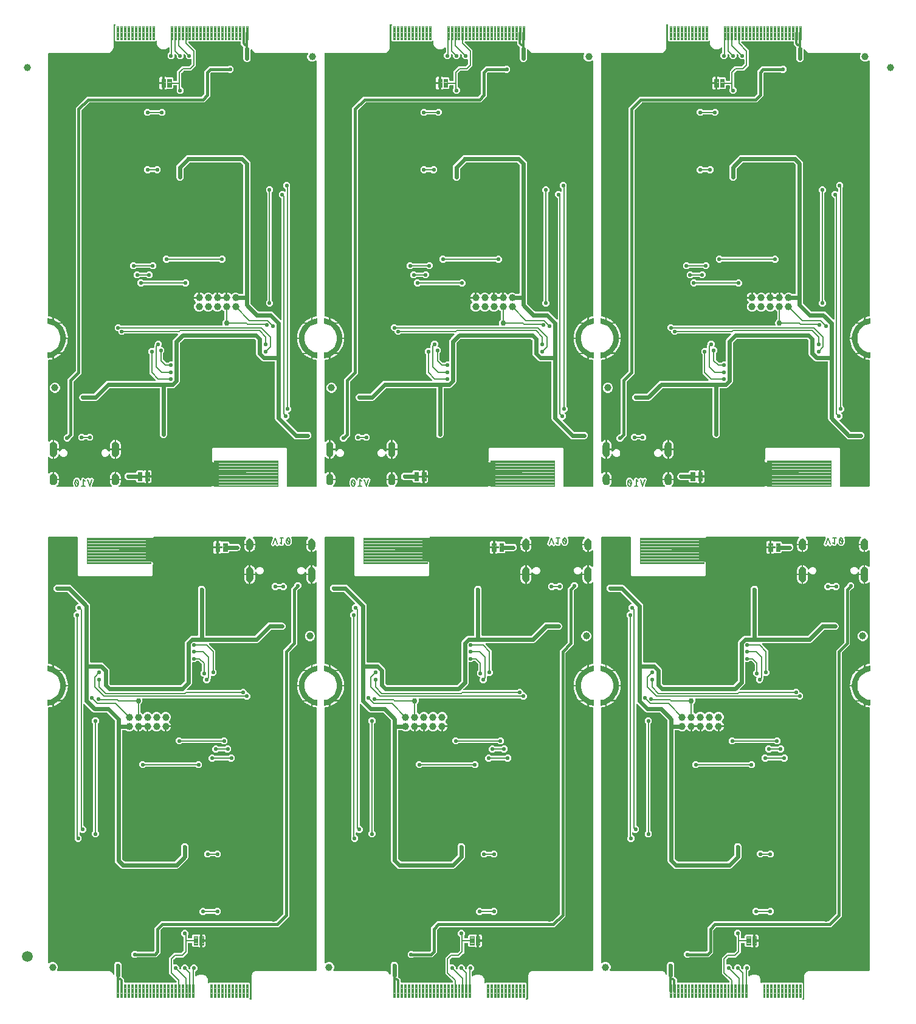
<source format=gbl>
G04 EAGLE Gerber RS-274X export*
G75*
%MOMM*%
%FSLAX34Y34*%
%LPD*%
%INBottom Copper*%
%IPPOS*%
%AMOC8*
5,1,8,0,0,1.08239X$1,22.5*%
G01*
%ADD10C,0.152400*%
%ADD11C,0.101500*%
%ADD12C,0.609600*%
%ADD13C,0.203200*%
%ADD14C,0.111000*%
%ADD15C,1.000000*%
%ADD16C,0.762000*%
%ADD17C,0.099059*%
%ADD18C,0.654000*%
%ADD19C,0.101600*%
%ADD20C,1.500000*%
%ADD21C,0.558800*%
%ADD22C,0.609600*%
%ADD23C,0.304800*%
%ADD24C,0.406400*%

G36*
X1055407Y3057D02*
X1055407Y3057D01*
X1055465Y3055D01*
X1055547Y3077D01*
X1055630Y3089D01*
X1055684Y3112D01*
X1055740Y3127D01*
X1055813Y3170D01*
X1055890Y3205D01*
X1055934Y3243D01*
X1055985Y3272D01*
X1056042Y3334D01*
X1056107Y3388D01*
X1056139Y3437D01*
X1056179Y3480D01*
X1056218Y3555D01*
X1056264Y3625D01*
X1056282Y3681D01*
X1056309Y3733D01*
X1056320Y3801D01*
X1056350Y3896D01*
X1056353Y3996D01*
X1056364Y4064D01*
X1056364Y33360D01*
X1056353Y33438D01*
X1056352Y33516D01*
X1056337Y33565D01*
X1056364Y35019D01*
X1056363Y35029D01*
X1056364Y35038D01*
X1056364Y36474D01*
X1056370Y36489D01*
X1056381Y36619D01*
X1056395Y36696D01*
X1056403Y37113D01*
X1058421Y40699D01*
X1061898Y42898D01*
X1062434Y42935D01*
X1062486Y42946D01*
X1062538Y42948D01*
X1062624Y42976D01*
X1062712Y42995D01*
X1062759Y43019D01*
X1062808Y43036D01*
X1062827Y43049D01*
X1064021Y43049D01*
X1064060Y43054D01*
X1064092Y43051D01*
X1065284Y43134D01*
X1065305Y43128D01*
X1065351Y43104D01*
X1065423Y43092D01*
X1065527Y43061D01*
X1065618Y43060D01*
X1065682Y43049D01*
X1146099Y43049D01*
X1146157Y43057D01*
X1146215Y43055D01*
X1146297Y43077D01*
X1146380Y43089D01*
X1146434Y43112D01*
X1146490Y43127D01*
X1146563Y43170D01*
X1146640Y43205D01*
X1146684Y43243D01*
X1146735Y43272D01*
X1146792Y43334D01*
X1146857Y43388D01*
X1146889Y43437D01*
X1146929Y43480D01*
X1146968Y43555D01*
X1147014Y43625D01*
X1147032Y43681D01*
X1147059Y43733D01*
X1147070Y43801D01*
X1147100Y43896D01*
X1147103Y43996D01*
X1147114Y44064D01*
X1147114Y408829D01*
X1147113Y408838D01*
X1147114Y408846D01*
X1147093Y408978D01*
X1147074Y409110D01*
X1147071Y409119D01*
X1147069Y409127D01*
X1147013Y409248D01*
X1146958Y409370D01*
X1146952Y409377D01*
X1146949Y409385D01*
X1146861Y409485D01*
X1146774Y409587D01*
X1146767Y409592D01*
X1146761Y409598D01*
X1146649Y409670D01*
X1146538Y409744D01*
X1146529Y409747D01*
X1146522Y409752D01*
X1146470Y409766D01*
X1146267Y409830D01*
X1146228Y409831D01*
X1146198Y409839D01*
X1145795Y409879D01*
X1143453Y410360D01*
X1142655Y410524D01*
X1141178Y410993D01*
X1141178Y413746D01*
X1143574Y412957D01*
X1143584Y412956D01*
X1143610Y412948D01*
X1147620Y412254D01*
X1147658Y412259D01*
X1147696Y412253D01*
X1147726Y412266D01*
X1147759Y412270D01*
X1147789Y412294D01*
X1147824Y412310D01*
X1147842Y412337D01*
X1147868Y412358D01*
X1147880Y412395D01*
X1147901Y412427D01*
X1147910Y412484D01*
X1147912Y412491D01*
X1147911Y412494D01*
X1147912Y412500D01*
X1147912Y420000D01*
X1147910Y420009D01*
X1147910Y420011D01*
X1147907Y420017D01*
X1147893Y420065D01*
X1147874Y420132D01*
X1147873Y420133D01*
X1147873Y420134D01*
X1147821Y420180D01*
X1147770Y420225D01*
X1147768Y420226D01*
X1147765Y420227D01*
X1147699Y420247D01*
X1144801Y420670D01*
X1142023Y421536D01*
X1139415Y422826D01*
X1137041Y424508D01*
X1134959Y426540D01*
X1133221Y428873D01*
X1131869Y431450D01*
X1130937Y434206D01*
X1130447Y437074D01*
X1130412Y440000D01*
X1130447Y442926D01*
X1130937Y445794D01*
X1131869Y448550D01*
X1133221Y451127D01*
X1134959Y453460D01*
X1137041Y455492D01*
X1139415Y457174D01*
X1142023Y458464D01*
X1144801Y459330D01*
X1147699Y459753D01*
X1147760Y459781D01*
X1147824Y459810D01*
X1147825Y459811D01*
X1147826Y459812D01*
X1147863Y459869D01*
X1147901Y459927D01*
X1147901Y459928D01*
X1147902Y459929D01*
X1147902Y459932D01*
X1147912Y460000D01*
X1147912Y467500D01*
X1147901Y467538D01*
X1147900Y467577D01*
X1147882Y467603D01*
X1147873Y467634D01*
X1147843Y467660D01*
X1147821Y467692D01*
X1147792Y467705D01*
X1147768Y467726D01*
X1147729Y467732D01*
X1147693Y467747D01*
X1147637Y467746D01*
X1147629Y467747D01*
X1147626Y467746D01*
X1147619Y467745D01*
X1143621Y467025D01*
X1143612Y467021D01*
X1143586Y467016D01*
X1141178Y466209D01*
X1141178Y468965D01*
X1142652Y469443D01*
X1145779Y470107D01*
X1146206Y470152D01*
X1146210Y470153D01*
X1146215Y470153D01*
X1146347Y470188D01*
X1146481Y470221D01*
X1146486Y470224D01*
X1146490Y470225D01*
X1146607Y470294D01*
X1146727Y470364D01*
X1146730Y470368D01*
X1146735Y470370D01*
X1146829Y470471D01*
X1146924Y470570D01*
X1146926Y470574D01*
X1146929Y470578D01*
X1146992Y470700D01*
X1147055Y470822D01*
X1147056Y470826D01*
X1147059Y470831D01*
X1147065Y470867D01*
X1147112Y471100D01*
X1147109Y471134D01*
X1147114Y471162D01*
X1147114Y583045D01*
X1147110Y583074D01*
X1147112Y583104D01*
X1147090Y583215D01*
X1147074Y583327D01*
X1147062Y583354D01*
X1147057Y583382D01*
X1147004Y583483D01*
X1146958Y583586D01*
X1146939Y583609D01*
X1146926Y583635D01*
X1146847Y583717D01*
X1146774Y583803D01*
X1146750Y583819D01*
X1146730Y583841D01*
X1146632Y583898D01*
X1146538Y583961D01*
X1146510Y583970D01*
X1146484Y583985D01*
X1146375Y584012D01*
X1146267Y584047D01*
X1146237Y584047D01*
X1146209Y584055D01*
X1146096Y584051D01*
X1145982Y584054D01*
X1145954Y584046D01*
X1145925Y584046D01*
X1145817Y584011D01*
X1145707Y583982D01*
X1145682Y583967D01*
X1145654Y583958D01*
X1145590Y583912D01*
X1145463Y583837D01*
X1145420Y583791D01*
X1145381Y583763D01*
X1144842Y583224D01*
X1143598Y582393D01*
X1142217Y581821D01*
X1141018Y581583D01*
X1141018Y584185D01*
X1141121Y584196D01*
X1141127Y584202D01*
X1141132Y584199D01*
X1142189Y584569D01*
X1142193Y584576D01*
X1142198Y584573D01*
X1143146Y585169D01*
X1143149Y585177D01*
X1143155Y585176D01*
X1143947Y585968D01*
X1143948Y585976D01*
X1143954Y585976D01*
X1144549Y586924D01*
X1144549Y586933D01*
X1144554Y586934D01*
X1144924Y587991D01*
X1144923Y587995D01*
X1144925Y587997D01*
X1144923Y588000D01*
X1144926Y588002D01*
X1145052Y589115D01*
X1145050Y589118D01*
X1145052Y589120D01*
X1145052Y600120D01*
X1145050Y600123D01*
X1145052Y600126D01*
X1144926Y601238D01*
X1144921Y601244D01*
X1144924Y601249D01*
X1144554Y602306D01*
X1144547Y602310D01*
X1144549Y602316D01*
X1143954Y603264D01*
X1143946Y603267D01*
X1143947Y603272D01*
X1143155Y604064D01*
X1143147Y604065D01*
X1143146Y604071D01*
X1142198Y604667D01*
X1142190Y604666D01*
X1142189Y604671D01*
X1141132Y605041D01*
X1141124Y605039D01*
X1141121Y605044D01*
X1141018Y605055D01*
X1141018Y607657D01*
X1142217Y607419D01*
X1143598Y606847D01*
X1144611Y606170D01*
X1144842Y606016D01*
X1145381Y605477D01*
X1145404Y605459D01*
X1145423Y605437D01*
X1145518Y605374D01*
X1145608Y605306D01*
X1145636Y605295D01*
X1145660Y605279D01*
X1145768Y605245D01*
X1145874Y605205D01*
X1145903Y605202D01*
X1145931Y605193D01*
X1146044Y605190D01*
X1146157Y605181D01*
X1146186Y605187D01*
X1146215Y605186D01*
X1146325Y605215D01*
X1146436Y605237D01*
X1146462Y605251D01*
X1146490Y605258D01*
X1146587Y605316D01*
X1146688Y605368D01*
X1146709Y605388D01*
X1146735Y605403D01*
X1146812Y605486D01*
X1146894Y605564D01*
X1146909Y605589D01*
X1146929Y605610D01*
X1146981Y605711D01*
X1147038Y605809D01*
X1147045Y605837D01*
X1147059Y605864D01*
X1147072Y605941D01*
X1147108Y606085D01*
X1147106Y606147D01*
X1147114Y606195D01*
X1147114Y627345D01*
X1147110Y627374D01*
X1147112Y627404D01*
X1147090Y627515D01*
X1147074Y627627D01*
X1147062Y627654D01*
X1147057Y627682D01*
X1147004Y627783D01*
X1146958Y627886D01*
X1146939Y627909D01*
X1146926Y627935D01*
X1146847Y628017D01*
X1146774Y628103D01*
X1146750Y628119D01*
X1146730Y628141D01*
X1146632Y628198D01*
X1146538Y628261D01*
X1146510Y628270D01*
X1146484Y628285D01*
X1146375Y628312D01*
X1146267Y628347D01*
X1146237Y628347D01*
X1146209Y628355D01*
X1146096Y628351D01*
X1145982Y628354D01*
X1145954Y628346D01*
X1145925Y628346D01*
X1145817Y628311D01*
X1145707Y628282D01*
X1145682Y628267D01*
X1145654Y628258D01*
X1145590Y628212D01*
X1145463Y628137D01*
X1145420Y628091D01*
X1145381Y628063D01*
X1144842Y627524D01*
X1143598Y626693D01*
X1142217Y626121D01*
X1141018Y625883D01*
X1141018Y628485D01*
X1141121Y628496D01*
X1141127Y628502D01*
X1141132Y628499D01*
X1142189Y628869D01*
X1142193Y628876D01*
X1142198Y628873D01*
X1143146Y629469D01*
X1143149Y629477D01*
X1143155Y629476D01*
X1143947Y630268D01*
X1143948Y630276D01*
X1143954Y630276D01*
X1144549Y631224D01*
X1144549Y631233D01*
X1144554Y631234D01*
X1144924Y632291D01*
X1144923Y632295D01*
X1144925Y632297D01*
X1144923Y632300D01*
X1144926Y632302D01*
X1145052Y633415D01*
X1145050Y633418D01*
X1145052Y633420D01*
X1145052Y639420D01*
X1145050Y639423D01*
X1145052Y639426D01*
X1144926Y640538D01*
X1144921Y640544D01*
X1144924Y640549D01*
X1144554Y641606D01*
X1144547Y641610D01*
X1144549Y641616D01*
X1143954Y642564D01*
X1143946Y642567D01*
X1143947Y642572D01*
X1143155Y643364D01*
X1143147Y643365D01*
X1143146Y643371D01*
X1142198Y643967D01*
X1142190Y643966D01*
X1142189Y643971D01*
X1141132Y644341D01*
X1141124Y644339D01*
X1141121Y644344D01*
X1140008Y644469D01*
X1140001Y644465D01*
X1139997Y644469D01*
X1138885Y644344D01*
X1138879Y644338D01*
X1138874Y644341D01*
X1137817Y643971D01*
X1137813Y643965D01*
X1137807Y643967D01*
X1136859Y643371D01*
X1136856Y643363D01*
X1136851Y643364D01*
X1136059Y642572D01*
X1136058Y642564D01*
X1136052Y642564D01*
X1135456Y641616D01*
X1135457Y641607D01*
X1135451Y641606D01*
X1135082Y640549D01*
X1135084Y640541D01*
X1135079Y640538D01*
X1134954Y639426D01*
X1134956Y639422D01*
X1134954Y639420D01*
X1134954Y637435D01*
X1132412Y637435D01*
X1132412Y640168D01*
X1132704Y641634D01*
X1133276Y643016D01*
X1134107Y644259D01*
X1135066Y645218D01*
X1135084Y645242D01*
X1135106Y645261D01*
X1135169Y645355D01*
X1135237Y645445D01*
X1135247Y645473D01*
X1135264Y645497D01*
X1135298Y645605D01*
X1135338Y645711D01*
X1135341Y645740D01*
X1135349Y645768D01*
X1135352Y645881D01*
X1135362Y645994D01*
X1135356Y646023D01*
X1135357Y646052D01*
X1135328Y646162D01*
X1135306Y646273D01*
X1135292Y646299D01*
X1135285Y646327D01*
X1135227Y646425D01*
X1135175Y646525D01*
X1135155Y646547D01*
X1135140Y646572D01*
X1135057Y646649D01*
X1134979Y646731D01*
X1134954Y646746D01*
X1134932Y646766D01*
X1134831Y646818D01*
X1134734Y646875D01*
X1134705Y646882D01*
X1134679Y646896D01*
X1134602Y646909D01*
X1134458Y646945D01*
X1134396Y646943D01*
X1134348Y646951D01*
X1112680Y646951D01*
X1112598Y646940D01*
X1112515Y646938D01*
X1112458Y646920D01*
X1112399Y646911D01*
X1112323Y646877D01*
X1112244Y646853D01*
X1112194Y646820D01*
X1112140Y646795D01*
X1112076Y646741D01*
X1112007Y646695D01*
X1111968Y646650D01*
X1111923Y646612D01*
X1111876Y646542D01*
X1111823Y646479D01*
X1111798Y646425D01*
X1111765Y646375D01*
X1111740Y646295D01*
X1111706Y646220D01*
X1111697Y646161D01*
X1111679Y646104D01*
X1111677Y646021D01*
X1111665Y645938D01*
X1111674Y645887D01*
X1111672Y645820D01*
X1111676Y645805D01*
X1111676Y645804D01*
X1111678Y645798D01*
X1111707Y645685D01*
X1111720Y645607D01*
X1111723Y645598D01*
X1111737Y645571D01*
X1111744Y645545D01*
X1111761Y645515D01*
X1111771Y645482D01*
X1112670Y643637D01*
X1112670Y639063D01*
X1112164Y638025D01*
X1112163Y638022D01*
X1112161Y638019D01*
X1112161Y638017D01*
X1112160Y638015D01*
X1112154Y637996D01*
X1112119Y637886D01*
X1112077Y637754D01*
X1112077Y637751D01*
X1112076Y637748D01*
X1112075Y637717D01*
X1112068Y637692D01*
X1112046Y637492D01*
X1112016Y637468D01*
X1111935Y637382D01*
X1111850Y637300D01*
X1111839Y637281D01*
X1111821Y637261D01*
X1111691Y637008D01*
X1111691Y637006D01*
X1111690Y637005D01*
X1111325Y635940D01*
X1108941Y634237D01*
X1106012Y634237D01*
X1103629Y635940D01*
X1103230Y637103D01*
X1103198Y637166D01*
X1103182Y637218D01*
X1103085Y637417D01*
X1103023Y637509D01*
X1102967Y637605D01*
X1102944Y637626D01*
X1102926Y637653D01*
X1102841Y637724D01*
X1102760Y637800D01*
X1102732Y637815D01*
X1102708Y637835D01*
X1102606Y637880D01*
X1102508Y637931D01*
X1102477Y637937D01*
X1102448Y637950D01*
X1102338Y637964D01*
X1102229Y637986D01*
X1102197Y637983D01*
X1102166Y637987D01*
X1102056Y637971D01*
X1101946Y637962D01*
X1101916Y637950D01*
X1101885Y637946D01*
X1101784Y637900D01*
X1101680Y637860D01*
X1101655Y637841D01*
X1101626Y637828D01*
X1101542Y637755D01*
X1101453Y637689D01*
X1101434Y637663D01*
X1101410Y637643D01*
X1101349Y637550D01*
X1101283Y637461D01*
X1101272Y637432D01*
X1101254Y637405D01*
X1101222Y637299D01*
X1101182Y637195D01*
X1101181Y637167D01*
X1101170Y637134D01*
X1101166Y636900D01*
X1101164Y636860D01*
X1101243Y636149D01*
X1101205Y636085D01*
X1101197Y636055D01*
X1101183Y636027D01*
X1101170Y635949D01*
X1101159Y635906D01*
X1100458Y635205D01*
X1100420Y635154D01*
X1100383Y635121D01*
X1099766Y634350D01*
X1099694Y634331D01*
X1099667Y634315D01*
X1099637Y634306D01*
X1099573Y634260D01*
X1099534Y634237D01*
X1098544Y634237D01*
X1098481Y634228D01*
X1098432Y634231D01*
X1097449Y634122D01*
X1097386Y634160D01*
X1097355Y634167D01*
X1097327Y634182D01*
X1097250Y634195D01*
X1097206Y634206D01*
X1096506Y634907D01*
X1096455Y634945D01*
X1096422Y634982D01*
X1095792Y635486D01*
X1095772Y635497D01*
X1095755Y635514D01*
X1095650Y635570D01*
X1095547Y635631D01*
X1095525Y635636D01*
X1095505Y635647D01*
X1095387Y635672D01*
X1095272Y635702D01*
X1095249Y635701D01*
X1095226Y635706D01*
X1095107Y635697D01*
X1094988Y635694D01*
X1094966Y635687D01*
X1094943Y635685D01*
X1094831Y635644D01*
X1094717Y635608D01*
X1094698Y635595D01*
X1094676Y635587D01*
X1094580Y635516D01*
X1094481Y635450D01*
X1094466Y635432D01*
X1094447Y635418D01*
X1094402Y635357D01*
X1094297Y635232D01*
X1094275Y635182D01*
X1094249Y635147D01*
X1094049Y634747D01*
X1091853Y634015D01*
X1089643Y635120D01*
X1089627Y635125D01*
X1089612Y635134D01*
X1089492Y635170D01*
X1089373Y635210D01*
X1089356Y635211D01*
X1089340Y635216D01*
X1089214Y635217D01*
X1089089Y635222D01*
X1089073Y635218D01*
X1089056Y635218D01*
X1088988Y635197D01*
X1088813Y635155D01*
X1088771Y635131D01*
X1088735Y635120D01*
X1086525Y634015D01*
X1084328Y634747D01*
X1083293Y636818D01*
X1086136Y645347D01*
X1086139Y645362D01*
X1086145Y645376D01*
X1086164Y645502D01*
X1086187Y645627D01*
X1086186Y645642D01*
X1086188Y645657D01*
X1086177Y645725D01*
X1086169Y645803D01*
X1086170Y645818D01*
X1086167Y645831D01*
X1086159Y645909D01*
X1086142Y645953D01*
X1086136Y645989D01*
X1086046Y646257D01*
X1086030Y646291D01*
X1086020Y646327D01*
X1085966Y646418D01*
X1085920Y646512D01*
X1085894Y646539D01*
X1085875Y646572D01*
X1085798Y646644D01*
X1085727Y646721D01*
X1085695Y646741D01*
X1085668Y646766D01*
X1085574Y646814D01*
X1085484Y646869D01*
X1085448Y646879D01*
X1085414Y646896D01*
X1085338Y646909D01*
X1085210Y646943D01*
X1085137Y646942D01*
X1085083Y646951D01*
X1059297Y646951D01*
X1059268Y646947D01*
X1059239Y646950D01*
X1059128Y646927D01*
X1059016Y646911D01*
X1058989Y646899D01*
X1058960Y646894D01*
X1058860Y646841D01*
X1058757Y646795D01*
X1058734Y646776D01*
X1058708Y646763D01*
X1058626Y646685D01*
X1058540Y646612D01*
X1058523Y646587D01*
X1058502Y646567D01*
X1058445Y646469D01*
X1058382Y646375D01*
X1058373Y646347D01*
X1058358Y646322D01*
X1058330Y646212D01*
X1058296Y646104D01*
X1058295Y646074D01*
X1058288Y646046D01*
X1058292Y645933D01*
X1058289Y645820D01*
X1058296Y645791D01*
X1058297Y645762D01*
X1058332Y645654D01*
X1058361Y645545D01*
X1058376Y645519D01*
X1058385Y645491D01*
X1058430Y645427D01*
X1058506Y645300D01*
X1058552Y645257D01*
X1058580Y645218D01*
X1059539Y644259D01*
X1060370Y643016D01*
X1060942Y641634D01*
X1061234Y640167D01*
X1061234Y637435D01*
X1058692Y637435D01*
X1058692Y639420D01*
X1058690Y639423D01*
X1058692Y639426D01*
X1058566Y640538D01*
X1058561Y640544D01*
X1058564Y640549D01*
X1058194Y641606D01*
X1058187Y641610D01*
X1058189Y641616D01*
X1057594Y642564D01*
X1057586Y642567D01*
X1057587Y642572D01*
X1056795Y643364D01*
X1056787Y643365D01*
X1056786Y643371D01*
X1055838Y643967D01*
X1055830Y643966D01*
X1055829Y643971D01*
X1054772Y644341D01*
X1054764Y644339D01*
X1054761Y644344D01*
X1053648Y644469D01*
X1053641Y644465D01*
X1053637Y644469D01*
X1052525Y644344D01*
X1052519Y644338D01*
X1052514Y644341D01*
X1051457Y643971D01*
X1051453Y643965D01*
X1051447Y643967D01*
X1050499Y643371D01*
X1050496Y643363D01*
X1050491Y643364D01*
X1049699Y642572D01*
X1049698Y642564D01*
X1049692Y642564D01*
X1049096Y641616D01*
X1049097Y641607D01*
X1049091Y641606D01*
X1048722Y640549D01*
X1048724Y640541D01*
X1048719Y640538D01*
X1048594Y639426D01*
X1048596Y639422D01*
X1048594Y639420D01*
X1048594Y637435D01*
X1046052Y637435D01*
X1046052Y640168D01*
X1046344Y641634D01*
X1046916Y643016D01*
X1047552Y643968D01*
X1047747Y644259D01*
X1048706Y645218D01*
X1048724Y645242D01*
X1048746Y645261D01*
X1048809Y645355D01*
X1048877Y645445D01*
X1048887Y645473D01*
X1048904Y645497D01*
X1048938Y645605D01*
X1048978Y645711D01*
X1048981Y645740D01*
X1048989Y645768D01*
X1048992Y645881D01*
X1049002Y645994D01*
X1048996Y646023D01*
X1048997Y646052D01*
X1048968Y646162D01*
X1048946Y646273D01*
X1048932Y646299D01*
X1048925Y646327D01*
X1048867Y646425D01*
X1048815Y646525D01*
X1048795Y646547D01*
X1048780Y646572D01*
X1048697Y646649D01*
X1048619Y646731D01*
X1048594Y646746D01*
X1048572Y646766D01*
X1048471Y646818D01*
X1048374Y646875D01*
X1048345Y646882D01*
X1048319Y646896D01*
X1048242Y646909D01*
X1048098Y646945D01*
X1048036Y646943D01*
X1047988Y646951D01*
X920219Y646951D01*
X920161Y646943D01*
X920102Y646945D01*
X920021Y646923D01*
X919937Y646911D01*
X919884Y646888D01*
X919827Y646873D01*
X919755Y646830D01*
X919678Y646795D01*
X919633Y646757D01*
X919583Y646728D01*
X919525Y646666D01*
X919461Y646612D01*
X919428Y646563D01*
X919388Y646520D01*
X919350Y646445D01*
X919303Y646375D01*
X919286Y646319D01*
X919259Y646267D01*
X919248Y646199D01*
X919218Y646104D01*
X919215Y646004D01*
X919204Y645936D01*
X919204Y645935D01*
X910163Y645935D01*
X910105Y645927D01*
X910046Y645929D01*
X909965Y645907D01*
X909881Y645895D01*
X909828Y645872D01*
X909771Y645857D01*
X909699Y645814D01*
X909622Y645779D01*
X909577Y645741D01*
X909527Y645712D01*
X909469Y645650D01*
X909405Y645596D01*
X909373Y645547D01*
X909332Y645504D01*
X909294Y645429D01*
X909247Y645359D01*
X909230Y645303D01*
X909203Y645251D01*
X909192Y645183D01*
X909162Y645088D01*
X909159Y644988D01*
X909148Y644920D01*
X909148Y629971D01*
X872679Y629971D01*
X872621Y629963D01*
X872563Y629964D01*
X872481Y629943D01*
X872397Y629931D01*
X872344Y629907D01*
X872288Y629893D01*
X872215Y629850D01*
X872138Y629815D01*
X872093Y629777D01*
X872043Y629747D01*
X871985Y629686D01*
X871921Y629631D01*
X871889Y629583D01*
X871849Y629540D01*
X871810Y629465D01*
X871763Y629395D01*
X871746Y629339D01*
X871719Y629287D01*
X871708Y629219D01*
X871678Y629124D01*
X871675Y629024D01*
X871664Y628956D01*
X871664Y626924D01*
X871672Y626866D01*
X871670Y626808D01*
X871692Y626726D01*
X871703Y626643D01*
X871727Y626589D01*
X871742Y626533D01*
X871785Y626460D01*
X871820Y626383D01*
X871858Y626338D01*
X871887Y626288D01*
X871949Y626230D01*
X872003Y626166D01*
X872052Y626134D01*
X872095Y626094D01*
X872170Y626055D01*
X872240Y626009D01*
X872296Y625991D01*
X872348Y625964D01*
X872416Y625953D01*
X872511Y625923D01*
X872611Y625920D01*
X872679Y625909D01*
X909148Y625909D01*
X909148Y613554D01*
X909156Y613496D01*
X909154Y613438D01*
X909176Y613356D01*
X909187Y613272D01*
X909211Y613219D01*
X909226Y613163D01*
X909269Y613090D01*
X909304Y613013D01*
X909341Y612968D01*
X909371Y612918D01*
X909433Y612860D01*
X909487Y612796D01*
X909536Y612764D01*
X909579Y612724D01*
X909654Y612685D01*
X909724Y612638D01*
X909780Y612621D01*
X909832Y612594D01*
X909900Y612583D01*
X909995Y612553D01*
X910095Y612550D01*
X910163Y612539D01*
X917946Y612539D01*
X919204Y611282D01*
X919204Y609587D01*
X918993Y608800D01*
X918882Y608608D01*
X918872Y608584D01*
X918867Y608577D01*
X918859Y608553D01*
X918845Y608518D01*
X918801Y608431D01*
X918794Y608391D01*
X918775Y608344D01*
X918758Y608173D01*
X918746Y608100D01*
X918746Y593577D01*
X917526Y592357D01*
X815800Y592357D01*
X814580Y593577D01*
X814580Y645936D01*
X814572Y645994D01*
X814573Y646052D01*
X814552Y646134D01*
X814540Y646218D01*
X814516Y646271D01*
X814502Y646327D01*
X814459Y646400D01*
X814424Y646477D01*
X814386Y646522D01*
X814356Y646572D01*
X814295Y646630D01*
X814240Y646694D01*
X814192Y646726D01*
X814149Y646766D01*
X814074Y646805D01*
X814004Y646852D01*
X813948Y646869D01*
X813896Y646896D01*
X813828Y646907D01*
X813733Y646937D01*
X813633Y646940D01*
X813565Y646951D01*
X774227Y646951D01*
X774169Y646943D01*
X774110Y646945D01*
X774029Y646923D01*
X773945Y646911D01*
X773892Y646888D01*
X773835Y646873D01*
X773763Y646830D01*
X773686Y646795D01*
X773641Y646757D01*
X773591Y646728D01*
X773533Y646666D01*
X773469Y646612D01*
X773436Y646563D01*
X773396Y646520D01*
X773358Y646445D01*
X773311Y646375D01*
X773294Y646319D01*
X773267Y646267D01*
X773256Y646199D01*
X773226Y646104D01*
X773223Y646004D01*
X773212Y645936D01*
X773212Y471171D01*
X773213Y471162D01*
X773212Y471154D01*
X773233Y471022D01*
X773251Y470890D01*
X773255Y470881D01*
X773256Y470873D01*
X773313Y470752D01*
X773368Y470630D01*
X773373Y470623D01*
X773377Y470615D01*
X773465Y470515D01*
X773551Y470413D01*
X773559Y470408D01*
X773564Y470402D01*
X773676Y470330D01*
X773788Y470256D01*
X773796Y470253D01*
X773804Y470248D01*
X773855Y470234D01*
X774059Y470170D01*
X774098Y470169D01*
X774128Y470161D01*
X774530Y470121D01*
X777517Y469507D01*
X777671Y469476D01*
X779147Y469007D01*
X779147Y466254D01*
X776752Y467044D01*
X776742Y467044D01*
X776716Y467052D01*
X772705Y467746D01*
X772667Y467741D01*
X772629Y467747D01*
X772599Y467734D01*
X772566Y467730D01*
X772537Y467706D01*
X772502Y467690D01*
X772483Y467663D01*
X772458Y467642D01*
X772446Y467605D01*
X772425Y467574D01*
X772416Y467516D01*
X772414Y467509D01*
X772414Y467506D01*
X772414Y467500D01*
X772414Y460000D01*
X772433Y459935D01*
X772451Y459868D01*
X772452Y459867D01*
X772453Y459866D01*
X772505Y459820D01*
X772556Y459775D01*
X772557Y459774D01*
X772558Y459774D01*
X772561Y459773D01*
X772627Y459753D01*
X775525Y459330D01*
X778303Y458464D01*
X780911Y457174D01*
X783285Y455492D01*
X785367Y453460D01*
X787105Y451127D01*
X788457Y448550D01*
X789389Y445794D01*
X789879Y442926D01*
X789914Y440000D01*
X789879Y437074D01*
X789389Y434206D01*
X788457Y431450D01*
X787105Y428873D01*
X785367Y426540D01*
X783285Y424508D01*
X780911Y422826D01*
X778303Y421536D01*
X775525Y420670D01*
X772627Y420247D01*
X772566Y420219D01*
X772502Y420190D01*
X772501Y420189D01*
X772500Y420188D01*
X772463Y420131D01*
X772425Y420074D01*
X772424Y420072D01*
X772424Y420071D01*
X772424Y420068D01*
X772414Y420000D01*
X772414Y412500D01*
X772425Y412462D01*
X772426Y412423D01*
X772444Y412397D01*
X772453Y412366D01*
X772482Y412340D01*
X772504Y412308D01*
X772534Y412295D01*
X772558Y412274D01*
X772597Y412268D01*
X772633Y412253D01*
X772689Y412254D01*
X772696Y412253D01*
X772700Y412254D01*
X772707Y412255D01*
X776705Y412975D01*
X776714Y412979D01*
X776740Y412984D01*
X779147Y413791D01*
X779147Y411035D01*
X777673Y410557D01*
X774546Y409893D01*
X774120Y409848D01*
X774115Y409847D01*
X774110Y409847D01*
X773979Y409812D01*
X773844Y409779D01*
X773840Y409776D01*
X773835Y409775D01*
X773719Y409706D01*
X773599Y409636D01*
X773595Y409632D01*
X773591Y409630D01*
X773497Y409529D01*
X773402Y409430D01*
X773400Y409426D01*
X773396Y409422D01*
X773333Y409299D01*
X773270Y409178D01*
X773269Y409174D01*
X773267Y409169D01*
X773261Y409133D01*
X773213Y408900D01*
X773216Y408866D01*
X773212Y408838D01*
X773212Y54546D01*
X773216Y54516D01*
X773213Y54487D01*
X773236Y54376D01*
X773251Y54264D01*
X773263Y54237D01*
X773269Y54209D01*
X773321Y54108D01*
X773368Y54005D01*
X773387Y53982D01*
X773400Y53956D01*
X773478Y53874D01*
X773551Y53788D01*
X773576Y53771D01*
X773596Y53750D01*
X773694Y53693D01*
X773788Y53630D01*
X773816Y53621D01*
X773841Y53606D01*
X773951Y53578D01*
X774059Y53544D01*
X774088Y53544D01*
X774117Y53536D01*
X774230Y53540D01*
X774343Y53537D01*
X774372Y53544D01*
X774401Y53545D01*
X774509Y53580D01*
X774618Y53609D01*
X774643Y53624D01*
X774671Y53633D01*
X774735Y53678D01*
X774863Y53754D01*
X774905Y53800D01*
X774945Y53828D01*
X775339Y54222D01*
X777924Y55293D01*
X780722Y55293D01*
X783307Y54222D01*
X785285Y52244D01*
X786356Y49659D01*
X786356Y46861D01*
X785358Y44453D01*
X785329Y44341D01*
X785295Y44232D01*
X785294Y44204D01*
X785287Y44177D01*
X785290Y44063D01*
X785287Y43948D01*
X785294Y43921D01*
X785295Y43893D01*
X785330Y43784D01*
X785359Y43673D01*
X785373Y43649D01*
X785382Y43622D01*
X785446Y43527D01*
X785504Y43428D01*
X785525Y43409D01*
X785540Y43386D01*
X785628Y43312D01*
X785712Y43234D01*
X785736Y43221D01*
X785758Y43203D01*
X785862Y43157D01*
X785965Y43104D01*
X785989Y43100D01*
X786017Y43088D01*
X786281Y43051D01*
X786296Y43049D01*
X854666Y43049D01*
X854713Y43055D01*
X854760Y43053D01*
X854853Y43075D01*
X854947Y43089D01*
X854990Y43108D01*
X855037Y43119D01*
X855080Y43145D01*
X856244Y43052D01*
X856289Y43055D01*
X856325Y43049D01*
X857480Y43049D01*
X857487Y43043D01*
X857531Y43027D01*
X857572Y43002D01*
X857644Y42984D01*
X857753Y42942D01*
X857837Y42935D01*
X857897Y42920D01*
X858441Y42877D01*
X861887Y40682D01*
X863184Y38395D01*
X863198Y38377D01*
X863208Y38355D01*
X863285Y38265D01*
X863357Y38170D01*
X863376Y38156D01*
X863391Y38138D01*
X863490Y38072D01*
X863586Y38002D01*
X863608Y37994D01*
X863628Y37981D01*
X863742Y37945D01*
X863853Y37904D01*
X863877Y37902D01*
X863899Y37895D01*
X864018Y37892D01*
X864137Y37883D01*
X864160Y37888D01*
X864183Y37888D01*
X864298Y37918D01*
X864415Y37943D01*
X864436Y37954D01*
X864458Y37960D01*
X864560Y38020D01*
X864666Y38076D01*
X864682Y38093D01*
X864703Y38105D01*
X864784Y38192D01*
X864869Y38275D01*
X864881Y38295D01*
X864897Y38312D01*
X864951Y38418D01*
X865010Y38521D01*
X865016Y38544D01*
X865027Y38565D01*
X865039Y38641D01*
X865077Y38798D01*
X865075Y38853D01*
X865082Y38896D01*
X865082Y51811D01*
X865259Y52237D01*
X865267Y52267D01*
X865281Y52295D01*
X865294Y52372D01*
X865330Y52513D01*
X865328Y52577D01*
X865336Y52626D01*
X865336Y52799D01*
X865459Y52922D01*
X865477Y52947D01*
X865501Y52967D01*
X865542Y53033D01*
X865630Y53149D01*
X865653Y53209D01*
X865679Y53251D01*
X865856Y53678D01*
X867285Y55107D01*
X867711Y55284D01*
X867738Y55300D01*
X867768Y55309D01*
X867831Y55355D01*
X867956Y55428D01*
X868001Y55475D01*
X868041Y55504D01*
X868164Y55627D01*
X868337Y55627D01*
X868368Y55631D01*
X868398Y55629D01*
X868475Y55646D01*
X868619Y55667D01*
X868677Y55693D01*
X868726Y55704D01*
X869152Y55881D01*
X871173Y55881D01*
X871600Y55704D01*
X871630Y55696D01*
X871658Y55682D01*
X871735Y55669D01*
X871875Y55633D01*
X871940Y55635D01*
X871989Y55627D01*
X872162Y55627D01*
X872285Y55504D01*
X872310Y55485D01*
X872330Y55462D01*
X872396Y55420D01*
X872512Y55333D01*
X872572Y55310D01*
X872614Y55284D01*
X873041Y55107D01*
X874470Y53678D01*
X874647Y53251D01*
X874662Y53225D01*
X874672Y53195D01*
X874718Y53131D01*
X874791Y53007D01*
X874838Y52962D01*
X874867Y52922D01*
X874990Y52799D01*
X874990Y52626D01*
X874994Y52595D01*
X874991Y52564D01*
X875009Y52488D01*
X875029Y52344D01*
X875056Y52285D01*
X875067Y52237D01*
X875244Y51811D01*
X875244Y35819D01*
X875216Y35753D01*
X875216Y35752D01*
X875215Y35750D01*
X875181Y35617D01*
X875145Y35478D01*
X875145Y35476D01*
X875145Y35475D01*
X875149Y35334D01*
X875153Y35194D01*
X875154Y35192D01*
X875154Y35191D01*
X875197Y35056D01*
X875240Y34923D01*
X875241Y34922D01*
X875241Y34920D01*
X875250Y34908D01*
X875398Y34687D01*
X875422Y34667D01*
X875436Y34647D01*
X878720Y31363D01*
X878720Y28048D01*
X878728Y27990D01*
X878726Y27932D01*
X878748Y27850D01*
X878759Y27766D01*
X878783Y27713D01*
X878798Y27657D01*
X878841Y27584D01*
X878876Y27507D01*
X878913Y27462D01*
X878943Y27412D01*
X879005Y27354D01*
X879059Y27290D01*
X879108Y27258D01*
X879151Y27218D01*
X879226Y27179D01*
X879296Y27132D01*
X879352Y27115D01*
X879404Y27088D01*
X879472Y27077D01*
X879567Y27047D01*
X879667Y27044D01*
X879735Y27033D01*
X951099Y27033D01*
X951157Y27041D01*
X951215Y27039D01*
X951297Y27061D01*
X951380Y27073D01*
X951434Y27096D01*
X951490Y27111D01*
X951563Y27154D01*
X951640Y27189D01*
X951684Y27227D01*
X951735Y27256D01*
X951792Y27318D01*
X951857Y27372D01*
X951889Y27421D01*
X951929Y27464D01*
X951968Y27539D01*
X952014Y27609D01*
X952032Y27665D01*
X952059Y27717D01*
X952070Y27785D01*
X952100Y27880D01*
X952103Y27980D01*
X952114Y28048D01*
X952114Y28217D01*
X952102Y28303D01*
X952099Y28391D01*
X952082Y28443D01*
X952074Y28498D01*
X952038Y28578D01*
X952012Y28661D01*
X951984Y28700D01*
X951958Y28758D01*
X951862Y28871D01*
X951817Y28935D01*
X941374Y39377D01*
X941374Y60953D01*
X946157Y65735D01*
X946157Y65736D01*
X948240Y67819D01*
X957979Y67819D01*
X958066Y67831D01*
X958154Y67834D01*
X958206Y67851D01*
X958261Y67859D01*
X958341Y67894D01*
X958424Y67921D01*
X958463Y67949D01*
X958520Y67975D01*
X958634Y68071D01*
X958697Y68116D01*
X961397Y70815D01*
X961449Y70885D01*
X961509Y70949D01*
X961534Y70999D01*
X961568Y71043D01*
X961599Y71124D01*
X961639Y71202D01*
X961647Y71250D01*
X961669Y71308D01*
X961681Y71456D01*
X961694Y71533D01*
X961694Y89782D01*
X961682Y89869D01*
X961679Y89956D01*
X961662Y90009D01*
X961654Y90064D01*
X961618Y90143D01*
X961592Y90227D01*
X961564Y90266D01*
X961538Y90323D01*
X961442Y90436D01*
X961397Y90500D01*
X958646Y93251D01*
X958646Y97249D01*
X961473Y100077D01*
X965472Y100077D01*
X968300Y97249D01*
X968300Y93251D01*
X968089Y93040D01*
X968036Y92970D01*
X967976Y92906D01*
X967951Y92857D01*
X967918Y92813D01*
X967887Y92731D01*
X967847Y92653D01*
X967839Y92606D01*
X967817Y92547D01*
X967805Y92400D01*
X967792Y92322D01*
X967792Y89154D01*
X967800Y89096D01*
X967798Y89038D01*
X967820Y88956D01*
X967831Y88872D01*
X967855Y88819D01*
X967870Y88763D01*
X967913Y88690D01*
X967948Y88613D01*
X967985Y88568D01*
X968015Y88518D01*
X968077Y88460D01*
X968131Y88396D01*
X968180Y88364D01*
X968223Y88324D01*
X968298Y88285D01*
X968368Y88238D01*
X968424Y88221D01*
X968476Y88194D01*
X968544Y88183D01*
X968639Y88153D01*
X968739Y88150D01*
X968807Y88139D01*
X972236Y88139D01*
X972294Y88147D01*
X972352Y88145D01*
X972434Y88167D01*
X972517Y88179D01*
X972571Y88202D01*
X972627Y88217D01*
X972700Y88260D01*
X972777Y88295D01*
X972821Y88333D01*
X972872Y88362D01*
X972929Y88424D01*
X972994Y88478D01*
X973026Y88527D01*
X973066Y88570D01*
X973105Y88645D01*
X973151Y88715D01*
X973169Y88771D01*
X973196Y88823D01*
X973207Y88891D01*
X973237Y88986D01*
X973240Y89086D01*
X973251Y89154D01*
X973251Y91984D01*
X974739Y93473D01*
X981951Y93473D01*
X982047Y93486D01*
X982144Y93491D01*
X982182Y93505D01*
X982232Y93513D01*
X982389Y93583D01*
X982459Y93609D01*
X982743Y93773D01*
X983518Y93981D01*
X985000Y93981D01*
X985000Y85662D01*
X985008Y85604D01*
X985007Y85545D01*
X985028Y85464D01*
X985040Y85380D01*
X985064Y85327D01*
X985079Y85270D01*
X985122Y85198D01*
X985156Y85121D01*
X985180Y85093D01*
X985147Y85027D01*
X985100Y84957D01*
X985082Y84901D01*
X985056Y84849D01*
X985044Y84781D01*
X985014Y84686D01*
X985011Y84586D01*
X985000Y84518D01*
X985000Y76199D01*
X983518Y76199D01*
X982743Y76407D01*
X982459Y76571D01*
X982368Y76608D01*
X982282Y76652D01*
X982242Y76658D01*
X982195Y76678D01*
X982024Y76695D01*
X981951Y76707D01*
X974739Y76707D01*
X973251Y78196D01*
X973251Y81026D01*
X973243Y81084D01*
X973244Y81142D01*
X973223Y81224D01*
X973211Y81308D01*
X973187Y81361D01*
X973173Y81417D01*
X973130Y81490D01*
X973095Y81567D01*
X973057Y81612D01*
X973027Y81662D01*
X972966Y81720D01*
X972911Y81784D01*
X972863Y81816D01*
X972820Y81856D01*
X972745Y81895D01*
X972675Y81942D01*
X972619Y81959D01*
X972567Y81986D01*
X972499Y81997D01*
X972404Y82027D01*
X972304Y82030D01*
X972236Y82041D01*
X968807Y82041D01*
X968749Y82033D01*
X968690Y82035D01*
X968609Y82013D01*
X968525Y82001D01*
X968472Y81978D01*
X968415Y81963D01*
X968343Y81920D01*
X968266Y81885D01*
X968221Y81847D01*
X968171Y81818D01*
X968113Y81756D01*
X968049Y81702D01*
X968016Y81653D01*
X967976Y81610D01*
X967938Y81535D01*
X967891Y81465D01*
X967874Y81409D01*
X967847Y81357D01*
X967836Y81289D01*
X967806Y81194D01*
X967803Y81094D01*
X967792Y81026D01*
X967792Y68587D01*
X965708Y66504D01*
X963009Y63805D01*
X963009Y63804D01*
X960926Y61721D01*
X951186Y61721D01*
X951100Y61709D01*
X951012Y61706D01*
X950959Y61689D01*
X950905Y61681D01*
X950825Y61646D01*
X950742Y61619D01*
X950702Y61591D01*
X950645Y61565D01*
X950532Y61469D01*
X950468Y61424D01*
X947769Y58725D01*
X947716Y58655D01*
X947656Y58591D01*
X947631Y58541D01*
X947598Y58497D01*
X947567Y58416D01*
X947527Y58338D01*
X947519Y58290D01*
X947497Y58232D01*
X947485Y58084D01*
X947472Y58007D01*
X947472Y52832D01*
X947480Y52774D01*
X947478Y52716D01*
X947500Y52634D01*
X947511Y52550D01*
X947535Y52497D01*
X947550Y52441D01*
X947593Y52368D01*
X947628Y52291D01*
X947665Y52246D01*
X947695Y52196D01*
X947757Y52138D01*
X947811Y52074D01*
X947860Y52042D01*
X947903Y52002D01*
X947978Y51963D01*
X948048Y51916D01*
X948104Y51899D01*
X948156Y51872D01*
X948224Y51861D01*
X948319Y51831D01*
X948419Y51828D01*
X948487Y51817D01*
X952772Y51817D01*
X955600Y48989D01*
X955600Y46895D01*
X955612Y46809D01*
X955615Y46721D01*
X955632Y46669D01*
X955639Y46614D01*
X955675Y46534D01*
X955702Y46451D01*
X955730Y46412D01*
X955756Y46354D01*
X955851Y46241D01*
X955897Y46177D01*
X956913Y45161D01*
X956936Y45144D01*
X956955Y45121D01*
X957050Y45059D01*
X957140Y44991D01*
X957168Y44980D01*
X957192Y44964D01*
X957300Y44930D01*
X957406Y44889D01*
X957435Y44887D01*
X957463Y44878D01*
X957576Y44875D01*
X957689Y44866D01*
X957718Y44871D01*
X957747Y44871D01*
X957857Y44899D01*
X957968Y44922D01*
X957994Y44935D01*
X958022Y44943D01*
X958119Y45000D01*
X958220Y45053D01*
X958241Y45073D01*
X958267Y45088D01*
X958344Y45170D01*
X958426Y45248D01*
X958441Y45274D01*
X958461Y45295D01*
X958513Y45396D01*
X958570Y45494D01*
X958577Y45522D01*
X958591Y45548D01*
X958604Y45626D01*
X958640Y45769D01*
X958638Y45832D01*
X958646Y45879D01*
X958646Y48989D01*
X961473Y51817D01*
X965472Y51817D01*
X968300Y48989D01*
X968300Y46895D01*
X968312Y46809D01*
X968315Y46721D01*
X968332Y46669D01*
X968339Y46614D01*
X968375Y46534D01*
X968402Y46451D01*
X968430Y46412D01*
X968456Y46354D01*
X968551Y46241D01*
X968597Y46177D01*
X969613Y45161D01*
X969636Y45144D01*
X969655Y45121D01*
X969750Y45059D01*
X969840Y44991D01*
X969868Y44980D01*
X969892Y44964D01*
X970000Y44930D01*
X970106Y44889D01*
X970135Y44887D01*
X970163Y44878D01*
X970276Y44875D01*
X970389Y44866D01*
X970418Y44871D01*
X970447Y44871D01*
X970557Y44899D01*
X970668Y44922D01*
X970694Y44935D01*
X970722Y44943D01*
X970819Y45000D01*
X970920Y45053D01*
X970941Y45073D01*
X970967Y45088D01*
X971044Y45170D01*
X971126Y45248D01*
X971141Y45274D01*
X971161Y45295D01*
X971213Y45396D01*
X971270Y45494D01*
X971277Y45522D01*
X971291Y45548D01*
X971304Y45626D01*
X971340Y45769D01*
X971338Y45832D01*
X971346Y45879D01*
X971346Y48989D01*
X974173Y51817D01*
X978172Y51817D01*
X981000Y48989D01*
X981000Y44991D01*
X978509Y42500D01*
X978456Y42430D01*
X978396Y42366D01*
X978371Y42317D01*
X978338Y42273D01*
X978307Y42191D01*
X978267Y42113D01*
X978259Y42066D01*
X978237Y42007D01*
X978225Y41860D01*
X978212Y41782D01*
X978212Y36472D01*
X978217Y36433D01*
X978215Y36394D01*
X978237Y36293D01*
X978251Y36191D01*
X978267Y36155D01*
X978276Y36117D01*
X978325Y36026D01*
X978368Y35931D01*
X978393Y35901D01*
X978412Y35867D01*
X978484Y35793D01*
X978551Y35714D01*
X978584Y35693D01*
X978611Y35665D01*
X978702Y35614D01*
X978788Y35557D01*
X978825Y35545D01*
X978859Y35526D01*
X978960Y35502D01*
X979059Y35471D01*
X979098Y35470D01*
X979136Y35461D01*
X979240Y35466D01*
X979343Y35463D01*
X979381Y35473D01*
X979420Y35475D01*
X979493Y35503D01*
X979618Y35535D01*
X979682Y35573D01*
X979734Y35593D01*
X983988Y38049D01*
X988837Y38049D01*
X993037Y35624D01*
X995462Y31425D01*
X995462Y27077D01*
X995466Y27048D01*
X995463Y27019D01*
X995485Y26908D01*
X995501Y26796D01*
X995513Y26769D01*
X995519Y26740D01*
X995571Y26639D01*
X995618Y26536D01*
X995637Y26514D01*
X995650Y26488D01*
X995728Y26406D01*
X995801Y26319D01*
X995826Y26303D01*
X995846Y26282D01*
X995944Y26224D01*
X996038Y26162D01*
X996066Y26153D01*
X996091Y26138D01*
X996201Y26110D01*
X996309Y26076D01*
X996338Y26075D01*
X996367Y26068D01*
X996480Y26072D01*
X996593Y26069D01*
X996622Y26076D01*
X996651Y26077D01*
X996759Y26112D01*
X996868Y26140D01*
X996893Y26155D01*
X996921Y26164D01*
X996985Y26210D01*
X997113Y26286D01*
X997155Y26331D01*
X997195Y26359D01*
X997868Y27033D01*
X1052458Y27033D01*
X1053946Y25545D01*
X1053946Y4955D01*
X1053772Y4782D01*
X1053754Y4758D01*
X1053732Y4739D01*
X1053669Y4645D01*
X1053601Y4555D01*
X1053591Y4527D01*
X1053574Y4503D01*
X1053540Y4395D01*
X1053500Y4289D01*
X1053498Y4260D01*
X1053489Y4232D01*
X1053486Y4119D01*
X1053476Y4006D01*
X1053482Y3977D01*
X1053481Y3948D01*
X1053510Y3838D01*
X1053532Y3727D01*
X1053546Y3701D01*
X1053553Y3673D01*
X1053611Y3575D01*
X1053663Y3475D01*
X1053684Y3453D01*
X1053698Y3428D01*
X1053781Y3351D01*
X1053859Y3269D01*
X1053884Y3254D01*
X1053906Y3234D01*
X1054007Y3182D01*
X1054104Y3125D01*
X1054133Y3118D01*
X1054159Y3104D01*
X1054236Y3091D01*
X1054380Y3055D01*
X1054442Y3057D01*
X1054490Y3049D01*
X1055349Y3049D01*
X1055407Y3057D01*
G37*
G36*
X670343Y3057D02*
X670343Y3057D01*
X670401Y3055D01*
X670483Y3077D01*
X670566Y3089D01*
X670620Y3112D01*
X670676Y3127D01*
X670749Y3170D01*
X670826Y3205D01*
X670870Y3243D01*
X670921Y3272D01*
X670978Y3334D01*
X671043Y3388D01*
X671075Y3437D01*
X671115Y3480D01*
X671154Y3555D01*
X671200Y3625D01*
X671218Y3681D01*
X671245Y3733D01*
X671256Y3801D01*
X671286Y3896D01*
X671289Y3996D01*
X671300Y4064D01*
X671300Y33360D01*
X671289Y33438D01*
X671288Y33516D01*
X671273Y33565D01*
X671300Y35019D01*
X671299Y35029D01*
X671300Y35038D01*
X671300Y36474D01*
X671306Y36489D01*
X671317Y36619D01*
X671331Y36696D01*
X671339Y37113D01*
X673357Y40699D01*
X676834Y42898D01*
X677370Y42935D01*
X677422Y42946D01*
X677474Y42948D01*
X677560Y42976D01*
X677648Y42995D01*
X677695Y43019D01*
X677744Y43036D01*
X677763Y43049D01*
X678957Y43049D01*
X678996Y43054D01*
X679028Y43051D01*
X680220Y43134D01*
X680241Y43128D01*
X680287Y43104D01*
X680359Y43092D01*
X680463Y43061D01*
X680554Y43060D01*
X680618Y43049D01*
X761035Y43049D01*
X761093Y43057D01*
X761151Y43055D01*
X761233Y43077D01*
X761316Y43089D01*
X761370Y43112D01*
X761426Y43127D01*
X761499Y43170D01*
X761576Y43205D01*
X761620Y43243D01*
X761671Y43272D01*
X761728Y43334D01*
X761793Y43388D01*
X761825Y43437D01*
X761865Y43480D01*
X761904Y43555D01*
X761950Y43625D01*
X761968Y43681D01*
X761995Y43733D01*
X762006Y43801D01*
X762036Y43896D01*
X762039Y43996D01*
X762050Y44064D01*
X762050Y408829D01*
X762049Y408838D01*
X762050Y408846D01*
X762029Y408978D01*
X762010Y409110D01*
X762007Y409119D01*
X762005Y409127D01*
X761949Y409248D01*
X761894Y409370D01*
X761888Y409377D01*
X761885Y409385D01*
X761797Y409485D01*
X761710Y409587D01*
X761703Y409592D01*
X761697Y409598D01*
X761585Y409670D01*
X761474Y409744D01*
X761465Y409747D01*
X761458Y409752D01*
X761406Y409766D01*
X761203Y409830D01*
X761164Y409831D01*
X761134Y409839D01*
X760731Y409879D01*
X758054Y410429D01*
X757591Y410524D01*
X756114Y410993D01*
X756114Y413746D01*
X758510Y412957D01*
X758520Y412956D01*
X758546Y412948D01*
X762556Y412254D01*
X762594Y412259D01*
X762632Y412253D01*
X762662Y412266D01*
X762695Y412270D01*
X762725Y412294D01*
X762760Y412310D01*
X762778Y412337D01*
X762804Y412358D01*
X762816Y412395D01*
X762837Y412427D01*
X762846Y412484D01*
X762848Y412491D01*
X762847Y412494D01*
X762848Y412500D01*
X762848Y420000D01*
X762846Y420009D01*
X762846Y420011D01*
X762843Y420017D01*
X762829Y420065D01*
X762810Y420132D01*
X762809Y420133D01*
X762809Y420134D01*
X762757Y420180D01*
X762706Y420225D01*
X762704Y420226D01*
X762701Y420227D01*
X762635Y420247D01*
X759737Y420670D01*
X756959Y421536D01*
X754351Y422826D01*
X751977Y424508D01*
X749895Y426540D01*
X748157Y428873D01*
X746805Y431450D01*
X745873Y434206D01*
X745383Y437074D01*
X745348Y440000D01*
X745383Y442926D01*
X745873Y445794D01*
X746805Y448550D01*
X748157Y451127D01*
X749895Y453460D01*
X751977Y455492D01*
X754351Y457174D01*
X756959Y458464D01*
X759737Y459330D01*
X762635Y459753D01*
X762696Y459781D01*
X762760Y459810D01*
X762761Y459811D01*
X762762Y459812D01*
X762799Y459869D01*
X762837Y459927D01*
X762837Y459928D01*
X762838Y459929D01*
X762838Y459932D01*
X762848Y460000D01*
X762848Y467500D01*
X762837Y467538D01*
X762836Y467577D01*
X762818Y467603D01*
X762809Y467634D01*
X762779Y467660D01*
X762757Y467692D01*
X762728Y467705D01*
X762704Y467726D01*
X762665Y467732D01*
X762629Y467747D01*
X762573Y467746D01*
X762565Y467747D01*
X762562Y467746D01*
X762555Y467745D01*
X758557Y467025D01*
X758548Y467021D01*
X758522Y467016D01*
X756114Y466209D01*
X756114Y468965D01*
X757588Y469443D01*
X760715Y470107D01*
X761142Y470152D01*
X761146Y470153D01*
X761151Y470153D01*
X761283Y470188D01*
X761417Y470221D01*
X761422Y470224D01*
X761426Y470225D01*
X761543Y470294D01*
X761663Y470364D01*
X761666Y470368D01*
X761671Y470370D01*
X761765Y470471D01*
X761860Y470570D01*
X761862Y470574D01*
X761865Y470578D01*
X761928Y470700D01*
X761991Y470822D01*
X761992Y470826D01*
X761995Y470831D01*
X762001Y470867D01*
X762048Y471100D01*
X762045Y471134D01*
X762050Y471162D01*
X762050Y583045D01*
X762046Y583074D01*
X762048Y583104D01*
X762026Y583215D01*
X762010Y583327D01*
X761998Y583354D01*
X761993Y583382D01*
X761940Y583483D01*
X761894Y583586D01*
X761875Y583609D01*
X761862Y583635D01*
X761783Y583717D01*
X761710Y583803D01*
X761686Y583819D01*
X761666Y583841D01*
X761568Y583898D01*
X761474Y583961D01*
X761446Y583970D01*
X761420Y583985D01*
X761311Y584012D01*
X761203Y584047D01*
X761173Y584047D01*
X761145Y584055D01*
X761032Y584051D01*
X760918Y584054D01*
X760890Y584046D01*
X760861Y584046D01*
X760753Y584011D01*
X760643Y583982D01*
X760618Y583967D01*
X760590Y583958D01*
X760526Y583912D01*
X760399Y583837D01*
X760356Y583791D01*
X760317Y583763D01*
X759778Y583224D01*
X758534Y582393D01*
X757153Y581821D01*
X755954Y581583D01*
X755954Y584185D01*
X756057Y584196D01*
X756063Y584202D01*
X756068Y584199D01*
X757125Y584569D01*
X757129Y584576D01*
X757134Y584573D01*
X758082Y585169D01*
X758085Y585177D01*
X758091Y585176D01*
X758883Y585968D01*
X758884Y585976D01*
X758890Y585976D01*
X759485Y586924D01*
X759485Y586933D01*
X759490Y586934D01*
X759860Y587991D01*
X759859Y587995D01*
X759861Y587997D01*
X759859Y588000D01*
X759862Y588002D01*
X759988Y589115D01*
X759986Y589118D01*
X759988Y589120D01*
X759988Y600120D01*
X759986Y600123D01*
X759988Y600126D01*
X759862Y601238D01*
X759857Y601244D01*
X759860Y601249D01*
X759490Y602306D01*
X759483Y602310D01*
X759485Y602316D01*
X758890Y603264D01*
X758882Y603267D01*
X758883Y603272D01*
X758091Y604064D01*
X758083Y604065D01*
X758082Y604071D01*
X757134Y604667D01*
X757126Y604666D01*
X757125Y604671D01*
X756068Y605041D01*
X756060Y605039D01*
X756057Y605044D01*
X755954Y605055D01*
X755954Y607657D01*
X757153Y607419D01*
X758534Y606847D01*
X759623Y606120D01*
X759623Y606119D01*
X759778Y606016D01*
X760317Y605477D01*
X760340Y605459D01*
X760359Y605437D01*
X760454Y605374D01*
X760544Y605306D01*
X760572Y605295D01*
X760596Y605279D01*
X760704Y605245D01*
X760810Y605205D01*
X760839Y605202D01*
X760867Y605193D01*
X760980Y605190D01*
X761093Y605181D01*
X761122Y605187D01*
X761151Y605186D01*
X761261Y605215D01*
X761372Y605237D01*
X761398Y605251D01*
X761426Y605258D01*
X761523Y605316D01*
X761624Y605368D01*
X761645Y605388D01*
X761671Y605403D01*
X761748Y605486D01*
X761830Y605564D01*
X761845Y605589D01*
X761865Y605610D01*
X761917Y605711D01*
X761974Y605809D01*
X761981Y605837D01*
X761995Y605864D01*
X762008Y605941D01*
X762044Y606085D01*
X762042Y606147D01*
X762050Y606195D01*
X762050Y627345D01*
X762046Y627374D01*
X762048Y627404D01*
X762026Y627515D01*
X762010Y627627D01*
X761998Y627654D01*
X761993Y627682D01*
X761940Y627783D01*
X761894Y627886D01*
X761875Y627909D01*
X761862Y627935D01*
X761783Y628017D01*
X761710Y628103D01*
X761686Y628119D01*
X761666Y628141D01*
X761568Y628198D01*
X761474Y628261D01*
X761446Y628270D01*
X761420Y628285D01*
X761311Y628312D01*
X761203Y628347D01*
X761173Y628347D01*
X761145Y628355D01*
X761032Y628351D01*
X760918Y628354D01*
X760890Y628346D01*
X760861Y628346D01*
X760753Y628311D01*
X760643Y628282D01*
X760618Y628267D01*
X760590Y628258D01*
X760526Y628212D01*
X760399Y628137D01*
X760356Y628091D01*
X760317Y628063D01*
X759778Y627524D01*
X758534Y626693D01*
X757153Y626121D01*
X755954Y625883D01*
X755954Y628485D01*
X756057Y628496D01*
X756063Y628502D01*
X756068Y628499D01*
X757125Y628869D01*
X757129Y628876D01*
X757134Y628873D01*
X758082Y629469D01*
X758085Y629477D01*
X758091Y629476D01*
X758883Y630268D01*
X758884Y630276D01*
X758890Y630276D01*
X759485Y631224D01*
X759485Y631233D01*
X759490Y631234D01*
X759860Y632291D01*
X759859Y632295D01*
X759861Y632297D01*
X759859Y632300D01*
X759862Y632302D01*
X759988Y633415D01*
X759986Y633418D01*
X759988Y633420D01*
X759988Y639420D01*
X759986Y639423D01*
X759988Y639426D01*
X759862Y640538D01*
X759857Y640544D01*
X759860Y640549D01*
X759490Y641606D01*
X759483Y641610D01*
X759485Y641616D01*
X758890Y642564D01*
X758882Y642567D01*
X758883Y642572D01*
X758091Y643364D01*
X758083Y643365D01*
X758082Y643371D01*
X757134Y643967D01*
X757126Y643966D01*
X757125Y643971D01*
X756068Y644341D01*
X756060Y644339D01*
X756057Y644344D01*
X754944Y644469D01*
X754937Y644465D01*
X754933Y644469D01*
X753821Y644344D01*
X753815Y644338D01*
X753810Y644341D01*
X752753Y643971D01*
X752749Y643965D01*
X752743Y643967D01*
X751795Y643371D01*
X751792Y643363D01*
X751787Y643364D01*
X750995Y642572D01*
X750994Y642564D01*
X750988Y642564D01*
X750392Y641616D01*
X750393Y641607D01*
X750387Y641606D01*
X750018Y640549D01*
X750020Y640541D01*
X750015Y640538D01*
X749890Y639426D01*
X749892Y639422D01*
X749890Y639420D01*
X749890Y637435D01*
X747348Y637435D01*
X747348Y640168D01*
X747640Y641634D01*
X748212Y643016D01*
X749043Y644259D01*
X750002Y645218D01*
X750020Y645242D01*
X750042Y645261D01*
X750105Y645355D01*
X750173Y645445D01*
X750183Y645473D01*
X750200Y645497D01*
X750234Y645605D01*
X750274Y645711D01*
X750277Y645740D01*
X750285Y645768D01*
X750288Y645881D01*
X750298Y645994D01*
X750292Y646023D01*
X750293Y646052D01*
X750264Y646162D01*
X750242Y646273D01*
X750228Y646299D01*
X750221Y646327D01*
X750163Y646425D01*
X750111Y646525D01*
X750091Y646547D01*
X750076Y646572D01*
X749993Y646649D01*
X749915Y646731D01*
X749890Y646746D01*
X749868Y646766D01*
X749767Y646818D01*
X749670Y646875D01*
X749641Y646882D01*
X749615Y646896D01*
X749538Y646909D01*
X749394Y646945D01*
X749332Y646943D01*
X749284Y646951D01*
X727616Y646951D01*
X727534Y646940D01*
X727450Y646938D01*
X727394Y646920D01*
X727335Y646911D01*
X727259Y646877D01*
X727179Y646852D01*
X727129Y646819D01*
X727076Y646795D01*
X727012Y646741D01*
X726942Y646695D01*
X726904Y646650D01*
X726859Y646612D01*
X726812Y646542D01*
X726758Y646478D01*
X726734Y646424D01*
X726701Y646375D01*
X726676Y646295D01*
X726641Y646219D01*
X726633Y646160D01*
X726615Y646104D01*
X726613Y646020D01*
X726601Y645937D01*
X726610Y645887D01*
X726608Y645820D01*
X726612Y645804D01*
X726613Y645798D01*
X726643Y645684D01*
X726656Y645606D01*
X726659Y645597D01*
X726673Y645570D01*
X726680Y645545D01*
X726697Y645515D01*
X726707Y645482D01*
X727606Y643637D01*
X727606Y639063D01*
X727100Y638025D01*
X727099Y638022D01*
X727097Y638019D01*
X727097Y638017D01*
X727096Y638015D01*
X727090Y637996D01*
X727055Y637886D01*
X727013Y637754D01*
X727013Y637751D01*
X727012Y637748D01*
X727011Y637717D01*
X727004Y637692D01*
X726982Y637492D01*
X726952Y637468D01*
X726871Y637382D01*
X726786Y637300D01*
X726775Y637281D01*
X726757Y637261D01*
X726627Y637008D01*
X726627Y637006D01*
X726626Y637005D01*
X726261Y635940D01*
X723877Y634237D01*
X720948Y634237D01*
X718565Y635940D01*
X718166Y637103D01*
X718134Y637166D01*
X718118Y637218D01*
X718021Y637417D01*
X717959Y637509D01*
X717903Y637605D01*
X717880Y637626D01*
X717862Y637653D01*
X717777Y637724D01*
X717696Y637800D01*
X717668Y637815D01*
X717644Y637835D01*
X717543Y637880D01*
X717444Y637931D01*
X717413Y637937D01*
X717384Y637949D01*
X717274Y637964D01*
X717165Y637986D01*
X717133Y637983D01*
X717102Y637987D01*
X716993Y637971D01*
X716882Y637962D01*
X716852Y637950D01*
X716821Y637946D01*
X716720Y637900D01*
X716616Y637860D01*
X716591Y637841D01*
X716562Y637828D01*
X716478Y637756D01*
X716389Y637689D01*
X716370Y637663D01*
X716346Y637643D01*
X716286Y637550D01*
X716219Y637461D01*
X716208Y637432D01*
X716190Y637405D01*
X716158Y637299D01*
X716118Y637195D01*
X716117Y637167D01*
X716106Y637134D01*
X716102Y636900D01*
X716100Y636860D01*
X716179Y636149D01*
X716141Y636085D01*
X716133Y636055D01*
X716119Y636027D01*
X716106Y635949D01*
X716095Y635906D01*
X715394Y635205D01*
X715356Y635154D01*
X715319Y635121D01*
X714702Y634350D01*
X714630Y634331D01*
X714603Y634315D01*
X714573Y634306D01*
X714509Y634260D01*
X714470Y634237D01*
X713480Y634237D01*
X713417Y634228D01*
X713368Y634231D01*
X712385Y634122D01*
X712322Y634160D01*
X712291Y634167D01*
X712263Y634182D01*
X712186Y634195D01*
X712142Y634206D01*
X711442Y634907D01*
X711391Y634945D01*
X711358Y634981D01*
X710728Y635486D01*
X710708Y635497D01*
X710691Y635513D01*
X710586Y635570D01*
X710483Y635630D01*
X710461Y635636D01*
X710441Y635647D01*
X710323Y635672D01*
X710208Y635702D01*
X710185Y635701D01*
X710162Y635706D01*
X710043Y635697D01*
X709924Y635694D01*
X709902Y635687D01*
X709879Y635685D01*
X709767Y635644D01*
X709653Y635608D01*
X709634Y635595D01*
X709612Y635587D01*
X709516Y635516D01*
X709417Y635450D01*
X709402Y635432D01*
X709383Y635418D01*
X709338Y635356D01*
X709233Y635232D01*
X709211Y635182D01*
X709185Y635147D01*
X708985Y634747D01*
X706789Y634015D01*
X704579Y635120D01*
X704563Y635125D01*
X704548Y635134D01*
X704428Y635170D01*
X704309Y635210D01*
X704292Y635211D01*
X704276Y635216D01*
X704150Y635217D01*
X704025Y635222D01*
X704009Y635218D01*
X703992Y635218D01*
X703924Y635197D01*
X703749Y635155D01*
X703707Y635131D01*
X703671Y635120D01*
X701461Y634015D01*
X699264Y634747D01*
X698229Y636818D01*
X701072Y645347D01*
X701075Y645362D01*
X701081Y645376D01*
X701100Y645502D01*
X701123Y645627D01*
X701121Y645642D01*
X701124Y645657D01*
X701113Y645725D01*
X701105Y645803D01*
X701106Y645818D01*
X701103Y645831D01*
X701095Y645909D01*
X701077Y645953D01*
X701072Y645989D01*
X700982Y646257D01*
X700966Y646291D01*
X700956Y646327D01*
X700902Y646418D01*
X700856Y646512D01*
X700830Y646539D01*
X700811Y646572D01*
X700734Y646644D01*
X700663Y646721D01*
X700631Y646741D01*
X700603Y646766D01*
X700510Y646814D01*
X700420Y646869D01*
X700384Y646879D01*
X700350Y646896D01*
X700274Y646909D01*
X700146Y646943D01*
X700073Y646942D01*
X700019Y646951D01*
X674233Y646951D01*
X674204Y646947D01*
X674175Y646950D01*
X674064Y646927D01*
X673952Y646911D01*
X673925Y646899D01*
X673896Y646894D01*
X673796Y646841D01*
X673693Y646795D01*
X673670Y646776D01*
X673644Y646763D01*
X673562Y646685D01*
X673476Y646612D01*
X673459Y646587D01*
X673438Y646567D01*
X673381Y646469D01*
X673318Y646375D01*
X673309Y646347D01*
X673294Y646322D01*
X673266Y646212D01*
X673232Y646104D01*
X673231Y646074D01*
X673224Y646046D01*
X673228Y645933D01*
X673225Y645820D01*
X673232Y645791D01*
X673233Y645762D01*
X673268Y645654D01*
X673297Y645545D01*
X673312Y645519D01*
X673321Y645491D01*
X673366Y645427D01*
X673442Y645300D01*
X673488Y645257D01*
X673516Y645218D01*
X674475Y644259D01*
X675306Y643016D01*
X675878Y641634D01*
X676170Y640167D01*
X676170Y637435D01*
X673628Y637435D01*
X673628Y639420D01*
X673626Y639423D01*
X673628Y639426D01*
X673502Y640538D01*
X673497Y640544D01*
X673500Y640549D01*
X673130Y641606D01*
X673123Y641610D01*
X673125Y641616D01*
X672530Y642564D01*
X672522Y642567D01*
X672523Y642572D01*
X671731Y643364D01*
X671723Y643365D01*
X671722Y643371D01*
X670774Y643967D01*
X670766Y643966D01*
X670765Y643971D01*
X669708Y644341D01*
X669700Y644339D01*
X669697Y644344D01*
X668584Y644469D01*
X668577Y644465D01*
X668573Y644469D01*
X667461Y644344D01*
X667455Y644338D01*
X667450Y644341D01*
X666393Y643971D01*
X666389Y643965D01*
X666383Y643967D01*
X665435Y643371D01*
X665432Y643363D01*
X665427Y643364D01*
X664635Y642572D01*
X664634Y642564D01*
X664628Y642564D01*
X664032Y641616D01*
X664033Y641607D01*
X664027Y641606D01*
X663658Y640549D01*
X663660Y640541D01*
X663655Y640538D01*
X663530Y639426D01*
X663532Y639422D01*
X663530Y639420D01*
X663530Y637435D01*
X660988Y637435D01*
X660988Y640168D01*
X661280Y641634D01*
X661852Y643016D01*
X662560Y644075D01*
X662683Y644259D01*
X663642Y645218D01*
X663660Y645242D01*
X663682Y645261D01*
X663745Y645355D01*
X663813Y645445D01*
X663823Y645473D01*
X663840Y645497D01*
X663874Y645605D01*
X663914Y645711D01*
X663917Y645740D01*
X663925Y645768D01*
X663928Y645881D01*
X663938Y645994D01*
X663932Y646023D01*
X663933Y646052D01*
X663904Y646162D01*
X663882Y646273D01*
X663868Y646299D01*
X663861Y646327D01*
X663803Y646425D01*
X663751Y646525D01*
X663731Y646547D01*
X663716Y646572D01*
X663633Y646649D01*
X663555Y646731D01*
X663530Y646746D01*
X663508Y646766D01*
X663407Y646818D01*
X663310Y646875D01*
X663281Y646882D01*
X663255Y646896D01*
X663178Y646909D01*
X663034Y646945D01*
X662972Y646943D01*
X662924Y646951D01*
X535155Y646951D01*
X535097Y646943D01*
X535038Y646945D01*
X534957Y646923D01*
X534873Y646911D01*
X534820Y646888D01*
X534763Y646873D01*
X534691Y646830D01*
X534614Y646795D01*
X534569Y646757D01*
X534519Y646728D01*
X534461Y646666D01*
X534397Y646612D01*
X534364Y646563D01*
X534324Y646520D01*
X534286Y646445D01*
X534239Y646375D01*
X534222Y646319D01*
X534195Y646267D01*
X534184Y646199D01*
X534154Y646104D01*
X534151Y646004D01*
X534140Y645936D01*
X534140Y645935D01*
X525099Y645935D01*
X525041Y645927D01*
X524982Y645929D01*
X524901Y645907D01*
X524817Y645895D01*
X524764Y645872D01*
X524707Y645857D01*
X524635Y645814D01*
X524558Y645779D01*
X524513Y645741D01*
X524463Y645712D01*
X524405Y645650D01*
X524341Y645596D01*
X524309Y645547D01*
X524268Y645504D01*
X524230Y645429D01*
X524183Y645359D01*
X524166Y645303D01*
X524139Y645251D01*
X524128Y645183D01*
X524098Y645088D01*
X524095Y644988D01*
X524084Y644920D01*
X524084Y629971D01*
X487615Y629971D01*
X487557Y629963D01*
X487499Y629964D01*
X487417Y629943D01*
X487333Y629931D01*
X487280Y629907D01*
X487224Y629893D01*
X487151Y629850D01*
X487074Y629815D01*
X487029Y629777D01*
X486979Y629747D01*
X486921Y629686D01*
X486857Y629631D01*
X486825Y629583D01*
X486785Y629540D01*
X486746Y629465D01*
X486699Y629395D01*
X486682Y629339D01*
X486655Y629287D01*
X486644Y629219D01*
X486614Y629124D01*
X486611Y629024D01*
X486600Y628956D01*
X486600Y626924D01*
X486608Y626866D01*
X486606Y626808D01*
X486628Y626726D01*
X486639Y626643D01*
X486663Y626589D01*
X486678Y626533D01*
X486721Y626460D01*
X486756Y626383D01*
X486794Y626338D01*
X486823Y626288D01*
X486885Y626230D01*
X486939Y626166D01*
X486988Y626134D01*
X487031Y626094D01*
X487106Y626055D01*
X487176Y626009D01*
X487232Y625991D01*
X487284Y625964D01*
X487352Y625953D01*
X487447Y625923D01*
X487547Y625920D01*
X487615Y625909D01*
X524084Y625909D01*
X524084Y613554D01*
X524092Y613496D01*
X524090Y613438D01*
X524112Y613356D01*
X524123Y613272D01*
X524147Y613219D01*
X524162Y613163D01*
X524205Y613090D01*
X524240Y613013D01*
X524277Y612968D01*
X524307Y612918D01*
X524369Y612860D01*
X524423Y612796D01*
X524472Y612764D01*
X524515Y612724D01*
X524590Y612685D01*
X524660Y612638D01*
X524716Y612621D01*
X524768Y612594D01*
X524836Y612583D01*
X524931Y612553D01*
X525031Y612550D01*
X525099Y612539D01*
X532882Y612539D01*
X534140Y611282D01*
X534140Y609587D01*
X533929Y608800D01*
X533818Y608608D01*
X533808Y608584D01*
X533803Y608577D01*
X533795Y608553D01*
X533781Y608518D01*
X533737Y608431D01*
X533730Y608391D01*
X533711Y608344D01*
X533694Y608173D01*
X533682Y608100D01*
X533682Y593577D01*
X532462Y592357D01*
X430736Y592357D01*
X429516Y593577D01*
X429516Y645936D01*
X429508Y645994D01*
X429509Y646052D01*
X429488Y646134D01*
X429476Y646218D01*
X429452Y646271D01*
X429438Y646327D01*
X429395Y646400D01*
X429360Y646477D01*
X429322Y646522D01*
X429292Y646572D01*
X429231Y646630D01*
X429176Y646694D01*
X429128Y646726D01*
X429085Y646766D01*
X429010Y646805D01*
X428940Y646852D01*
X428884Y646869D01*
X428832Y646896D01*
X428764Y646907D01*
X428669Y646937D01*
X428569Y646940D01*
X428501Y646951D01*
X389163Y646951D01*
X389105Y646943D01*
X389046Y646945D01*
X388965Y646923D01*
X388881Y646911D01*
X388828Y646888D01*
X388771Y646873D01*
X388699Y646830D01*
X388622Y646795D01*
X388577Y646757D01*
X388527Y646728D01*
X388469Y646666D01*
X388405Y646612D01*
X388372Y646563D01*
X388332Y646520D01*
X388294Y646445D01*
X388247Y646375D01*
X388230Y646319D01*
X388203Y646267D01*
X388192Y646199D01*
X388162Y646104D01*
X388159Y646004D01*
X388148Y645936D01*
X388148Y471171D01*
X388149Y471162D01*
X388148Y471154D01*
X388169Y471022D01*
X388187Y470890D01*
X388191Y470881D01*
X388192Y470873D01*
X388249Y470752D01*
X388304Y470630D01*
X388309Y470623D01*
X388313Y470615D01*
X388401Y470515D01*
X388487Y470413D01*
X388495Y470408D01*
X388500Y470402D01*
X388612Y470330D01*
X388724Y470256D01*
X388732Y470253D01*
X388740Y470248D01*
X388791Y470234D01*
X388995Y470170D01*
X389034Y470169D01*
X389064Y470161D01*
X389466Y470121D01*
X392607Y469476D01*
X394083Y469007D01*
X394083Y466254D01*
X391688Y467044D01*
X391678Y467044D01*
X391652Y467052D01*
X387641Y467746D01*
X387603Y467741D01*
X387565Y467747D01*
X387535Y467734D01*
X387502Y467730D01*
X387473Y467706D01*
X387438Y467690D01*
X387419Y467663D01*
X387394Y467642D01*
X387382Y467605D01*
X387361Y467574D01*
X387352Y467516D01*
X387350Y467509D01*
X387350Y467506D01*
X387350Y467500D01*
X387350Y460000D01*
X387369Y459935D01*
X387387Y459868D01*
X387388Y459867D01*
X387389Y459866D01*
X387441Y459820D01*
X387492Y459775D01*
X387493Y459774D01*
X387494Y459774D01*
X387497Y459773D01*
X387563Y459753D01*
X390461Y459330D01*
X393239Y458464D01*
X395847Y457174D01*
X398221Y455492D01*
X400303Y453460D01*
X402041Y451127D01*
X403393Y448550D01*
X404325Y445794D01*
X404815Y442926D01*
X404850Y440000D01*
X404815Y437074D01*
X404325Y434206D01*
X403393Y431450D01*
X402041Y428873D01*
X400303Y426540D01*
X398221Y424508D01*
X395847Y422826D01*
X393239Y421536D01*
X390461Y420670D01*
X387563Y420247D01*
X387502Y420219D01*
X387438Y420190D01*
X387437Y420189D01*
X387436Y420188D01*
X387399Y420131D01*
X387361Y420074D01*
X387360Y420072D01*
X387360Y420071D01*
X387360Y420068D01*
X387350Y420000D01*
X387350Y412500D01*
X387361Y412462D01*
X387362Y412423D01*
X387380Y412397D01*
X387389Y412366D01*
X387418Y412340D01*
X387440Y412308D01*
X387470Y412295D01*
X387494Y412274D01*
X387533Y412268D01*
X387569Y412253D01*
X387625Y412254D01*
X387632Y412253D01*
X387636Y412254D01*
X387643Y412255D01*
X391641Y412975D01*
X391650Y412979D01*
X391676Y412984D01*
X394083Y413791D01*
X394083Y411035D01*
X392609Y410557D01*
X389482Y409893D01*
X389056Y409848D01*
X389051Y409847D01*
X389046Y409847D01*
X388915Y409812D01*
X388780Y409779D01*
X388776Y409776D01*
X388771Y409775D01*
X388655Y409706D01*
X388535Y409636D01*
X388531Y409632D01*
X388527Y409630D01*
X388433Y409529D01*
X388338Y409430D01*
X388336Y409426D01*
X388332Y409422D01*
X388269Y409299D01*
X388206Y409178D01*
X388205Y409174D01*
X388203Y409169D01*
X388197Y409133D01*
X388149Y408900D01*
X388152Y408866D01*
X388148Y408838D01*
X388148Y54546D01*
X388152Y54516D01*
X388149Y54487D01*
X388172Y54376D01*
X388187Y54264D01*
X388199Y54237D01*
X388205Y54209D01*
X388257Y54108D01*
X388304Y54005D01*
X388323Y53982D01*
X388336Y53956D01*
X388414Y53874D01*
X388487Y53788D01*
X388512Y53771D01*
X388532Y53750D01*
X388630Y53693D01*
X388724Y53630D01*
X388752Y53621D01*
X388777Y53606D01*
X388887Y53578D01*
X388995Y53544D01*
X389024Y53544D01*
X389053Y53536D01*
X389166Y53540D01*
X389279Y53537D01*
X389308Y53544D01*
X389337Y53545D01*
X389445Y53580D01*
X389554Y53609D01*
X389579Y53624D01*
X389607Y53633D01*
X389671Y53678D01*
X389799Y53754D01*
X389841Y53800D01*
X389881Y53828D01*
X390275Y54222D01*
X392860Y55293D01*
X395658Y55293D01*
X398243Y54222D01*
X400221Y52244D01*
X401292Y49659D01*
X401292Y46861D01*
X400294Y44453D01*
X400265Y44341D01*
X400231Y44232D01*
X400230Y44204D01*
X400223Y44177D01*
X400226Y44063D01*
X400223Y43948D01*
X400230Y43921D01*
X400231Y43893D01*
X400266Y43784D01*
X400295Y43673D01*
X400309Y43649D01*
X400318Y43622D01*
X400382Y43527D01*
X400440Y43428D01*
X400461Y43409D01*
X400476Y43386D01*
X400564Y43312D01*
X400648Y43234D01*
X400672Y43221D01*
X400694Y43203D01*
X400798Y43157D01*
X400901Y43104D01*
X400925Y43100D01*
X400953Y43088D01*
X401217Y43051D01*
X401232Y43049D01*
X469602Y43049D01*
X469649Y43055D01*
X469696Y43053D01*
X469789Y43075D01*
X469883Y43089D01*
X469926Y43108D01*
X469973Y43119D01*
X470016Y43145D01*
X471180Y43052D01*
X471225Y43055D01*
X471261Y43049D01*
X472416Y43049D01*
X472423Y43043D01*
X472467Y43027D01*
X472508Y43002D01*
X472580Y42984D01*
X472689Y42942D01*
X472773Y42935D01*
X472833Y42920D01*
X473377Y42877D01*
X476823Y40682D01*
X478120Y38395D01*
X478134Y38377D01*
X478144Y38355D01*
X478221Y38265D01*
X478293Y38170D01*
X478312Y38156D01*
X478327Y38138D01*
X478426Y38072D01*
X478522Y38002D01*
X478544Y37994D01*
X478564Y37981D01*
X478678Y37945D01*
X478789Y37904D01*
X478813Y37902D01*
X478835Y37895D01*
X478954Y37892D01*
X479073Y37883D01*
X479096Y37888D01*
X479119Y37888D01*
X479234Y37918D01*
X479351Y37943D01*
X479372Y37954D01*
X479394Y37960D01*
X479496Y38020D01*
X479602Y38076D01*
X479618Y38093D01*
X479639Y38105D01*
X479720Y38192D01*
X479805Y38275D01*
X479817Y38295D01*
X479833Y38312D01*
X479887Y38418D01*
X479946Y38521D01*
X479952Y38544D01*
X479963Y38565D01*
X479975Y38641D01*
X480013Y38798D01*
X480011Y38853D01*
X480018Y38896D01*
X480018Y51811D01*
X480195Y52237D01*
X480203Y52267D01*
X480217Y52295D01*
X480230Y52372D01*
X480266Y52513D01*
X480264Y52577D01*
X480272Y52626D01*
X480272Y52799D01*
X480395Y52922D01*
X480413Y52947D01*
X480437Y52967D01*
X480478Y53033D01*
X480566Y53149D01*
X480589Y53209D01*
X480615Y53251D01*
X480792Y53678D01*
X482221Y55107D01*
X482647Y55284D01*
X482674Y55300D01*
X482704Y55309D01*
X482767Y55355D01*
X482892Y55428D01*
X482937Y55475D01*
X482977Y55504D01*
X483100Y55627D01*
X483273Y55627D01*
X483304Y55631D01*
X483334Y55629D01*
X483411Y55646D01*
X483555Y55667D01*
X483613Y55693D01*
X483662Y55704D01*
X484088Y55881D01*
X486109Y55881D01*
X486536Y55704D01*
X486566Y55696D01*
X486594Y55682D01*
X486671Y55669D01*
X486811Y55633D01*
X486876Y55635D01*
X486925Y55627D01*
X487098Y55627D01*
X487221Y55504D01*
X487246Y55485D01*
X487266Y55462D01*
X487332Y55420D01*
X487448Y55333D01*
X487508Y55310D01*
X487550Y55284D01*
X487977Y55107D01*
X489406Y53678D01*
X489583Y53251D01*
X489598Y53225D01*
X489608Y53195D01*
X489654Y53131D01*
X489727Y53007D01*
X489774Y52962D01*
X489803Y52922D01*
X489926Y52799D01*
X489926Y52626D01*
X489930Y52595D01*
X489927Y52564D01*
X489945Y52488D01*
X489965Y52344D01*
X489992Y52285D01*
X490003Y52237D01*
X490180Y51811D01*
X490180Y35819D01*
X490152Y35753D01*
X490152Y35752D01*
X490151Y35750D01*
X490115Y35609D01*
X490081Y35478D01*
X490081Y35476D01*
X490081Y35475D01*
X490085Y35336D01*
X490089Y35194D01*
X490090Y35192D01*
X490090Y35190D01*
X490133Y35056D01*
X490176Y34923D01*
X490177Y34922D01*
X490177Y34920D01*
X490186Y34907D01*
X490334Y34687D01*
X490358Y34667D01*
X490372Y34647D01*
X492093Y32926D01*
X493656Y31363D01*
X493656Y28048D01*
X493664Y27990D01*
X493662Y27932D01*
X493684Y27850D01*
X493695Y27766D01*
X493719Y27713D01*
X493734Y27657D01*
X493777Y27584D01*
X493812Y27507D01*
X493849Y27462D01*
X493879Y27412D01*
X493941Y27354D01*
X493995Y27290D01*
X494044Y27258D01*
X494087Y27218D01*
X494162Y27179D01*
X494232Y27132D01*
X494288Y27115D01*
X494340Y27088D01*
X494408Y27077D01*
X494503Y27047D01*
X494603Y27044D01*
X494671Y27033D01*
X566035Y27033D01*
X566093Y27041D01*
X566151Y27039D01*
X566233Y27061D01*
X566316Y27073D01*
X566370Y27096D01*
X566426Y27111D01*
X566499Y27154D01*
X566576Y27189D01*
X566620Y27227D01*
X566671Y27256D01*
X566728Y27318D01*
X566793Y27372D01*
X566825Y27421D01*
X566865Y27464D01*
X566904Y27539D01*
X566950Y27609D01*
X566968Y27665D01*
X566995Y27717D01*
X567006Y27785D01*
X567036Y27880D01*
X567039Y27980D01*
X567050Y28048D01*
X567050Y28217D01*
X567038Y28303D01*
X567035Y28391D01*
X567018Y28443D01*
X567010Y28498D01*
X566974Y28578D01*
X566948Y28661D01*
X566920Y28700D01*
X566894Y28758D01*
X566798Y28871D01*
X566753Y28935D01*
X558393Y37294D01*
X556310Y39377D01*
X556310Y60953D01*
X563176Y67819D01*
X572915Y67819D01*
X573002Y67831D01*
X573090Y67834D01*
X573142Y67851D01*
X573197Y67859D01*
X573277Y67894D01*
X573360Y67921D01*
X573399Y67949D01*
X573456Y67975D01*
X573570Y68071D01*
X573633Y68116D01*
X576333Y70815D01*
X576385Y70885D01*
X576445Y70949D01*
X576470Y70999D01*
X576504Y71043D01*
X576535Y71124D01*
X576575Y71202D01*
X576583Y71250D01*
X576605Y71308D01*
X576617Y71456D01*
X576630Y71533D01*
X576630Y89782D01*
X576618Y89869D01*
X576615Y89956D01*
X576598Y90009D01*
X576590Y90064D01*
X576554Y90143D01*
X576528Y90227D01*
X576500Y90266D01*
X576474Y90323D01*
X576378Y90436D01*
X576333Y90500D01*
X573582Y93251D01*
X573582Y97249D01*
X576409Y100077D01*
X580408Y100077D01*
X583236Y97249D01*
X583236Y93251D01*
X583025Y93040D01*
X582972Y92970D01*
X582912Y92906D01*
X582887Y92857D01*
X582854Y92813D01*
X582823Y92731D01*
X582783Y92653D01*
X582775Y92606D01*
X582753Y92547D01*
X582741Y92400D01*
X582728Y92322D01*
X582728Y89154D01*
X582736Y89096D01*
X582734Y89038D01*
X582756Y88956D01*
X582767Y88872D01*
X582791Y88819D01*
X582806Y88763D01*
X582849Y88690D01*
X582884Y88613D01*
X582921Y88568D01*
X582951Y88518D01*
X583013Y88460D01*
X583067Y88396D01*
X583116Y88364D01*
X583159Y88324D01*
X583234Y88285D01*
X583304Y88238D01*
X583360Y88221D01*
X583412Y88194D01*
X583480Y88183D01*
X583575Y88153D01*
X583675Y88150D01*
X583743Y88139D01*
X587172Y88139D01*
X587230Y88147D01*
X587288Y88145D01*
X587370Y88167D01*
X587453Y88179D01*
X587507Y88202D01*
X587563Y88217D01*
X587636Y88260D01*
X587713Y88295D01*
X587757Y88333D01*
X587808Y88362D01*
X587865Y88424D01*
X587930Y88478D01*
X587962Y88527D01*
X588002Y88570D01*
X588041Y88645D01*
X588087Y88715D01*
X588105Y88771D01*
X588132Y88823D01*
X588143Y88891D01*
X588173Y88986D01*
X588176Y89086D01*
X588187Y89154D01*
X588187Y91984D01*
X589675Y93473D01*
X596887Y93473D01*
X596983Y93486D01*
X597080Y93491D01*
X597118Y93505D01*
X597168Y93513D01*
X597326Y93583D01*
X597395Y93609D01*
X597679Y93773D01*
X598454Y93981D01*
X599936Y93981D01*
X599936Y85662D01*
X599944Y85604D01*
X599943Y85545D01*
X599964Y85464D01*
X599976Y85380D01*
X600000Y85327D01*
X600015Y85270D01*
X600058Y85198D01*
X600092Y85121D01*
X600116Y85093D01*
X600083Y85027D01*
X600036Y84957D01*
X600018Y84901D01*
X599992Y84849D01*
X599980Y84781D01*
X599950Y84686D01*
X599947Y84586D01*
X599936Y84518D01*
X599936Y76199D01*
X598454Y76199D01*
X597679Y76407D01*
X597395Y76571D01*
X597305Y76608D01*
X597218Y76652D01*
X597178Y76658D01*
X597131Y76678D01*
X596960Y76695D01*
X596887Y76707D01*
X589675Y76707D01*
X588187Y78196D01*
X588187Y81026D01*
X588179Y81084D01*
X588180Y81142D01*
X588159Y81224D01*
X588147Y81308D01*
X588123Y81361D01*
X588109Y81417D01*
X588066Y81490D01*
X588031Y81567D01*
X587993Y81612D01*
X587963Y81662D01*
X587902Y81720D01*
X587847Y81784D01*
X587799Y81816D01*
X587756Y81856D01*
X587681Y81895D01*
X587611Y81942D01*
X587555Y81959D01*
X587503Y81986D01*
X587435Y81997D01*
X587340Y82027D01*
X587240Y82030D01*
X587172Y82041D01*
X583743Y82041D01*
X583685Y82033D01*
X583626Y82035D01*
X583545Y82013D01*
X583461Y82001D01*
X583408Y81978D01*
X583351Y81963D01*
X583279Y81920D01*
X583202Y81885D01*
X583157Y81847D01*
X583107Y81818D01*
X583049Y81756D01*
X582985Y81702D01*
X582952Y81653D01*
X582912Y81610D01*
X582874Y81535D01*
X582827Y81465D01*
X582810Y81409D01*
X582783Y81357D01*
X582772Y81289D01*
X582742Y81194D01*
X582739Y81094D01*
X582728Y81026D01*
X582728Y68587D01*
X580644Y66504D01*
X577945Y63805D01*
X577945Y63804D01*
X575862Y61721D01*
X566122Y61721D01*
X566036Y61709D01*
X565948Y61706D01*
X565895Y61689D01*
X565841Y61681D01*
X565761Y61646D01*
X565678Y61619D01*
X565638Y61591D01*
X565581Y61565D01*
X565468Y61469D01*
X565404Y61424D01*
X562705Y58725D01*
X562652Y58655D01*
X562592Y58591D01*
X562567Y58541D01*
X562534Y58497D01*
X562503Y58416D01*
X562463Y58338D01*
X562455Y58290D01*
X562433Y58232D01*
X562421Y58084D01*
X562408Y58007D01*
X562408Y52832D01*
X562416Y52774D01*
X562414Y52716D01*
X562436Y52634D01*
X562447Y52550D01*
X562471Y52497D01*
X562486Y52441D01*
X562529Y52368D01*
X562564Y52291D01*
X562601Y52246D01*
X562631Y52196D01*
X562693Y52138D01*
X562747Y52074D01*
X562796Y52042D01*
X562839Y52002D01*
X562914Y51963D01*
X562984Y51916D01*
X563040Y51899D01*
X563092Y51872D01*
X563160Y51861D01*
X563255Y51831D01*
X563355Y51828D01*
X563423Y51817D01*
X567708Y51817D01*
X570536Y48989D01*
X570536Y46895D01*
X570548Y46809D01*
X570551Y46721D01*
X570568Y46669D01*
X570575Y46614D01*
X570611Y46534D01*
X570638Y46451D01*
X570666Y46412D01*
X570692Y46354D01*
X570787Y46241D01*
X570833Y46177D01*
X571849Y45161D01*
X571872Y45144D01*
X571891Y45121D01*
X571986Y45059D01*
X572076Y44991D01*
X572104Y44980D01*
X572128Y44964D01*
X572236Y44930D01*
X572342Y44889D01*
X572371Y44887D01*
X572399Y44878D01*
X572512Y44875D01*
X572625Y44866D01*
X572654Y44871D01*
X572683Y44871D01*
X572793Y44899D01*
X572904Y44922D01*
X572930Y44935D01*
X572958Y44943D01*
X573055Y45000D01*
X573156Y45053D01*
X573177Y45073D01*
X573203Y45088D01*
X573280Y45170D01*
X573362Y45248D01*
X573377Y45274D01*
X573397Y45295D01*
X573449Y45396D01*
X573506Y45494D01*
X573513Y45522D01*
X573527Y45548D01*
X573540Y45626D01*
X573576Y45769D01*
X573574Y45832D01*
X573582Y45879D01*
X573582Y48989D01*
X576409Y51817D01*
X580408Y51817D01*
X583236Y48989D01*
X583236Y46895D01*
X583248Y46809D01*
X583251Y46721D01*
X583268Y46669D01*
X583275Y46614D01*
X583311Y46534D01*
X583338Y46451D01*
X583366Y46412D01*
X583392Y46354D01*
X583487Y46241D01*
X583533Y46177D01*
X584549Y45161D01*
X584572Y45144D01*
X584591Y45121D01*
X584686Y45059D01*
X584776Y44991D01*
X584804Y44980D01*
X584828Y44964D01*
X584936Y44930D01*
X585042Y44889D01*
X585071Y44887D01*
X585099Y44878D01*
X585212Y44875D01*
X585325Y44866D01*
X585354Y44871D01*
X585383Y44871D01*
X585493Y44899D01*
X585604Y44922D01*
X585630Y44935D01*
X585658Y44943D01*
X585755Y45000D01*
X585856Y45053D01*
X585877Y45073D01*
X585903Y45088D01*
X585980Y45170D01*
X586062Y45248D01*
X586077Y45274D01*
X586097Y45295D01*
X586149Y45396D01*
X586206Y45494D01*
X586213Y45522D01*
X586227Y45548D01*
X586240Y45626D01*
X586276Y45769D01*
X586274Y45832D01*
X586282Y45879D01*
X586282Y48989D01*
X589109Y51817D01*
X593108Y51817D01*
X595936Y48989D01*
X595936Y44991D01*
X593445Y42500D01*
X593392Y42430D01*
X593332Y42366D01*
X593307Y42317D01*
X593274Y42273D01*
X593243Y42191D01*
X593203Y42113D01*
X593195Y42066D01*
X593173Y42007D01*
X593161Y41860D01*
X593148Y41782D01*
X593148Y36472D01*
X593153Y36433D01*
X593151Y36394D01*
X593173Y36293D01*
X593187Y36191D01*
X593203Y36155D01*
X593212Y36117D01*
X593261Y36026D01*
X593304Y35931D01*
X593329Y35901D01*
X593348Y35867D01*
X593420Y35793D01*
X593487Y35714D01*
X593520Y35693D01*
X593547Y35665D01*
X593638Y35614D01*
X593724Y35557D01*
X593761Y35545D01*
X593795Y35526D01*
X593896Y35502D01*
X593995Y35471D01*
X594034Y35470D01*
X594072Y35461D01*
X594176Y35466D01*
X594279Y35463D01*
X594317Y35473D01*
X594356Y35475D01*
X594429Y35503D01*
X594554Y35535D01*
X594618Y35573D01*
X594670Y35593D01*
X598924Y38049D01*
X603773Y38049D01*
X607973Y35624D01*
X610398Y31425D01*
X610398Y27077D01*
X610402Y27048D01*
X610399Y27019D01*
X610421Y26908D01*
X610437Y26796D01*
X610449Y26769D01*
X610455Y26740D01*
X610507Y26639D01*
X610554Y26536D01*
X610573Y26514D01*
X610586Y26488D01*
X610664Y26406D01*
X610737Y26319D01*
X610762Y26303D01*
X610782Y26282D01*
X610880Y26224D01*
X610974Y26162D01*
X611002Y26153D01*
X611027Y26138D01*
X611137Y26110D01*
X611245Y26076D01*
X611274Y26075D01*
X611303Y26068D01*
X611416Y26072D01*
X611529Y26069D01*
X611558Y26076D01*
X611587Y26077D01*
X611695Y26112D01*
X611804Y26140D01*
X611829Y26155D01*
X611857Y26164D01*
X611921Y26210D01*
X612049Y26286D01*
X612091Y26331D01*
X612131Y26359D01*
X612804Y27033D01*
X667394Y27033D01*
X668882Y25545D01*
X668882Y4955D01*
X668708Y4782D01*
X668690Y4758D01*
X668668Y4739D01*
X668605Y4645D01*
X668537Y4555D01*
X668527Y4527D01*
X668510Y4503D01*
X668476Y4395D01*
X668436Y4289D01*
X668434Y4260D01*
X668425Y4232D01*
X668422Y4119D01*
X668412Y4006D01*
X668418Y3977D01*
X668417Y3948D01*
X668446Y3838D01*
X668468Y3727D01*
X668482Y3701D01*
X668489Y3673D01*
X668547Y3575D01*
X668599Y3475D01*
X668620Y3453D01*
X668634Y3428D01*
X668717Y3351D01*
X668795Y3269D01*
X668820Y3254D01*
X668842Y3234D01*
X668943Y3182D01*
X669040Y3125D01*
X669069Y3118D01*
X669095Y3104D01*
X669172Y3091D01*
X669316Y3055D01*
X669378Y3057D01*
X669426Y3049D01*
X670285Y3049D01*
X670343Y3057D01*
G37*
G36*
X422629Y716558D02*
X422629Y716558D01*
X422713Y716560D01*
X422769Y716578D01*
X422828Y716586D01*
X422904Y716620D01*
X422984Y716645D01*
X423033Y716678D01*
X423087Y716702D01*
X423151Y716756D01*
X423221Y716802D01*
X423259Y716848D01*
X423304Y716886D01*
X423350Y716955D01*
X423405Y717019D01*
X423429Y717073D01*
X423462Y717123D01*
X423487Y717202D01*
X423521Y717278D01*
X423530Y717337D01*
X423548Y717394D01*
X423550Y717477D01*
X423562Y717560D01*
X423553Y717610D01*
X423555Y717678D01*
X423551Y717693D01*
X423551Y717694D01*
X423549Y717699D01*
X423519Y717813D01*
X423507Y717891D01*
X423503Y717900D01*
X423490Y717927D01*
X423483Y717953D01*
X423466Y717982D01*
X423456Y718016D01*
X422557Y719860D01*
X422557Y724435D01*
X423063Y725473D01*
X423064Y725478D01*
X423067Y725482D01*
X423078Y725521D01*
X423150Y725743D01*
X423151Y725778D01*
X423159Y725805D01*
X423181Y726005D01*
X423211Y726029D01*
X423292Y726115D01*
X423377Y726198D01*
X423388Y726217D01*
X423406Y726236D01*
X423536Y726489D01*
X423536Y726491D01*
X423537Y726493D01*
X423902Y727558D01*
X426286Y729260D01*
X429215Y729260D01*
X431598Y727558D01*
X431997Y726395D01*
X432024Y726342D01*
X432033Y726307D01*
X432040Y726296D01*
X432045Y726279D01*
X432141Y726080D01*
X432204Y725988D01*
X432260Y725893D01*
X432283Y725871D01*
X432301Y725845D01*
X432386Y725773D01*
X432466Y725697D01*
X432495Y725683D01*
X432519Y725662D01*
X432620Y725618D01*
X432719Y725567D01*
X432750Y725561D01*
X432779Y725548D01*
X432889Y725533D01*
X432998Y725511D01*
X433029Y725514D01*
X433061Y725510D01*
X433170Y725526D01*
X433281Y725536D01*
X433311Y725547D01*
X433342Y725552D01*
X433443Y725598D01*
X433547Y725637D01*
X433572Y725656D01*
X433601Y725670D01*
X433685Y725742D01*
X433773Y725809D01*
X433792Y725834D01*
X433816Y725855D01*
X433877Y725948D01*
X433944Y726036D01*
X433955Y726066D01*
X433972Y726092D01*
X434005Y726198D01*
X434045Y726302D01*
X434046Y726330D01*
X434056Y726364D01*
X434061Y726597D01*
X434063Y726637D01*
X433984Y727349D01*
X434022Y727412D01*
X434030Y727443D01*
X434044Y727471D01*
X434057Y727548D01*
X434068Y727592D01*
X434769Y728292D01*
X434807Y728343D01*
X434844Y728376D01*
X435461Y729148D01*
X435532Y729166D01*
X435560Y729182D01*
X435590Y729192D01*
X435654Y729237D01*
X435692Y729260D01*
X436683Y729260D01*
X436746Y729269D01*
X436795Y729266D01*
X437777Y729375D01*
X437841Y729338D01*
X437872Y729330D01*
X437900Y729316D01*
X437977Y729303D01*
X438021Y729291D01*
X438721Y728591D01*
X438772Y728552D01*
X438805Y728516D01*
X439435Y728012D01*
X439455Y728000D01*
X439471Y727984D01*
X439577Y727928D01*
X439680Y727867D01*
X439702Y727861D01*
X439722Y727850D01*
X439839Y727826D01*
X439955Y727796D01*
X439978Y727796D01*
X440000Y727792D01*
X440120Y727800D01*
X440239Y727803D01*
X440261Y727810D01*
X440284Y727812D01*
X440396Y727853D01*
X440510Y727890D01*
X440529Y727903D01*
X440551Y727911D01*
X440647Y727981D01*
X440746Y728048D01*
X440761Y728065D01*
X440780Y728079D01*
X440824Y728141D01*
X440929Y728265D01*
X440952Y728316D01*
X440977Y728350D01*
X441177Y728751D01*
X443374Y729483D01*
X445584Y728378D01*
X445600Y728372D01*
X445615Y728363D01*
X445735Y728327D01*
X445854Y728287D01*
X445871Y728287D01*
X445887Y728282D01*
X446013Y728281D01*
X446138Y728275D01*
X446154Y728279D01*
X446171Y728279D01*
X446239Y728300D01*
X446414Y728343D01*
X446456Y728367D01*
X446492Y728378D01*
X448702Y729483D01*
X450899Y728751D01*
X451934Y726680D01*
X449091Y718150D01*
X449088Y718135D01*
X449082Y718121D01*
X449063Y717996D01*
X449040Y717871D01*
X449041Y717855D01*
X449039Y717840D01*
X449050Y717772D01*
X449068Y717588D01*
X449085Y717545D01*
X449091Y717508D01*
X449180Y717240D01*
X449197Y717206D01*
X449207Y717170D01*
X449260Y717080D01*
X449307Y716986D01*
X449333Y716958D01*
X449352Y716926D01*
X449428Y716854D01*
X449499Y716777D01*
X449532Y716757D01*
X449559Y716731D01*
X449653Y716683D01*
X449742Y716629D01*
X449779Y716619D01*
X449812Y716602D01*
X449889Y716589D01*
X450017Y716554D01*
X450089Y716555D01*
X450143Y716546D01*
X475929Y716546D01*
X475958Y716550D01*
X475988Y716548D01*
X476099Y716570D01*
X476211Y716586D01*
X476238Y716598D01*
X476266Y716604D01*
X476367Y716656D01*
X476470Y716702D01*
X476493Y716721D01*
X476519Y716735D01*
X476601Y716813D01*
X476687Y716886D01*
X476703Y716910D01*
X476725Y716931D01*
X476782Y717028D01*
X476845Y717123D01*
X476854Y717150D01*
X476868Y717176D01*
X476896Y717286D01*
X476931Y717394D01*
X476931Y717423D01*
X476939Y717451D01*
X476935Y717564D01*
X476938Y717678D01*
X476930Y717706D01*
X476930Y717735D01*
X476895Y717843D01*
X476866Y717953D01*
X476851Y717978D01*
X476842Y718006D01*
X476796Y718070D01*
X476721Y718197D01*
X476675Y718240D01*
X476647Y718279D01*
X475688Y719239D01*
X474857Y720482D01*
X474285Y721863D01*
X473993Y723330D01*
X473993Y726062D01*
X476535Y726062D01*
X476535Y724077D01*
X476537Y724074D01*
X476535Y724072D01*
X476660Y722959D01*
X476666Y722953D01*
X476663Y722949D01*
X477033Y721892D01*
X477040Y721887D01*
X477037Y721882D01*
X477633Y720934D01*
X477641Y720931D01*
X477640Y720925D01*
X478432Y720133D01*
X478440Y720132D01*
X478440Y720127D01*
X479388Y719531D01*
X479397Y719532D01*
X479398Y719526D01*
X480455Y719156D01*
X480463Y719159D01*
X480466Y719154D01*
X481579Y719028D01*
X481586Y719033D01*
X481590Y719028D01*
X482702Y719154D01*
X482708Y719160D01*
X482713Y719156D01*
X483770Y719526D01*
X483774Y719533D01*
X483780Y719531D01*
X484728Y720127D01*
X484731Y720134D01*
X484736Y720133D01*
X485528Y720925D01*
X485529Y720933D01*
X485535Y720934D01*
X486131Y721882D01*
X486130Y721890D01*
X486135Y721892D01*
X486505Y722949D01*
X486504Y722953D01*
X486506Y722955D01*
X486504Y722957D01*
X486508Y722959D01*
X486633Y724072D01*
X486631Y724076D01*
X486633Y724077D01*
X486633Y726062D01*
X489175Y726062D01*
X489175Y723330D01*
X488883Y721863D01*
X488311Y720482D01*
X487786Y719696D01*
X487480Y719239D01*
X486521Y718279D01*
X486503Y718256D01*
X486481Y718237D01*
X486418Y718143D01*
X486350Y718052D01*
X486339Y718025D01*
X486323Y718000D01*
X486289Y717892D01*
X486249Y717786D01*
X486246Y717757D01*
X486237Y717729D01*
X486234Y717616D01*
X486225Y717503D01*
X486231Y717474D01*
X486230Y717445D01*
X486259Y717335D01*
X486281Y717224D01*
X486295Y717198D01*
X486302Y717170D01*
X486360Y717073D01*
X486412Y716972D01*
X486432Y716951D01*
X486447Y716926D01*
X486530Y716848D01*
X486608Y716766D01*
X486633Y716751D01*
X486654Y716731D01*
X486755Y716679D01*
X486853Y716622D01*
X486881Y716615D01*
X486908Y716602D01*
X486985Y716589D01*
X487129Y716552D01*
X487191Y716554D01*
X487239Y716546D01*
X615008Y716546D01*
X615066Y716554D01*
X615124Y716553D01*
X615206Y716574D01*
X615290Y716586D01*
X615343Y716610D01*
X615399Y716625D01*
X615472Y716668D01*
X615549Y716702D01*
X615594Y716740D01*
X615644Y716770D01*
X615702Y716831D01*
X615766Y716886D01*
X615798Y716935D01*
X615838Y716977D01*
X615877Y717052D01*
X615924Y717123D01*
X615941Y717178D01*
X615968Y717230D01*
X615979Y717298D01*
X616009Y717394D01*
X616012Y717493D01*
X616023Y717561D01*
X616023Y717562D01*
X625064Y717562D01*
X625122Y717570D01*
X625180Y717569D01*
X625262Y717590D01*
X625346Y717602D01*
X625399Y717626D01*
X625455Y717641D01*
X625528Y717684D01*
X625605Y717718D01*
X625650Y717756D01*
X625700Y717786D01*
X625758Y717847D01*
X625822Y717902D01*
X625854Y717951D01*
X625894Y717993D01*
X625933Y718068D01*
X625980Y718139D01*
X625997Y718194D01*
X626024Y718246D01*
X626035Y718314D01*
X626065Y718410D01*
X626068Y718509D01*
X626079Y718577D01*
X626079Y733526D01*
X662548Y733526D01*
X662606Y733534D01*
X662664Y733533D01*
X662746Y733554D01*
X662829Y733566D01*
X662883Y733590D01*
X662939Y733605D01*
X663012Y733648D01*
X663089Y733682D01*
X663133Y733720D01*
X663184Y733750D01*
X663241Y733811D01*
X663306Y733866D01*
X663338Y733915D01*
X663378Y733957D01*
X663417Y734032D01*
X663463Y734103D01*
X663481Y734158D01*
X663508Y734210D01*
X663519Y734278D01*
X663549Y734374D01*
X663552Y734473D01*
X663563Y734541D01*
X663563Y736573D01*
X663555Y736631D01*
X663556Y736690D01*
X663535Y736771D01*
X663523Y736855D01*
X663499Y736908D01*
X663485Y736965D01*
X663442Y737037D01*
X663407Y737114D01*
X663369Y737159D01*
X663339Y737209D01*
X663278Y737267D01*
X663223Y737331D01*
X663175Y737364D01*
X663132Y737404D01*
X663057Y737442D01*
X662987Y737489D01*
X662931Y737506D01*
X662879Y737533D01*
X662811Y737544D01*
X662716Y737575D01*
X662616Y737577D01*
X662548Y737589D01*
X626079Y737589D01*
X626079Y749943D01*
X626071Y750001D01*
X626073Y750060D01*
X626051Y750141D01*
X626039Y750225D01*
X626016Y750278D01*
X626001Y750335D01*
X625958Y750407D01*
X625923Y750484D01*
X625885Y750529D01*
X625856Y750579D01*
X625794Y750637D01*
X625740Y750701D01*
X625691Y750734D01*
X625648Y750774D01*
X625573Y750812D01*
X625503Y750859D01*
X625447Y750877D01*
X625395Y750903D01*
X625327Y750915D01*
X625232Y750945D01*
X625132Y750947D01*
X625064Y750959D01*
X617280Y750959D01*
X616023Y752216D01*
X616023Y753910D01*
X616234Y754697D01*
X616345Y754890D01*
X616382Y754980D01*
X616426Y755066D01*
X616432Y755106D01*
X616452Y755153D01*
X616469Y755325D01*
X616481Y755397D01*
X616481Y769920D01*
X617701Y771140D01*
X719427Y771140D01*
X720647Y769920D01*
X720647Y717561D01*
X720655Y717504D01*
X720653Y717445D01*
X720675Y717363D01*
X720687Y717280D01*
X720710Y717227D01*
X720725Y717170D01*
X720768Y717098D01*
X720803Y717020D01*
X720841Y716976D01*
X720870Y716926D01*
X720932Y716868D01*
X720986Y716803D01*
X721035Y716771D01*
X721078Y716731D01*
X721153Y716693D01*
X721223Y716646D01*
X721279Y716628D01*
X721331Y716602D01*
X721399Y716590D01*
X721494Y716560D01*
X721594Y716558D01*
X721662Y716546D01*
X761000Y716546D01*
X761058Y716554D01*
X761116Y716553D01*
X761198Y716574D01*
X761282Y716586D01*
X761335Y716610D01*
X761391Y716625D01*
X761464Y716668D01*
X761541Y716702D01*
X761586Y716740D01*
X761636Y716770D01*
X761694Y716831D01*
X761758Y716886D01*
X761790Y716935D01*
X761830Y716977D01*
X761869Y717052D01*
X761916Y717123D01*
X761933Y717178D01*
X761960Y717230D01*
X761971Y717298D01*
X762001Y717394D01*
X762004Y717493D01*
X762015Y717561D01*
X762015Y892326D01*
X762014Y892335D01*
X762015Y892344D01*
X761994Y892476D01*
X761975Y892608D01*
X761972Y892616D01*
X761970Y892625D01*
X761914Y892745D01*
X761859Y892867D01*
X761853Y892874D01*
X761850Y892882D01*
X761762Y892982D01*
X761676Y893084D01*
X761668Y893089D01*
X761662Y893096D01*
X761550Y893168D01*
X761439Y893242D01*
X761431Y893245D01*
X761423Y893249D01*
X761371Y893263D01*
X761168Y893328D01*
X761129Y893329D01*
X761099Y893337D01*
X760697Y893376D01*
X758431Y893842D01*
X757556Y894022D01*
X756079Y894491D01*
X756079Y897243D01*
X758475Y896454D01*
X758485Y896454D01*
X758511Y896445D01*
X762522Y895752D01*
X762560Y895756D01*
X762597Y895750D01*
X762628Y895764D01*
X762660Y895768D01*
X762690Y895792D01*
X762725Y895807D01*
X762743Y895835D01*
X762769Y895856D01*
X762781Y895892D01*
X762802Y895924D01*
X762811Y895982D01*
X762813Y895988D01*
X762812Y895991D01*
X762813Y895997D01*
X762813Y903497D01*
X762811Y903506D01*
X762811Y903508D01*
X762808Y903515D01*
X762794Y903563D01*
X762775Y903629D01*
X762774Y903630D01*
X762774Y903632D01*
X762722Y903677D01*
X762671Y903722D01*
X762670Y903723D01*
X762669Y903724D01*
X762666Y903724D01*
X762600Y903744D01*
X759702Y904168D01*
X756924Y905034D01*
X754316Y906323D01*
X751942Y908005D01*
X749860Y910038D01*
X748122Y912371D01*
X746770Y914947D01*
X745838Y917704D01*
X745348Y920572D01*
X745313Y923497D01*
X745348Y926423D01*
X745838Y929291D01*
X746770Y932048D01*
X748122Y934624D01*
X749860Y936957D01*
X751942Y938990D01*
X754316Y940671D01*
X756924Y941961D01*
X759702Y942827D01*
X762600Y943251D01*
X762661Y943279D01*
X762725Y943307D01*
X762726Y943308D01*
X762727Y943309D01*
X762764Y943366D01*
X762802Y943424D01*
X762802Y943426D01*
X762803Y943426D01*
X762803Y943429D01*
X762813Y943497D01*
X762813Y950997D01*
X762802Y951035D01*
X762801Y951074D01*
X762783Y951101D01*
X762774Y951132D01*
X762745Y951157D01*
X762723Y951190D01*
X762693Y951202D01*
X762669Y951224D01*
X762630Y951229D01*
X762594Y951245D01*
X762538Y951243D01*
X762531Y951244D01*
X762527Y951243D01*
X762520Y951243D01*
X758522Y950523D01*
X758513Y950518D01*
X758487Y950514D01*
X756079Y949706D01*
X756079Y952463D01*
X757554Y952940D01*
X760681Y953604D01*
X761107Y953650D01*
X761112Y953651D01*
X761116Y953651D01*
X761248Y953685D01*
X761383Y953719D01*
X761387Y953721D01*
X761391Y953722D01*
X761508Y953792D01*
X761628Y953862D01*
X761632Y953865D01*
X761636Y953868D01*
X761730Y953968D01*
X761825Y954067D01*
X761827Y954071D01*
X761830Y954075D01*
X761893Y954198D01*
X761957Y954319D01*
X761958Y954324D01*
X761960Y954328D01*
X761966Y954365D01*
X762013Y954598D01*
X762011Y954632D01*
X762015Y954659D01*
X762015Y1308952D01*
X762011Y1308981D01*
X762014Y1309010D01*
X761991Y1309121D01*
X761975Y1309233D01*
X761963Y1309260D01*
X761958Y1309289D01*
X761905Y1309390D01*
X761859Y1309493D01*
X761840Y1309515D01*
X761827Y1309541D01*
X761749Y1309623D01*
X761676Y1309710D01*
X761651Y1309726D01*
X761631Y1309747D01*
X761533Y1309805D01*
X761439Y1309867D01*
X761411Y1309876D01*
X761386Y1309891D01*
X761276Y1309919D01*
X761168Y1309953D01*
X761138Y1309954D01*
X761110Y1309961D01*
X760997Y1309958D01*
X760884Y1309960D01*
X760855Y1309953D01*
X760826Y1309952D01*
X760718Y1309917D01*
X760609Y1309889D01*
X760583Y1309874D01*
X760555Y1309865D01*
X760491Y1309819D01*
X760364Y1309743D01*
X760321Y1309698D01*
X760282Y1309670D01*
X759888Y1309275D01*
X757303Y1308205D01*
X754505Y1308205D01*
X751920Y1309275D01*
X749942Y1311254D01*
X748871Y1313839D01*
X748871Y1316636D01*
X749869Y1319045D01*
X749898Y1319156D01*
X749932Y1319266D01*
X749933Y1319293D01*
X749940Y1319320D01*
X749937Y1319435D01*
X749940Y1319550D01*
X749933Y1319577D01*
X749932Y1319604D01*
X749897Y1319714D01*
X749868Y1319825D01*
X749854Y1319849D01*
X749845Y1319875D01*
X749781Y1319971D01*
X749722Y1320069D01*
X749702Y1320088D01*
X749687Y1320111D01*
X749599Y1320185D01*
X749515Y1320264D01*
X749490Y1320276D01*
X749469Y1320294D01*
X749364Y1320341D01*
X749262Y1320393D01*
X749237Y1320397D01*
X749209Y1320410D01*
X748946Y1320446D01*
X748931Y1320449D01*
X680561Y1320449D01*
X680514Y1320442D01*
X680467Y1320444D01*
X680374Y1320422D01*
X680279Y1320409D01*
X680236Y1320390D01*
X680190Y1320379D01*
X680147Y1320353D01*
X678983Y1320445D01*
X678938Y1320443D01*
X678902Y1320449D01*
X677747Y1320449D01*
X677740Y1320454D01*
X677695Y1320471D01*
X677655Y1320496D01*
X677583Y1320514D01*
X677474Y1320555D01*
X677389Y1320562D01*
X677330Y1320577D01*
X676785Y1320621D01*
X673340Y1322816D01*
X672043Y1325102D01*
X672029Y1325121D01*
X672019Y1325142D01*
X671942Y1325233D01*
X671870Y1325327D01*
X671851Y1325341D01*
X671835Y1325359D01*
X671737Y1325425D01*
X671640Y1325496D01*
X671618Y1325504D01*
X671599Y1325517D01*
X671485Y1325553D01*
X671374Y1325594D01*
X671350Y1325595D01*
X671328Y1325602D01*
X671209Y1325605D01*
X671090Y1325614D01*
X671067Y1325609D01*
X671044Y1325610D01*
X670929Y1325580D01*
X670812Y1325555D01*
X670791Y1325544D01*
X670769Y1325538D01*
X670666Y1325477D01*
X670561Y1325421D01*
X670544Y1325405D01*
X670524Y1325393D01*
X670443Y1325306D01*
X670357Y1325223D01*
X670346Y1325202D01*
X670330Y1325185D01*
X670275Y1325079D01*
X670216Y1324976D01*
X670211Y1324953D01*
X670200Y1324932D01*
X670188Y1324857D01*
X670150Y1324700D01*
X670152Y1324644D01*
X670145Y1324601D01*
X670145Y1311687D01*
X669968Y1311260D01*
X669960Y1311230D01*
X669946Y1311203D01*
X669933Y1311125D01*
X669897Y1310985D01*
X669899Y1310921D01*
X669891Y1310872D01*
X669891Y1310698D01*
X669768Y1310575D01*
X669749Y1310551D01*
X669726Y1310531D01*
X669684Y1310464D01*
X669597Y1310348D01*
X669574Y1310288D01*
X669548Y1310246D01*
X669371Y1309819D01*
X667942Y1308390D01*
X667515Y1308213D01*
X667489Y1308198D01*
X667459Y1308188D01*
X667395Y1308143D01*
X667271Y1308069D01*
X667226Y1308022D01*
X667186Y1307993D01*
X667063Y1307871D01*
X666890Y1307871D01*
X666859Y1307866D01*
X666828Y1307869D01*
X666752Y1307851D01*
X666608Y1307831D01*
X666549Y1307805D01*
X666501Y1307793D01*
X666075Y1307617D01*
X664053Y1307617D01*
X663627Y1307793D01*
X663597Y1307801D01*
X663569Y1307815D01*
X663492Y1307828D01*
X663351Y1307864D01*
X663287Y1307862D01*
X663238Y1307871D01*
X663065Y1307871D01*
X662942Y1307993D01*
X662917Y1308012D01*
X662897Y1308035D01*
X662831Y1308077D01*
X662715Y1308164D01*
X662655Y1308187D01*
X662613Y1308213D01*
X662186Y1308390D01*
X660757Y1309819D01*
X660580Y1310246D01*
X660564Y1310273D01*
X660555Y1310302D01*
X660509Y1310366D01*
X660436Y1310491D01*
X660389Y1310535D01*
X660360Y1310575D01*
X660237Y1310698D01*
X660237Y1310872D01*
X660233Y1310902D01*
X660235Y1310933D01*
X660218Y1311009D01*
X660197Y1311153D01*
X660171Y1311212D01*
X660160Y1311260D01*
X659983Y1311687D01*
X659983Y1327678D01*
X660011Y1327744D01*
X660011Y1327746D01*
X660012Y1327747D01*
X660046Y1327881D01*
X660082Y1328020D01*
X660082Y1328021D01*
X660082Y1328023D01*
X660078Y1328160D01*
X660074Y1328304D01*
X660073Y1328305D01*
X660073Y1328307D01*
X660030Y1328441D01*
X659987Y1328574D01*
X659986Y1328576D01*
X659986Y1328577D01*
X659976Y1328590D01*
X659829Y1328811D01*
X659805Y1328830D01*
X659791Y1328851D01*
X658070Y1330572D01*
X656507Y1332134D01*
X656507Y1335449D01*
X656499Y1335507D01*
X656501Y1335566D01*
X656479Y1335647D01*
X656467Y1335731D01*
X656444Y1335784D01*
X656429Y1335841D01*
X656386Y1335913D01*
X656351Y1335990D01*
X656313Y1336035D01*
X656284Y1336085D01*
X656222Y1336143D01*
X656168Y1336207D01*
X656119Y1336240D01*
X656076Y1336280D01*
X656001Y1336318D01*
X655931Y1336365D01*
X655875Y1336383D01*
X655823Y1336409D01*
X655755Y1336421D01*
X655660Y1336451D01*
X655560Y1336453D01*
X655492Y1336465D01*
X584128Y1336465D01*
X584070Y1336456D01*
X584012Y1336458D01*
X583930Y1336437D01*
X583846Y1336425D01*
X583793Y1336401D01*
X583737Y1336386D01*
X583664Y1336343D01*
X583587Y1336309D01*
X583542Y1336271D01*
X583492Y1336241D01*
X583434Y1336179D01*
X583370Y1336125D01*
X583338Y1336076D01*
X583298Y1336034D01*
X583259Y1335959D01*
X583212Y1335888D01*
X583195Y1335832D01*
X583168Y1335780D01*
X583157Y1335712D01*
X583127Y1335617D01*
X583124Y1335517D01*
X583113Y1335449D01*
X583113Y1335281D01*
X583125Y1335194D01*
X583128Y1335107D01*
X583145Y1335054D01*
X583153Y1334999D01*
X583188Y1334919D01*
X583215Y1334836D01*
X583243Y1334797D01*
X583269Y1334740D01*
X583365Y1334627D01*
X583410Y1334563D01*
X591769Y1326204D01*
X591770Y1326203D01*
X593853Y1324120D01*
X593853Y1302545D01*
X586987Y1295679D01*
X577247Y1295679D01*
X577161Y1295666D01*
X577073Y1295664D01*
X577021Y1295647D01*
X576966Y1295639D01*
X576886Y1295603D01*
X576803Y1295576D01*
X576764Y1295548D01*
X576706Y1295523D01*
X576593Y1295427D01*
X576529Y1295381D01*
X573830Y1292682D01*
X573778Y1292612D01*
X573718Y1292548D01*
X573692Y1292499D01*
X573659Y1292455D01*
X573628Y1292373D01*
X573588Y1292295D01*
X573580Y1292248D01*
X573558Y1292189D01*
X573546Y1292041D01*
X573533Y1291964D01*
X573533Y1273715D01*
X573545Y1273629D01*
X573548Y1273541D01*
X573565Y1273489D01*
X573573Y1273434D01*
X573608Y1273354D01*
X573635Y1273271D01*
X573663Y1273231D01*
X573689Y1273174D01*
X573785Y1273061D01*
X573830Y1272997D01*
X576581Y1270247D01*
X576581Y1266248D01*
X573753Y1263421D01*
X569755Y1263421D01*
X566927Y1266248D01*
X566927Y1270247D01*
X567138Y1270457D01*
X567190Y1270527D01*
X567250Y1270591D01*
X567276Y1270640D01*
X567309Y1270685D01*
X567340Y1270766D01*
X567380Y1270844D01*
X567388Y1270892D01*
X567410Y1270950D01*
X567422Y1271098D01*
X567435Y1271175D01*
X567435Y1274343D01*
X567427Y1274401D01*
X567429Y1274460D01*
X567407Y1274541D01*
X567395Y1274625D01*
X567372Y1274678D01*
X567357Y1274735D01*
X567314Y1274807D01*
X567279Y1274884D01*
X567241Y1274929D01*
X567212Y1274979D01*
X567150Y1275037D01*
X567096Y1275101D01*
X567047Y1275134D01*
X567004Y1275174D01*
X566929Y1275212D01*
X566859Y1275259D01*
X566803Y1275277D01*
X566751Y1275303D01*
X566683Y1275315D01*
X566588Y1275345D01*
X566488Y1275347D01*
X566420Y1275359D01*
X562991Y1275359D01*
X562933Y1275350D01*
X562875Y1275352D01*
X562793Y1275331D01*
X562709Y1275319D01*
X562656Y1275295D01*
X562600Y1275280D01*
X562527Y1275237D01*
X562450Y1275203D01*
X562405Y1275165D01*
X562355Y1275135D01*
X562297Y1275073D01*
X562233Y1275019D01*
X562201Y1274970D01*
X562161Y1274928D01*
X562122Y1274853D01*
X562075Y1274782D01*
X562058Y1274726D01*
X562031Y1274674D01*
X562020Y1274606D01*
X561990Y1274511D01*
X561987Y1274411D01*
X561976Y1274343D01*
X561976Y1271513D01*
X560487Y1270025D01*
X553276Y1270025D01*
X553180Y1270011D01*
X553083Y1270006D01*
X553045Y1269992D01*
X552994Y1269985D01*
X552837Y1269914D01*
X552768Y1269889D01*
X552484Y1269724D01*
X551708Y1269517D01*
X550227Y1269517D01*
X550227Y1277836D01*
X550219Y1277894D01*
X550220Y1277952D01*
X550199Y1278034D01*
X550187Y1278117D01*
X550163Y1278171D01*
X550148Y1278227D01*
X550105Y1278300D01*
X550071Y1278377D01*
X550047Y1278405D01*
X550080Y1278470D01*
X550127Y1278540D01*
X550145Y1278596D01*
X550171Y1278648D01*
X550183Y1278716D01*
X550213Y1278811D01*
X550215Y1278911D01*
X550227Y1278979D01*
X550227Y1287298D01*
X551708Y1287298D01*
X552484Y1287090D01*
X552768Y1286926D01*
X552858Y1286890D01*
X552945Y1286846D01*
X552984Y1286839D01*
X553032Y1286820D01*
X553203Y1286802D01*
X553276Y1286790D01*
X560487Y1286790D01*
X561976Y1285302D01*
X561976Y1282471D01*
X561984Y1282414D01*
X561982Y1282355D01*
X562004Y1282273D01*
X562016Y1282190D01*
X562039Y1282137D01*
X562054Y1282080D01*
X562097Y1282008D01*
X562132Y1281930D01*
X562170Y1281886D01*
X562199Y1281836D01*
X562261Y1281778D01*
X562315Y1281713D01*
X562364Y1281681D01*
X562407Y1281641D01*
X562482Y1281603D01*
X562552Y1281556D01*
X562608Y1281538D01*
X562660Y1281512D01*
X562728Y1281500D01*
X562823Y1281470D01*
X562923Y1281468D01*
X562991Y1281456D01*
X566420Y1281456D01*
X566478Y1281464D01*
X566536Y1281463D01*
X566618Y1281484D01*
X566702Y1281496D01*
X566755Y1281520D01*
X566811Y1281535D01*
X566884Y1281578D01*
X566961Y1281612D01*
X567006Y1281650D01*
X567056Y1281680D01*
X567114Y1281741D01*
X567178Y1281796D01*
X567210Y1281845D01*
X567250Y1281887D01*
X567289Y1281962D01*
X567336Y1282033D01*
X567353Y1282088D01*
X567380Y1282140D01*
X567391Y1282208D01*
X567421Y1282304D01*
X567424Y1282403D01*
X567435Y1282471D01*
X567435Y1294910D01*
X569518Y1296993D01*
X569519Y1296994D01*
X572218Y1299693D01*
X574301Y1301776D01*
X584041Y1301776D01*
X584127Y1301788D01*
X584215Y1301791D01*
X584267Y1301808D01*
X584322Y1301816D01*
X584402Y1301852D01*
X584485Y1301879D01*
X584524Y1301907D01*
X584582Y1301932D01*
X584695Y1302028D01*
X584759Y1302074D01*
X587458Y1304773D01*
X587510Y1304843D01*
X587570Y1304907D01*
X587596Y1304956D01*
X587629Y1305000D01*
X587660Y1305082D01*
X587700Y1305160D01*
X587708Y1305207D01*
X587730Y1305266D01*
X587742Y1305413D01*
X587755Y1305491D01*
X587755Y1310665D01*
X587747Y1310723D01*
X587749Y1310782D01*
X587727Y1310863D01*
X587715Y1310947D01*
X587692Y1311000D01*
X587677Y1311057D01*
X587634Y1311129D01*
X587599Y1311206D01*
X587561Y1311251D01*
X587532Y1311301D01*
X587470Y1311359D01*
X587416Y1311423D01*
X587367Y1311456D01*
X587324Y1311496D01*
X587249Y1311534D01*
X587179Y1311581D01*
X587123Y1311599D01*
X587071Y1311625D01*
X587003Y1311637D01*
X586908Y1311667D01*
X586808Y1311669D01*
X586740Y1311681D01*
X582455Y1311681D01*
X579627Y1314508D01*
X579627Y1316602D01*
X579620Y1316653D01*
X579621Y1316675D01*
X579615Y1316698D01*
X579612Y1316776D01*
X579595Y1316829D01*
X579587Y1316884D01*
X579552Y1316963D01*
X579525Y1317047D01*
X579497Y1317086D01*
X579471Y1317143D01*
X579375Y1317256D01*
X579330Y1317320D01*
X578314Y1318336D01*
X578290Y1318354D01*
X578271Y1318376D01*
X578177Y1318439D01*
X578087Y1318507D01*
X578059Y1318517D01*
X578035Y1318534D01*
X577927Y1318568D01*
X577821Y1318608D01*
X577792Y1318611D01*
X577764Y1318619D01*
X577650Y1318622D01*
X577538Y1318632D01*
X577509Y1318626D01*
X577480Y1318627D01*
X577370Y1318598D01*
X577259Y1318576D01*
X577233Y1318562D01*
X577205Y1318555D01*
X577107Y1318497D01*
X577007Y1318445D01*
X576985Y1318425D01*
X576960Y1318410D01*
X576883Y1318327D01*
X576801Y1318249D01*
X576786Y1318224D01*
X576766Y1318202D01*
X576714Y1318101D01*
X576657Y1318004D01*
X576650Y1317975D01*
X576636Y1317949D01*
X576623Y1317872D01*
X576587Y1317728D01*
X576589Y1317666D01*
X576581Y1317618D01*
X576581Y1314508D01*
X573753Y1311681D01*
X569755Y1311681D01*
X566927Y1314508D01*
X566927Y1316602D01*
X566920Y1316653D01*
X566921Y1316675D01*
X566915Y1316698D01*
X566912Y1316776D01*
X566895Y1316829D01*
X566887Y1316884D01*
X566852Y1316963D01*
X566825Y1317047D01*
X566797Y1317086D01*
X566771Y1317143D01*
X566675Y1317256D01*
X566630Y1317320D01*
X565614Y1318336D01*
X565590Y1318354D01*
X565571Y1318376D01*
X565477Y1318439D01*
X565387Y1318507D01*
X565359Y1318517D01*
X565335Y1318534D01*
X565227Y1318568D01*
X565121Y1318608D01*
X565092Y1318611D01*
X565064Y1318619D01*
X564950Y1318622D01*
X564838Y1318632D01*
X564809Y1318626D01*
X564780Y1318627D01*
X564670Y1318598D01*
X564559Y1318576D01*
X564533Y1318562D01*
X564505Y1318555D01*
X564407Y1318497D01*
X564307Y1318445D01*
X564285Y1318425D01*
X564260Y1318410D01*
X564183Y1318327D01*
X564101Y1318249D01*
X564086Y1318224D01*
X564066Y1318202D01*
X564014Y1318101D01*
X563957Y1318004D01*
X563950Y1317975D01*
X563936Y1317949D01*
X563923Y1317872D01*
X563887Y1317728D01*
X563889Y1317666D01*
X563881Y1317618D01*
X563881Y1314508D01*
X561053Y1311681D01*
X557055Y1311681D01*
X554227Y1314508D01*
X554227Y1318507D01*
X556718Y1320997D01*
X556770Y1321067D01*
X556830Y1321131D01*
X556856Y1321180D01*
X556889Y1321225D01*
X556920Y1321306D01*
X556960Y1321384D01*
X556968Y1321432D01*
X556990Y1321490D01*
X557002Y1321638D01*
X557015Y1321715D01*
X557015Y1327025D01*
X557010Y1327064D01*
X557012Y1327103D01*
X556990Y1327204D01*
X556975Y1327307D01*
X556959Y1327342D01*
X556951Y1327381D01*
X556902Y1327472D01*
X556859Y1327566D01*
X556834Y1327596D01*
X556815Y1327630D01*
X556742Y1327704D01*
X556676Y1327783D01*
X556643Y1327805D01*
X556616Y1327833D01*
X556525Y1327883D01*
X556439Y1327941D01*
X556402Y1327953D01*
X556368Y1327972D01*
X556267Y1327995D01*
X556168Y1328027D01*
X556129Y1328028D01*
X556091Y1328037D01*
X555987Y1328031D01*
X555884Y1328034D01*
X555846Y1328024D01*
X555807Y1328022D01*
X555734Y1327995D01*
X555609Y1327962D01*
X555545Y1327924D01*
X555492Y1327905D01*
X551239Y1325449D01*
X546389Y1325449D01*
X542190Y1327873D01*
X539765Y1332073D01*
X539765Y1336420D01*
X539761Y1336449D01*
X539764Y1336479D01*
X539741Y1336590D01*
X539725Y1336702D01*
X539713Y1336728D01*
X539708Y1336757D01*
X539655Y1336858D01*
X539609Y1336961D01*
X539590Y1336984D01*
X539577Y1337010D01*
X539499Y1337092D01*
X539426Y1337178D01*
X539401Y1337194D01*
X539381Y1337216D01*
X539283Y1337273D01*
X539189Y1337336D01*
X539161Y1337345D01*
X539136Y1337359D01*
X539026Y1337387D01*
X538918Y1337422D01*
X538888Y1337422D01*
X538860Y1337429D01*
X538747Y1337426D01*
X538634Y1337429D01*
X538605Y1337421D01*
X538576Y1337420D01*
X538468Y1337386D01*
X538359Y1337357D01*
X538333Y1337342D01*
X538305Y1337333D01*
X538241Y1337287D01*
X538114Y1337212D01*
X538071Y1337166D01*
X538032Y1337138D01*
X537359Y1336465D01*
X482769Y1336465D01*
X481281Y1337953D01*
X481281Y1358542D01*
X481455Y1358716D01*
X481472Y1358739D01*
X481495Y1358758D01*
X481558Y1358852D01*
X481626Y1358943D01*
X481636Y1358970D01*
X481652Y1358995D01*
X481687Y1359103D01*
X481727Y1359208D01*
X481729Y1359238D01*
X481738Y1359266D01*
X481741Y1359379D01*
X481750Y1359492D01*
X481745Y1359520D01*
X481745Y1359550D01*
X481717Y1359659D01*
X481695Y1359770D01*
X481681Y1359796D01*
X481674Y1359825D01*
X481616Y1359922D01*
X481564Y1360023D01*
X481543Y1360044D01*
X481528Y1360069D01*
X481446Y1360147D01*
X481368Y1360229D01*
X481342Y1360244D01*
X481321Y1360264D01*
X481220Y1360315D01*
X481122Y1360373D01*
X481094Y1360380D01*
X481068Y1360393D01*
X480991Y1360406D01*
X480847Y1360443D01*
X480784Y1360441D01*
X480737Y1360449D01*
X479878Y1360449D01*
X479820Y1360440D01*
X479762Y1360442D01*
X479680Y1360421D01*
X479596Y1360409D01*
X479543Y1360385D01*
X479487Y1360370D01*
X479414Y1360327D01*
X479337Y1360293D01*
X479292Y1360255D01*
X479242Y1360225D01*
X479184Y1360163D01*
X479120Y1360109D01*
X479088Y1360060D01*
X479048Y1360018D01*
X479009Y1359943D01*
X478962Y1359872D01*
X478945Y1359816D01*
X478918Y1359764D01*
X478907Y1359696D01*
X478877Y1359601D01*
X478874Y1359501D01*
X478863Y1359433D01*
X478863Y1330137D01*
X478874Y1330059D01*
X478875Y1329981D01*
X478890Y1329932D01*
X478863Y1328479D01*
X478864Y1328469D01*
X478863Y1328460D01*
X478863Y1327023D01*
X478857Y1327009D01*
X478847Y1326887D01*
X478844Y1326879D01*
X478844Y1326867D01*
X478832Y1326802D01*
X478824Y1326384D01*
X476806Y1322799D01*
X473329Y1320599D01*
X472792Y1320562D01*
X472741Y1320551D01*
X472689Y1320549D01*
X472603Y1320521D01*
X472514Y1320503D01*
X472468Y1320478D01*
X472418Y1320462D01*
X472400Y1320449D01*
X471206Y1320449D01*
X471167Y1320443D01*
X471135Y1320446D01*
X469943Y1320363D01*
X469922Y1320369D01*
X469875Y1320393D01*
X469804Y1320405D01*
X469700Y1320437D01*
X469608Y1320438D01*
X469544Y1320449D01*
X389128Y1320449D01*
X389070Y1320440D01*
X389012Y1320442D01*
X388930Y1320421D01*
X388846Y1320409D01*
X388793Y1320385D01*
X388737Y1320370D01*
X388664Y1320327D01*
X388587Y1320293D01*
X388542Y1320255D01*
X388492Y1320225D01*
X388434Y1320163D01*
X388370Y1320109D01*
X388338Y1320060D01*
X388298Y1320018D01*
X388259Y1319943D01*
X388212Y1319872D01*
X388195Y1319816D01*
X388168Y1319764D01*
X388157Y1319696D01*
X388127Y1319601D01*
X388124Y1319501D01*
X388113Y1319433D01*
X388113Y954668D01*
X388114Y954660D01*
X388113Y954651D01*
X388134Y954519D01*
X388153Y954387D01*
X388156Y954379D01*
X388158Y954370D01*
X388214Y954249D01*
X388269Y954128D01*
X388275Y954121D01*
X388278Y954113D01*
X388366Y954012D01*
X388452Y953911D01*
X388460Y953906D01*
X388466Y953899D01*
X388578Y953827D01*
X388689Y953753D01*
X388698Y953750D01*
X388705Y953746D01*
X388756Y953732D01*
X388960Y953667D01*
X388999Y953666D01*
X389029Y953658D01*
X389431Y953619D01*
X392572Y952973D01*
X394049Y952504D01*
X394049Y949752D01*
X391653Y950541D01*
X391643Y950541D01*
X391617Y950550D01*
X387606Y951243D01*
X387568Y951239D01*
X387531Y951244D01*
X387500Y951231D01*
X387468Y951227D01*
X387438Y951203D01*
X387403Y951188D01*
X387385Y951160D01*
X387359Y951139D01*
X387347Y951103D01*
X387326Y951071D01*
X387317Y951013D01*
X387315Y951007D01*
X387316Y951004D01*
X387315Y950997D01*
X387315Y943497D01*
X387334Y943432D01*
X387353Y943365D01*
X387354Y943365D01*
X387354Y943363D01*
X387407Y943317D01*
X387457Y943272D01*
X387459Y943272D01*
X387459Y943271D01*
X387462Y943271D01*
X387528Y943251D01*
X390426Y942827D01*
X393204Y941961D01*
X395812Y940671D01*
X398186Y938990D01*
X400268Y936957D01*
X402006Y934624D01*
X403358Y932048D01*
X404290Y929291D01*
X404780Y926423D01*
X404815Y923497D01*
X404780Y920572D01*
X404290Y917704D01*
X403358Y914947D01*
X402006Y912371D01*
X400268Y910038D01*
X398186Y908005D01*
X395812Y906323D01*
X393204Y905034D01*
X390426Y904168D01*
X387528Y903744D01*
X387467Y903716D01*
X387403Y903688D01*
X387402Y903686D01*
X387401Y903686D01*
X387364Y903628D01*
X387326Y903571D01*
X387326Y903569D01*
X387325Y903568D01*
X387325Y903566D01*
X387315Y903497D01*
X387315Y895997D01*
X387326Y895960D01*
X387327Y895921D01*
X387345Y895894D01*
X387354Y895863D01*
X387383Y895837D01*
X387405Y895805D01*
X387435Y895792D01*
X387459Y895771D01*
X387498Y895765D01*
X387534Y895750D01*
X387590Y895752D01*
X387597Y895750D01*
X387601Y895752D01*
X387608Y895752D01*
X391606Y896472D01*
X391615Y896476D01*
X391641Y896481D01*
X394049Y897289D01*
X394049Y894532D01*
X392574Y894055D01*
X389447Y893390D01*
X389021Y893345D01*
X389016Y893344D01*
X389012Y893344D01*
X388880Y893310D01*
X388745Y893276D01*
X388741Y893274D01*
X388737Y893272D01*
X388620Y893203D01*
X388500Y893133D01*
X388496Y893130D01*
X388492Y893127D01*
X388398Y893027D01*
X388303Y892928D01*
X388301Y892923D01*
X388298Y892920D01*
X388235Y892797D01*
X388171Y892676D01*
X388170Y892671D01*
X388168Y892667D01*
X388162Y892630D01*
X388115Y892397D01*
X388117Y892363D01*
X388113Y892336D01*
X388113Y780452D01*
X388117Y780423D01*
X388114Y780394D01*
X388137Y780283D01*
X388153Y780171D01*
X388165Y780144D01*
X388170Y780115D01*
X388223Y780014D01*
X388269Y779911D01*
X388288Y779889D01*
X388301Y779863D01*
X388379Y779781D01*
X388452Y779694D01*
X388477Y779678D01*
X388497Y779657D01*
X388595Y779599D01*
X388689Y779537D01*
X388717Y779528D01*
X388742Y779513D01*
X388852Y779485D01*
X388960Y779451D01*
X388990Y779450D01*
X389018Y779443D01*
X389131Y779446D01*
X389244Y779444D01*
X389273Y779451D01*
X389302Y779452D01*
X389410Y779487D01*
X389519Y779515D01*
X389545Y779530D01*
X389573Y779539D01*
X389637Y779585D01*
X389764Y779661D01*
X389807Y779706D01*
X389846Y779734D01*
X390385Y780274D01*
X391628Y781104D01*
X393010Y781676D01*
X394209Y781915D01*
X394209Y779313D01*
X394106Y779301D01*
X394100Y779295D01*
X394095Y779299D01*
X393038Y778929D01*
X393034Y778922D01*
X393028Y778924D01*
X392080Y778328D01*
X392077Y778321D01*
X392072Y778321D01*
X391280Y777530D01*
X391279Y777522D01*
X391273Y777521D01*
X390677Y776573D01*
X390678Y776567D01*
X390674Y776564D01*
X390673Y776563D01*
X390303Y775506D01*
X390305Y775498D01*
X390300Y775496D01*
X390175Y774383D01*
X390177Y774379D01*
X390175Y774377D01*
X390175Y763377D01*
X390177Y763374D01*
X390175Y763372D01*
X390300Y762259D01*
X390306Y762253D01*
X390303Y762249D01*
X390673Y761192D01*
X390680Y761187D01*
X390677Y761182D01*
X391273Y760234D01*
X391281Y760231D01*
X391280Y760225D01*
X392072Y759433D01*
X392080Y759432D01*
X392080Y759427D01*
X393028Y758831D01*
X393037Y758832D01*
X393038Y758826D01*
X394095Y758456D01*
X394103Y758459D01*
X394106Y758454D01*
X394209Y758442D01*
X394209Y755840D01*
X393010Y756078D01*
X391628Y756651D01*
X390715Y757261D01*
X390385Y757481D01*
X389846Y758021D01*
X389822Y758038D01*
X389803Y758061D01*
X389709Y758123D01*
X389619Y758191D01*
X389591Y758202D01*
X389567Y758218D01*
X389459Y758252D01*
X389353Y758293D01*
X389324Y758295D01*
X389296Y758304D01*
X389182Y758307D01*
X389070Y758316D01*
X389041Y758311D01*
X389012Y758311D01*
X388902Y758283D01*
X388791Y758260D01*
X388765Y758247D01*
X388737Y758239D01*
X388639Y758182D01*
X388539Y758129D01*
X388517Y758109D01*
X388492Y758094D01*
X388415Y758012D01*
X388333Y757934D01*
X388318Y757908D01*
X388298Y757887D01*
X388246Y757786D01*
X388189Y757688D01*
X388182Y757660D01*
X388168Y757634D01*
X388155Y757556D01*
X388119Y757413D01*
X388121Y757350D01*
X388113Y757303D01*
X388113Y736152D01*
X388117Y736123D01*
X388114Y736094D01*
X388137Y735983D01*
X388153Y735871D01*
X388165Y735844D01*
X388170Y735815D01*
X388223Y735714D01*
X388269Y735611D01*
X388288Y735589D01*
X388301Y735563D01*
X388379Y735481D01*
X388452Y735394D01*
X388477Y735378D01*
X388497Y735357D01*
X388595Y735299D01*
X388689Y735237D01*
X388717Y735228D01*
X388742Y735213D01*
X388852Y735185D01*
X388960Y735151D01*
X388990Y735150D01*
X389018Y735143D01*
X389131Y735146D01*
X389244Y735144D01*
X389273Y735151D01*
X389302Y735152D01*
X389410Y735187D01*
X389519Y735215D01*
X389545Y735230D01*
X389573Y735239D01*
X389637Y735285D01*
X389764Y735361D01*
X389807Y735406D01*
X389846Y735434D01*
X390385Y735974D01*
X391628Y736804D01*
X393010Y737376D01*
X394209Y737615D01*
X394209Y735013D01*
X394106Y735001D01*
X394100Y734995D01*
X394095Y734999D01*
X393038Y734629D01*
X393034Y734622D01*
X393028Y734624D01*
X392080Y734028D01*
X392077Y734021D01*
X392072Y734021D01*
X391280Y733230D01*
X391279Y733222D01*
X391273Y733221D01*
X390677Y732273D01*
X390678Y732265D01*
X390673Y732263D01*
X390303Y731206D01*
X390305Y731198D01*
X390300Y731196D01*
X390175Y730083D01*
X390177Y730079D01*
X390175Y730077D01*
X390175Y724077D01*
X390177Y724074D01*
X390175Y724072D01*
X390300Y722959D01*
X390306Y722953D01*
X390303Y722949D01*
X390673Y721892D01*
X390680Y721887D01*
X390677Y721882D01*
X391273Y720934D01*
X391281Y720931D01*
X391280Y720925D01*
X392072Y720133D01*
X392080Y720132D01*
X392080Y720127D01*
X393028Y719531D01*
X393037Y719532D01*
X393038Y719526D01*
X394095Y719156D01*
X394103Y719159D01*
X394106Y719154D01*
X395219Y719028D01*
X395226Y719033D01*
X395230Y719028D01*
X396342Y719154D01*
X396348Y719160D01*
X396353Y719156D01*
X397410Y719526D01*
X397414Y719533D01*
X397420Y719531D01*
X398368Y720127D01*
X398371Y720134D01*
X398376Y720133D01*
X399168Y720925D01*
X399169Y720933D01*
X399175Y720934D01*
X399771Y721882D01*
X399770Y721890D01*
X399775Y721892D01*
X400145Y722949D01*
X400144Y722953D01*
X400146Y722955D01*
X400144Y722957D01*
X400148Y722959D01*
X400273Y724072D01*
X400271Y724076D01*
X400273Y724077D01*
X400273Y726062D01*
X402815Y726062D01*
X402815Y723330D01*
X402523Y721863D01*
X401951Y720482D01*
X401120Y719238D01*
X400161Y718279D01*
X400143Y718256D01*
X400121Y718237D01*
X400058Y718143D01*
X399990Y718052D01*
X399979Y718025D01*
X399963Y718000D01*
X399929Y717892D01*
X399889Y717786D01*
X399886Y717757D01*
X399877Y717729D01*
X399875Y717616D01*
X399865Y717503D01*
X399871Y717474D01*
X399870Y717445D01*
X399899Y717335D01*
X399921Y717224D01*
X399935Y717198D01*
X399942Y717170D01*
X400000Y717073D01*
X400052Y716972D01*
X400072Y716951D01*
X400087Y716926D01*
X400170Y716848D01*
X400248Y716766D01*
X400273Y716751D01*
X400295Y716731D01*
X400396Y716679D01*
X400493Y716622D01*
X400522Y716615D01*
X400548Y716602D01*
X400625Y716589D01*
X400769Y716552D01*
X400831Y716554D01*
X400879Y716546D01*
X422546Y716546D01*
X422629Y716558D01*
G37*
G36*
X807718Y716558D02*
X807718Y716558D01*
X807802Y716560D01*
X807859Y716578D01*
X807917Y716586D01*
X807993Y716620D01*
X808073Y716645D01*
X808122Y716678D01*
X808177Y716702D01*
X808240Y716756D01*
X808310Y716802D01*
X808348Y716848D01*
X808394Y716886D01*
X808440Y716955D01*
X808494Y717019D01*
X808518Y717073D01*
X808551Y717123D01*
X808576Y717202D01*
X808611Y717278D01*
X808619Y717337D01*
X808637Y717394D01*
X808639Y717477D01*
X808651Y717560D01*
X808643Y717610D01*
X808644Y717678D01*
X808640Y717693D01*
X808640Y717694D01*
X808639Y717699D01*
X808609Y717813D01*
X808596Y717891D01*
X808593Y717900D01*
X808579Y717927D01*
X808572Y717953D01*
X808555Y717982D01*
X808545Y718016D01*
X807646Y719860D01*
X807646Y724435D01*
X808152Y725473D01*
X808154Y725478D01*
X808157Y725482D01*
X808168Y725521D01*
X808239Y725743D01*
X808241Y725778D01*
X808248Y725805D01*
X808271Y726005D01*
X808300Y726029D01*
X808381Y726115D01*
X808467Y726198D01*
X808477Y726217D01*
X808495Y726236D01*
X808625Y726489D01*
X808626Y726491D01*
X808626Y726493D01*
X808992Y727558D01*
X811375Y729260D01*
X814304Y729260D01*
X816687Y727558D01*
X817086Y726395D01*
X817113Y726342D01*
X817122Y726307D01*
X817129Y726296D01*
X817134Y726279D01*
X817231Y726080D01*
X817293Y725988D01*
X817349Y725893D01*
X817372Y725871D01*
X817390Y725845D01*
X817475Y725773D01*
X817556Y725697D01*
X817584Y725683D01*
X817608Y725662D01*
X817710Y725618D01*
X817808Y725567D01*
X817839Y725561D01*
X817868Y725548D01*
X817978Y725533D01*
X818087Y725511D01*
X818119Y725514D01*
X818150Y725510D01*
X818260Y725526D01*
X818371Y725536D01*
X818400Y725547D01*
X818431Y725552D01*
X818532Y725598D01*
X818636Y725637D01*
X818661Y725656D01*
X818690Y725670D01*
X818774Y725742D01*
X818863Y725809D01*
X818882Y725834D01*
X818906Y725855D01*
X818967Y725948D01*
X819033Y726036D01*
X819044Y726066D01*
X819062Y726092D01*
X819095Y726198D01*
X819134Y726302D01*
X819135Y726330D01*
X819146Y726364D01*
X819150Y726597D01*
X819153Y726637D01*
X819073Y727349D01*
X819111Y727412D01*
X819119Y727443D01*
X819133Y727471D01*
X819146Y727548D01*
X819158Y727592D01*
X819858Y728292D01*
X819896Y728343D01*
X819933Y728376D01*
X820550Y729148D01*
X820622Y729166D01*
X820649Y729182D01*
X820679Y729192D01*
X820743Y729237D01*
X820782Y729260D01*
X821773Y729260D01*
X821836Y729269D01*
X821885Y729266D01*
X822867Y729375D01*
X822930Y729338D01*
X822961Y729330D01*
X822989Y729316D01*
X823066Y729303D01*
X823110Y729291D01*
X823811Y728591D01*
X823861Y728552D01*
X823894Y728516D01*
X824524Y728012D01*
X824544Y728000D01*
X824561Y727984D01*
X824667Y727928D01*
X824769Y727867D01*
X824791Y727861D01*
X824812Y727850D01*
X824929Y727826D01*
X825044Y727796D01*
X825067Y727796D01*
X825090Y727792D01*
X825209Y727800D01*
X825328Y727803D01*
X825350Y727810D01*
X825373Y727812D01*
X825485Y727853D01*
X825599Y727890D01*
X825619Y727903D01*
X825640Y727911D01*
X825736Y727981D01*
X825836Y728048D01*
X825851Y728065D01*
X825869Y728079D01*
X825914Y728141D01*
X826019Y728265D01*
X826041Y728316D01*
X826067Y728350D01*
X826267Y728751D01*
X828463Y729483D01*
X830673Y728378D01*
X830690Y728372D01*
X830704Y728363D01*
X830824Y728327D01*
X830943Y728287D01*
X830960Y728287D01*
X830976Y728282D01*
X831102Y728281D01*
X831227Y728275D01*
X831244Y728279D01*
X831261Y728279D01*
X831329Y728300D01*
X831503Y728343D01*
X831545Y728367D01*
X831582Y728378D01*
X833792Y729483D01*
X835988Y728751D01*
X837024Y726680D01*
X834180Y718150D01*
X834178Y718135D01*
X834171Y718121D01*
X834152Y717996D01*
X834129Y717871D01*
X834131Y717855D01*
X834128Y717840D01*
X834139Y717772D01*
X834157Y717588D01*
X834175Y717545D01*
X834180Y717508D01*
X834270Y717240D01*
X834287Y717206D01*
X834296Y717170D01*
X834350Y717080D01*
X834397Y716986D01*
X834422Y716958D01*
X834441Y716926D01*
X834518Y716854D01*
X834589Y716777D01*
X834621Y716757D01*
X834649Y716731D01*
X834742Y716683D01*
X834832Y716629D01*
X834868Y716619D01*
X834902Y716602D01*
X834979Y716589D01*
X835106Y716554D01*
X835179Y716555D01*
X835233Y716546D01*
X861019Y716546D01*
X861048Y716550D01*
X861077Y716548D01*
X861188Y716570D01*
X861300Y716586D01*
X861327Y716598D01*
X861356Y716604D01*
X861456Y716656D01*
X861560Y716702D01*
X861582Y716721D01*
X861608Y716735D01*
X861690Y716813D01*
X861777Y716886D01*
X861793Y716910D01*
X861814Y716931D01*
X861871Y717028D01*
X861934Y717123D01*
X861943Y717150D01*
X861958Y717176D01*
X861986Y717286D01*
X862020Y717394D01*
X862021Y717423D01*
X862028Y717451D01*
X862024Y717564D01*
X862027Y717678D01*
X862020Y717706D01*
X862019Y717735D01*
X861984Y717843D01*
X861955Y717953D01*
X861941Y717978D01*
X861931Y718006D01*
X861886Y718070D01*
X861810Y718197D01*
X861765Y718240D01*
X861737Y718279D01*
X860777Y719239D01*
X859947Y720482D01*
X859374Y721863D01*
X859083Y723330D01*
X859083Y726062D01*
X861624Y726062D01*
X861624Y724077D01*
X861627Y724074D01*
X861624Y724072D01*
X861750Y722959D01*
X861756Y722953D01*
X861752Y722949D01*
X862122Y721892D01*
X862129Y721887D01*
X862127Y721882D01*
X862723Y720934D01*
X862730Y720931D01*
X862729Y720925D01*
X863521Y720133D01*
X863529Y720132D01*
X863530Y720127D01*
X864478Y719531D01*
X864486Y719532D01*
X864488Y719526D01*
X865545Y719156D01*
X865552Y719159D01*
X865555Y719154D01*
X866668Y719028D01*
X866675Y719033D01*
X866679Y719028D01*
X867792Y719154D01*
X867797Y719160D01*
X867802Y719156D01*
X868859Y719526D01*
X868864Y719533D01*
X868869Y719531D01*
X869817Y720127D01*
X869820Y720134D01*
X869826Y720133D01*
X870617Y720925D01*
X870619Y720933D01*
X870624Y720934D01*
X871220Y721882D01*
X871219Y721890D01*
X871225Y721892D01*
X871595Y722949D01*
X871593Y722953D01*
X871596Y722955D01*
X871594Y722957D01*
X871597Y722959D01*
X871722Y724072D01*
X871720Y724076D01*
X871723Y724077D01*
X871723Y726062D01*
X874264Y726062D01*
X874264Y723330D01*
X873972Y721863D01*
X873400Y720482D01*
X872587Y719265D01*
X872587Y719264D01*
X872570Y719239D01*
X871610Y718279D01*
X871593Y718256D01*
X871570Y718237D01*
X871507Y718143D01*
X871439Y718052D01*
X871429Y718025D01*
X871413Y718000D01*
X871378Y717892D01*
X871338Y717786D01*
X871336Y717757D01*
X871327Y717729D01*
X871324Y717616D01*
X871315Y717503D01*
X871320Y717474D01*
X871320Y717445D01*
X871348Y717335D01*
X871370Y717224D01*
X871384Y717198D01*
X871391Y717170D01*
X871449Y717073D01*
X871501Y716972D01*
X871522Y716951D01*
X871537Y716926D01*
X871619Y716848D01*
X871697Y716766D01*
X871722Y716751D01*
X871744Y716731D01*
X871845Y716679D01*
X871942Y716622D01*
X871971Y716615D01*
X871997Y716602D01*
X872074Y716589D01*
X872218Y716552D01*
X872280Y716554D01*
X872328Y716546D01*
X1000097Y716546D01*
X1000155Y716554D01*
X1000214Y716553D01*
X1000295Y716574D01*
X1000379Y716586D01*
X1000432Y716610D01*
X1000489Y716625D01*
X1000561Y716668D01*
X1000638Y716702D01*
X1000683Y716740D01*
X1000733Y716770D01*
X1000791Y716831D01*
X1000855Y716886D01*
X1000888Y716935D01*
X1000928Y716977D01*
X1000966Y717052D01*
X1001013Y717123D01*
X1001031Y717178D01*
X1001057Y717230D01*
X1001069Y717298D01*
X1001099Y717394D01*
X1001101Y717493D01*
X1001113Y717561D01*
X1001113Y717562D01*
X1010153Y717562D01*
X1010211Y717570D01*
X1010270Y717569D01*
X1010351Y717590D01*
X1010435Y717602D01*
X1010488Y717626D01*
X1010545Y717641D01*
X1010617Y717684D01*
X1010694Y717718D01*
X1010739Y717756D01*
X1010789Y717786D01*
X1010847Y717847D01*
X1010911Y717902D01*
X1010944Y717951D01*
X1010984Y717993D01*
X1011022Y718068D01*
X1011069Y718139D01*
X1011087Y718194D01*
X1011113Y718246D01*
X1011125Y718314D01*
X1011155Y718410D01*
X1011157Y718509D01*
X1011169Y718577D01*
X1011169Y733526D01*
X1047637Y733526D01*
X1047695Y733534D01*
X1047754Y733533D01*
X1047835Y733554D01*
X1047919Y733566D01*
X1047972Y733590D01*
X1048029Y733605D01*
X1048101Y733648D01*
X1048178Y733682D01*
X1048223Y733720D01*
X1048273Y733750D01*
X1048331Y733811D01*
X1048395Y733866D01*
X1048428Y733915D01*
X1048468Y733957D01*
X1048506Y734032D01*
X1048553Y734103D01*
X1048570Y734158D01*
X1048597Y734210D01*
X1048608Y734278D01*
X1048639Y734374D01*
X1048641Y734473D01*
X1048653Y734541D01*
X1048653Y736573D01*
X1048644Y736631D01*
X1048646Y736690D01*
X1048625Y736771D01*
X1048613Y736855D01*
X1048589Y736908D01*
X1048574Y736965D01*
X1048531Y737037D01*
X1048496Y737114D01*
X1048459Y737159D01*
X1048429Y737209D01*
X1048367Y737267D01*
X1048313Y737331D01*
X1048264Y737364D01*
X1048221Y737404D01*
X1048146Y737442D01*
X1048076Y737489D01*
X1048020Y737506D01*
X1047968Y737533D01*
X1047900Y737544D01*
X1047805Y737575D01*
X1047705Y737577D01*
X1047637Y737589D01*
X1011169Y737589D01*
X1011169Y749943D01*
X1011160Y750001D01*
X1011162Y750060D01*
X1011141Y750141D01*
X1011129Y750225D01*
X1011105Y750278D01*
X1011090Y750335D01*
X1011047Y750407D01*
X1011013Y750484D01*
X1010975Y750529D01*
X1010945Y750579D01*
X1010883Y750637D01*
X1010829Y750701D01*
X1010780Y750734D01*
X1010738Y750774D01*
X1010663Y750812D01*
X1010592Y750859D01*
X1010536Y750877D01*
X1010484Y750903D01*
X1010416Y750915D01*
X1010321Y750945D01*
X1010221Y750947D01*
X1010153Y750959D01*
X1002370Y750959D01*
X1001113Y752216D01*
X1001113Y753910D01*
X1001324Y754697D01*
X1001435Y754890D01*
X1001471Y754980D01*
X1001515Y755066D01*
X1001522Y755106D01*
X1001541Y755153D01*
X1001558Y755325D01*
X1001571Y755397D01*
X1001571Y769920D01*
X1002791Y771140D01*
X1104516Y771140D01*
X1105736Y769920D01*
X1105736Y717561D01*
X1105744Y717504D01*
X1105743Y717445D01*
X1105764Y717363D01*
X1105776Y717280D01*
X1105800Y717227D01*
X1105815Y717170D01*
X1105858Y717098D01*
X1105892Y717020D01*
X1105930Y716976D01*
X1105960Y716926D01*
X1106021Y716868D01*
X1106076Y716803D01*
X1106125Y716771D01*
X1106167Y716731D01*
X1106242Y716693D01*
X1106313Y716646D01*
X1106368Y716628D01*
X1106420Y716602D01*
X1106488Y716590D01*
X1106584Y716560D01*
X1106683Y716558D01*
X1106751Y716546D01*
X1146089Y716546D01*
X1146147Y716554D01*
X1146206Y716553D01*
X1146287Y716574D01*
X1146371Y716586D01*
X1146424Y716610D01*
X1146481Y716625D01*
X1146553Y716668D01*
X1146630Y716702D01*
X1146675Y716740D01*
X1146725Y716770D01*
X1146783Y716831D01*
X1146847Y716886D01*
X1146880Y716935D01*
X1146920Y716977D01*
X1146958Y717052D01*
X1147005Y717123D01*
X1147023Y717178D01*
X1147049Y717230D01*
X1147061Y717298D01*
X1147091Y717394D01*
X1147093Y717493D01*
X1147105Y717561D01*
X1147105Y892326D01*
X1147103Y892335D01*
X1147105Y892344D01*
X1147084Y892476D01*
X1147065Y892608D01*
X1147061Y892616D01*
X1147060Y892625D01*
X1147003Y892745D01*
X1146949Y892867D01*
X1146943Y892874D01*
X1146939Y892882D01*
X1146851Y892982D01*
X1146765Y893084D01*
X1146758Y893089D01*
X1146752Y893096D01*
X1146640Y893168D01*
X1146528Y893242D01*
X1146520Y893245D01*
X1146512Y893249D01*
X1146460Y893263D01*
X1146257Y893328D01*
X1146218Y893329D01*
X1146188Y893337D01*
X1145786Y893376D01*
X1142646Y894021D01*
X1141169Y894491D01*
X1141169Y897243D01*
X1143565Y896454D01*
X1143575Y896454D01*
X1143600Y896445D01*
X1147611Y895752D01*
X1147649Y895756D01*
X1147687Y895750D01*
X1147717Y895764D01*
X1147750Y895768D01*
X1147780Y895792D01*
X1147815Y895807D01*
X1147833Y895835D01*
X1147858Y895856D01*
X1147871Y895892D01*
X1147892Y895924D01*
X1147900Y895982D01*
X1147903Y895988D01*
X1147902Y895991D01*
X1147903Y895997D01*
X1147903Y903497D01*
X1147900Y903506D01*
X1147900Y903508D01*
X1147898Y903515D01*
X1147884Y903563D01*
X1147865Y903629D01*
X1147864Y903630D01*
X1147863Y903632D01*
X1147811Y903677D01*
X1147761Y903722D01*
X1147759Y903723D01*
X1147758Y903724D01*
X1147756Y903724D01*
X1147689Y903744D01*
X1144791Y904168D01*
X1142013Y905034D01*
X1139405Y906323D01*
X1137031Y908005D01*
X1134949Y910038D01*
X1133211Y912371D01*
X1131859Y914947D01*
X1130927Y917704D01*
X1130438Y920572D01*
X1130403Y923497D01*
X1130438Y926423D01*
X1130927Y929291D01*
X1131859Y932048D01*
X1133211Y934624D01*
X1134949Y936957D01*
X1137031Y938990D01*
X1139405Y940671D01*
X1142013Y941961D01*
X1144791Y942827D01*
X1147689Y943251D01*
X1147751Y943279D01*
X1147815Y943307D01*
X1147815Y943308D01*
X1147817Y943309D01*
X1147853Y943366D01*
X1147892Y943424D01*
X1147892Y943426D01*
X1147892Y943429D01*
X1147903Y943497D01*
X1147903Y950997D01*
X1147892Y951035D01*
X1147891Y951074D01*
X1147873Y951101D01*
X1147863Y951132D01*
X1147834Y951157D01*
X1147812Y951190D01*
X1147782Y951202D01*
X1147758Y951224D01*
X1147719Y951229D01*
X1147684Y951245D01*
X1147628Y951243D01*
X1147620Y951244D01*
X1147617Y951243D01*
X1147609Y951243D01*
X1143611Y950523D01*
X1143603Y950518D01*
X1143576Y950514D01*
X1141169Y949706D01*
X1141169Y952463D01*
X1142643Y952940D01*
X1145770Y953604D01*
X1146196Y953650D01*
X1146201Y953651D01*
X1146206Y953651D01*
X1146337Y953685D01*
X1146472Y953719D01*
X1146476Y953721D01*
X1146481Y953722D01*
X1146597Y953792D01*
X1146718Y953862D01*
X1146721Y953865D01*
X1146725Y953868D01*
X1146820Y953968D01*
X1146914Y954067D01*
X1146916Y954071D01*
X1146920Y954075D01*
X1146983Y954198D01*
X1147046Y954319D01*
X1147047Y954324D01*
X1147049Y954328D01*
X1147055Y954365D01*
X1147103Y954598D01*
X1147100Y954632D01*
X1147105Y954659D01*
X1147105Y1308952D01*
X1147101Y1308981D01*
X1147103Y1309010D01*
X1147081Y1309121D01*
X1147065Y1309233D01*
X1147053Y1309260D01*
X1147047Y1309289D01*
X1146995Y1309390D01*
X1146949Y1309493D01*
X1146930Y1309515D01*
X1146916Y1309541D01*
X1146838Y1309623D01*
X1146765Y1309710D01*
X1146741Y1309726D01*
X1146720Y1309747D01*
X1146623Y1309805D01*
X1146528Y1309867D01*
X1146500Y1309876D01*
X1146475Y1309891D01*
X1146365Y1309919D01*
X1146257Y1309953D01*
X1146228Y1309954D01*
X1146199Y1309961D01*
X1146086Y1309958D01*
X1145973Y1309960D01*
X1145945Y1309953D01*
X1145915Y1309952D01*
X1145807Y1309917D01*
X1145698Y1309889D01*
X1145673Y1309874D01*
X1145645Y1309865D01*
X1145581Y1309819D01*
X1145454Y1309743D01*
X1145411Y1309698D01*
X1145372Y1309670D01*
X1144977Y1309275D01*
X1142392Y1308205D01*
X1139595Y1308205D01*
X1137010Y1309275D01*
X1135031Y1311254D01*
X1133961Y1313839D01*
X1133961Y1316636D01*
X1134958Y1319045D01*
X1134987Y1319156D01*
X1135022Y1319266D01*
X1135022Y1319293D01*
X1135029Y1319320D01*
X1135026Y1319435D01*
X1135029Y1319550D01*
X1135022Y1319577D01*
X1135021Y1319604D01*
X1134986Y1319714D01*
X1134957Y1319825D01*
X1134943Y1319849D01*
X1134935Y1319875D01*
X1134870Y1319971D01*
X1134812Y1320069D01*
X1134792Y1320088D01*
X1134776Y1320111D01*
X1134688Y1320185D01*
X1134605Y1320264D01*
X1134580Y1320276D01*
X1134559Y1320294D01*
X1134454Y1320341D01*
X1134351Y1320393D01*
X1134327Y1320397D01*
X1134299Y1320410D01*
X1134035Y1320446D01*
X1134020Y1320449D01*
X1065650Y1320449D01*
X1065603Y1320442D01*
X1065556Y1320444D01*
X1065463Y1320422D01*
X1065369Y1320409D01*
X1065326Y1320390D01*
X1065280Y1320379D01*
X1065236Y1320353D01*
X1064072Y1320445D01*
X1064027Y1320443D01*
X1063991Y1320449D01*
X1062836Y1320449D01*
X1062829Y1320454D01*
X1062785Y1320471D01*
X1062745Y1320496D01*
X1062672Y1320514D01*
X1062563Y1320555D01*
X1062479Y1320562D01*
X1062419Y1320577D01*
X1061875Y1320621D01*
X1058429Y1322816D01*
X1057132Y1325102D01*
X1057118Y1325121D01*
X1057109Y1325142D01*
X1057032Y1325233D01*
X1056959Y1325327D01*
X1056940Y1325341D01*
X1056925Y1325359D01*
X1056826Y1325425D01*
X1056730Y1325496D01*
X1056708Y1325504D01*
X1056688Y1325517D01*
X1056575Y1325553D01*
X1056463Y1325594D01*
X1056440Y1325595D01*
X1056417Y1325602D01*
X1056298Y1325605D01*
X1056179Y1325614D01*
X1056157Y1325609D01*
X1056133Y1325610D01*
X1056018Y1325580D01*
X1055901Y1325555D01*
X1055881Y1325544D01*
X1055858Y1325538D01*
X1055756Y1325477D01*
X1055651Y1325421D01*
X1055634Y1325405D01*
X1055614Y1325393D01*
X1055532Y1325306D01*
X1055447Y1325223D01*
X1055435Y1325202D01*
X1055419Y1325185D01*
X1055365Y1325079D01*
X1055306Y1324976D01*
X1055300Y1324953D01*
X1055290Y1324932D01*
X1055277Y1324857D01*
X1055239Y1324700D01*
X1055241Y1324644D01*
X1055234Y1324601D01*
X1055234Y1311687D01*
X1055057Y1311260D01*
X1055050Y1311230D01*
X1055036Y1311203D01*
X1055023Y1311125D01*
X1054986Y1310985D01*
X1054988Y1310921D01*
X1054980Y1310872D01*
X1054980Y1310698D01*
X1054857Y1310575D01*
X1054839Y1310551D01*
X1054815Y1310531D01*
X1054774Y1310464D01*
X1054687Y1310348D01*
X1054664Y1310288D01*
X1054637Y1310246D01*
X1054461Y1309819D01*
X1053031Y1308390D01*
X1052605Y1308213D01*
X1052578Y1308198D01*
X1052549Y1308188D01*
X1052485Y1308143D01*
X1052360Y1308069D01*
X1052316Y1308022D01*
X1052275Y1307993D01*
X1052153Y1307871D01*
X1051979Y1307871D01*
X1051949Y1307866D01*
X1051918Y1307869D01*
X1051841Y1307851D01*
X1051698Y1307831D01*
X1051639Y1307805D01*
X1051591Y1307793D01*
X1051164Y1307617D01*
X1049143Y1307617D01*
X1048716Y1307793D01*
X1048686Y1307801D01*
X1048659Y1307815D01*
X1048581Y1307828D01*
X1048441Y1307864D01*
X1048377Y1307862D01*
X1048328Y1307871D01*
X1048154Y1307871D01*
X1048031Y1307993D01*
X1048007Y1308012D01*
X1047987Y1308035D01*
X1047920Y1308077D01*
X1047804Y1308164D01*
X1047744Y1308187D01*
X1047702Y1308213D01*
X1047275Y1308390D01*
X1045846Y1309819D01*
X1045669Y1310246D01*
X1045654Y1310273D01*
X1045644Y1310302D01*
X1045599Y1310366D01*
X1045525Y1310491D01*
X1045478Y1310535D01*
X1045449Y1310575D01*
X1045327Y1310698D01*
X1045327Y1310872D01*
X1045322Y1310902D01*
X1045325Y1310933D01*
X1045307Y1311009D01*
X1045287Y1311153D01*
X1045261Y1311212D01*
X1045249Y1311260D01*
X1045073Y1311687D01*
X1045073Y1327678D01*
X1045100Y1327744D01*
X1045101Y1327746D01*
X1045101Y1327747D01*
X1045135Y1327880D01*
X1045171Y1328020D01*
X1045171Y1328021D01*
X1045171Y1328023D01*
X1045167Y1328161D01*
X1045163Y1328304D01*
X1045162Y1328305D01*
X1045162Y1328307D01*
X1045119Y1328441D01*
X1045076Y1328575D01*
X1045075Y1328576D01*
X1045075Y1328577D01*
X1045066Y1328590D01*
X1044918Y1328811D01*
X1044894Y1328830D01*
X1044880Y1328851D01*
X1041597Y1332134D01*
X1041597Y1335449D01*
X1041588Y1335507D01*
X1041590Y1335566D01*
X1041569Y1335647D01*
X1041557Y1335731D01*
X1041533Y1335784D01*
X1041518Y1335841D01*
X1041475Y1335913D01*
X1041441Y1335990D01*
X1041403Y1336035D01*
X1041373Y1336085D01*
X1041311Y1336143D01*
X1041257Y1336207D01*
X1041208Y1336240D01*
X1041166Y1336280D01*
X1041091Y1336318D01*
X1041020Y1336365D01*
X1040964Y1336383D01*
X1040912Y1336409D01*
X1040844Y1336421D01*
X1040749Y1336451D01*
X1040649Y1336453D01*
X1040581Y1336465D01*
X969217Y1336465D01*
X969160Y1336456D01*
X969101Y1336458D01*
X969019Y1336437D01*
X968936Y1336425D01*
X968883Y1336401D01*
X968826Y1336386D01*
X968754Y1336343D01*
X968676Y1336309D01*
X968632Y1336271D01*
X968582Y1336241D01*
X968524Y1336179D01*
X968459Y1336125D01*
X968427Y1336076D01*
X968387Y1336034D01*
X968349Y1335959D01*
X968302Y1335888D01*
X968284Y1335832D01*
X968258Y1335780D01*
X968246Y1335712D01*
X968216Y1335617D01*
X968214Y1335517D01*
X968202Y1335449D01*
X968202Y1335281D01*
X968214Y1335194D01*
X968217Y1335107D01*
X968234Y1335054D01*
X968242Y1334999D01*
X968278Y1334919D01*
X968305Y1334836D01*
X968333Y1334797D01*
X968358Y1334740D01*
X968454Y1334627D01*
X968500Y1334563D01*
X978942Y1324120D01*
X978942Y1302545D01*
X974160Y1297762D01*
X974159Y1297762D01*
X972076Y1295679D01*
X962337Y1295679D01*
X962250Y1295666D01*
X962163Y1295664D01*
X962110Y1295647D01*
X962055Y1295639D01*
X961975Y1295603D01*
X961892Y1295576D01*
X961853Y1295548D01*
X961796Y1295523D01*
X961683Y1295427D01*
X961619Y1295381D01*
X958919Y1292682D01*
X958867Y1292612D01*
X958807Y1292548D01*
X958782Y1292499D01*
X958749Y1292455D01*
X958717Y1292373D01*
X958678Y1292295D01*
X958670Y1292248D01*
X958647Y1292189D01*
X958635Y1292041D01*
X958622Y1291964D01*
X958622Y1273715D01*
X958634Y1273629D01*
X958637Y1273541D01*
X958654Y1273489D01*
X958662Y1273434D01*
X958698Y1273354D01*
X958725Y1273271D01*
X958753Y1273231D01*
X958778Y1273174D01*
X958874Y1273061D01*
X958920Y1272997D01*
X961670Y1270247D01*
X961670Y1266248D01*
X958843Y1263421D01*
X954844Y1263421D01*
X952017Y1266248D01*
X952017Y1270247D01*
X952227Y1270457D01*
X952280Y1270527D01*
X952340Y1270591D01*
X952365Y1270640D01*
X952398Y1270685D01*
X952429Y1270766D01*
X952469Y1270844D01*
X952477Y1270892D01*
X952499Y1270950D01*
X952512Y1271098D01*
X952525Y1271175D01*
X952525Y1274343D01*
X952516Y1274401D01*
X952518Y1274460D01*
X952497Y1274541D01*
X952485Y1274625D01*
X952461Y1274678D01*
X952446Y1274735D01*
X952403Y1274807D01*
X952369Y1274884D01*
X952331Y1274929D01*
X952301Y1274979D01*
X952239Y1275037D01*
X952185Y1275101D01*
X952136Y1275134D01*
X952094Y1275174D01*
X952019Y1275212D01*
X951948Y1275259D01*
X951892Y1275277D01*
X951840Y1275303D01*
X951772Y1275315D01*
X951677Y1275345D01*
X951577Y1275347D01*
X951509Y1275359D01*
X948080Y1275359D01*
X948023Y1275350D01*
X947964Y1275352D01*
X947882Y1275331D01*
X947799Y1275319D01*
X947746Y1275295D01*
X947689Y1275280D01*
X947617Y1275237D01*
X947539Y1275203D01*
X947495Y1275165D01*
X947445Y1275135D01*
X947387Y1275073D01*
X947322Y1275019D01*
X947290Y1274970D01*
X947250Y1274928D01*
X947212Y1274853D01*
X947165Y1274782D01*
X947147Y1274726D01*
X947121Y1274674D01*
X947109Y1274606D01*
X947079Y1274511D01*
X947077Y1274411D01*
X947065Y1274343D01*
X947065Y1271513D01*
X945577Y1270025D01*
X938365Y1270025D01*
X938269Y1270011D01*
X938172Y1270006D01*
X938134Y1269992D01*
X938084Y1269985D01*
X937927Y1269914D01*
X937858Y1269889D01*
X937573Y1269724D01*
X936798Y1269517D01*
X935316Y1269517D01*
X935316Y1277836D01*
X935308Y1277894D01*
X935309Y1277952D01*
X935288Y1278034D01*
X935276Y1278117D01*
X935252Y1278171D01*
X935238Y1278227D01*
X935195Y1278300D01*
X935160Y1278377D01*
X935136Y1278405D01*
X935170Y1278470D01*
X935216Y1278540D01*
X935234Y1278596D01*
X935261Y1278648D01*
X935272Y1278716D01*
X935302Y1278811D01*
X935305Y1278911D01*
X935316Y1278979D01*
X935316Y1287298D01*
X936798Y1287298D01*
X937573Y1287090D01*
X937858Y1286926D01*
X937948Y1286890D01*
X938034Y1286846D01*
X938074Y1286839D01*
X938121Y1286820D01*
X938293Y1286802D01*
X938365Y1286790D01*
X945577Y1286790D01*
X947065Y1285302D01*
X947065Y1282471D01*
X947073Y1282414D01*
X947072Y1282355D01*
X947093Y1282273D01*
X947105Y1282190D01*
X947129Y1282137D01*
X947144Y1282080D01*
X947187Y1282008D01*
X947221Y1281930D01*
X947259Y1281886D01*
X947289Y1281836D01*
X947350Y1281778D01*
X947405Y1281713D01*
X947454Y1281681D01*
X947496Y1281641D01*
X947571Y1281603D01*
X947642Y1281556D01*
X947697Y1281538D01*
X947749Y1281512D01*
X947817Y1281500D01*
X947913Y1281470D01*
X948012Y1281468D01*
X948080Y1281456D01*
X951509Y1281456D01*
X951567Y1281464D01*
X951626Y1281463D01*
X951707Y1281484D01*
X951791Y1281496D01*
X951844Y1281520D01*
X951901Y1281535D01*
X951973Y1281578D01*
X952050Y1281612D01*
X952095Y1281650D01*
X952145Y1281680D01*
X952203Y1281741D01*
X952267Y1281796D01*
X952300Y1281845D01*
X952340Y1281887D01*
X952378Y1281962D01*
X952425Y1282033D01*
X952443Y1282088D01*
X952469Y1282140D01*
X952481Y1282208D01*
X952511Y1282304D01*
X952513Y1282403D01*
X952525Y1282471D01*
X952525Y1294910D01*
X954608Y1296993D01*
X957307Y1299693D01*
X959391Y1301776D01*
X969130Y1301776D01*
X969217Y1301788D01*
X969304Y1301791D01*
X969357Y1301808D01*
X969412Y1301816D01*
X969491Y1301852D01*
X969575Y1301879D01*
X969614Y1301907D01*
X969671Y1301932D01*
X969784Y1302028D01*
X969848Y1302074D01*
X972547Y1304773D01*
X972600Y1304843D01*
X972660Y1304907D01*
X972685Y1304956D01*
X972718Y1305000D01*
X972749Y1305082D01*
X972789Y1305160D01*
X972797Y1305207D01*
X972819Y1305266D01*
X972832Y1305413D01*
X972845Y1305491D01*
X972845Y1310665D01*
X972836Y1310723D01*
X972838Y1310782D01*
X972817Y1310863D01*
X972805Y1310947D01*
X972781Y1311000D01*
X972766Y1311057D01*
X972723Y1311129D01*
X972689Y1311206D01*
X972651Y1311251D01*
X972621Y1311301D01*
X972559Y1311359D01*
X972505Y1311423D01*
X972456Y1311456D01*
X972414Y1311496D01*
X972339Y1311534D01*
X972268Y1311581D01*
X972212Y1311599D01*
X972160Y1311625D01*
X972092Y1311637D01*
X971997Y1311667D01*
X971897Y1311669D01*
X971829Y1311681D01*
X967544Y1311681D01*
X964717Y1314508D01*
X964717Y1316602D01*
X964709Y1316653D01*
X964710Y1316675D01*
X964704Y1316698D01*
X964702Y1316776D01*
X964685Y1316829D01*
X964677Y1316884D01*
X964641Y1316963D01*
X964614Y1317047D01*
X964586Y1317086D01*
X964561Y1317143D01*
X964465Y1317256D01*
X964419Y1317320D01*
X963403Y1318336D01*
X963380Y1318354D01*
X963361Y1318376D01*
X963267Y1318439D01*
X963176Y1318507D01*
X963149Y1318517D01*
X963124Y1318534D01*
X963016Y1318568D01*
X962910Y1318608D01*
X962881Y1318611D01*
X962853Y1318619D01*
X962740Y1318622D01*
X962627Y1318632D01*
X962598Y1318626D01*
X962569Y1318627D01*
X962459Y1318598D01*
X962348Y1318576D01*
X962322Y1318562D01*
X962294Y1318555D01*
X962197Y1318497D01*
X962096Y1318445D01*
X962075Y1318425D01*
X962050Y1318410D01*
X961972Y1318327D01*
X961890Y1318249D01*
X961875Y1318224D01*
X961855Y1318202D01*
X961803Y1318101D01*
X961746Y1318004D01*
X961739Y1317975D01*
X961726Y1317949D01*
X961713Y1317872D01*
X961676Y1317728D01*
X961678Y1317666D01*
X961670Y1317618D01*
X961670Y1314508D01*
X958843Y1311681D01*
X954844Y1311681D01*
X952017Y1314508D01*
X952017Y1316602D01*
X952009Y1316653D01*
X952010Y1316675D01*
X952004Y1316698D01*
X952002Y1316776D01*
X951985Y1316829D01*
X951977Y1316884D01*
X951941Y1316963D01*
X951914Y1317047D01*
X951886Y1317086D01*
X951861Y1317143D01*
X951765Y1317256D01*
X951719Y1317320D01*
X950703Y1318336D01*
X950680Y1318354D01*
X950661Y1318376D01*
X950567Y1318439D01*
X950476Y1318507D01*
X950449Y1318517D01*
X950424Y1318534D01*
X950316Y1318568D01*
X950210Y1318608D01*
X950181Y1318611D01*
X950153Y1318619D01*
X950040Y1318622D01*
X949927Y1318632D01*
X949898Y1318626D01*
X949869Y1318627D01*
X949759Y1318598D01*
X949648Y1318576D01*
X949622Y1318562D01*
X949594Y1318555D01*
X949497Y1318497D01*
X949396Y1318445D01*
X949375Y1318425D01*
X949350Y1318410D01*
X949272Y1318327D01*
X949190Y1318249D01*
X949175Y1318224D01*
X949155Y1318202D01*
X949103Y1318101D01*
X949046Y1318004D01*
X949039Y1317975D01*
X949026Y1317949D01*
X949013Y1317872D01*
X948976Y1317728D01*
X948978Y1317666D01*
X948970Y1317618D01*
X948970Y1314508D01*
X946143Y1311681D01*
X942144Y1311681D01*
X939317Y1314508D01*
X939317Y1318507D01*
X941807Y1320997D01*
X941860Y1321067D01*
X941920Y1321131D01*
X941945Y1321180D01*
X941978Y1321225D01*
X942009Y1321306D01*
X942049Y1321384D01*
X942057Y1321432D01*
X942079Y1321490D01*
X942092Y1321638D01*
X942105Y1321715D01*
X942105Y1327025D01*
X942099Y1327064D01*
X942102Y1327103D01*
X942079Y1327204D01*
X942065Y1327307D01*
X942049Y1327342D01*
X942040Y1327381D01*
X941991Y1327472D01*
X941949Y1327566D01*
X941923Y1327596D01*
X941905Y1327630D01*
X941832Y1327704D01*
X941765Y1327783D01*
X941732Y1327805D01*
X941705Y1327833D01*
X941614Y1327883D01*
X941528Y1327941D01*
X941491Y1327953D01*
X941457Y1327972D01*
X941356Y1327995D01*
X941257Y1328027D01*
X941218Y1328028D01*
X941180Y1328037D01*
X941077Y1328031D01*
X940973Y1328034D01*
X940935Y1328024D01*
X940896Y1328022D01*
X940823Y1327995D01*
X940698Y1327962D01*
X940634Y1327924D01*
X940582Y1327905D01*
X936328Y1325449D01*
X931479Y1325449D01*
X927279Y1327873D01*
X924855Y1332073D01*
X924855Y1336420D01*
X924851Y1336449D01*
X924853Y1336479D01*
X924831Y1336590D01*
X924815Y1336702D01*
X924803Y1336728D01*
X924797Y1336757D01*
X924745Y1336858D01*
X924699Y1336961D01*
X924680Y1336984D01*
X924666Y1337010D01*
X924588Y1337092D01*
X924515Y1337178D01*
X924491Y1337194D01*
X924470Y1337216D01*
X924373Y1337273D01*
X924278Y1337336D01*
X924250Y1337345D01*
X924225Y1337359D01*
X924115Y1337387D01*
X924007Y1337422D01*
X923978Y1337422D01*
X923950Y1337429D01*
X923836Y1337426D01*
X923723Y1337429D01*
X923695Y1337421D01*
X923665Y1337420D01*
X923557Y1337386D01*
X923448Y1337357D01*
X923423Y1337342D01*
X923395Y1337333D01*
X923331Y1337287D01*
X923204Y1337212D01*
X923161Y1337166D01*
X923122Y1337138D01*
X922448Y1336465D01*
X867859Y1336465D01*
X866371Y1337953D01*
X866371Y1358542D01*
X866544Y1358716D01*
X866562Y1358739D01*
X866584Y1358758D01*
X866647Y1358852D01*
X866715Y1358943D01*
X866725Y1358970D01*
X866742Y1358995D01*
X866776Y1359103D01*
X866816Y1359208D01*
X866819Y1359238D01*
X866828Y1359266D01*
X866830Y1359379D01*
X866840Y1359492D01*
X866834Y1359520D01*
X866835Y1359550D01*
X866806Y1359659D01*
X866784Y1359770D01*
X866770Y1359796D01*
X866763Y1359825D01*
X866705Y1359922D01*
X866653Y1360023D01*
X866633Y1360044D01*
X866618Y1360069D01*
X866535Y1360147D01*
X866457Y1360229D01*
X866432Y1360244D01*
X866410Y1360264D01*
X866310Y1360315D01*
X866212Y1360373D01*
X866183Y1360380D01*
X866157Y1360393D01*
X866080Y1360406D01*
X865936Y1360443D01*
X865874Y1360441D01*
X865826Y1360449D01*
X864967Y1360449D01*
X864910Y1360440D01*
X864851Y1360442D01*
X864769Y1360421D01*
X864686Y1360409D01*
X864633Y1360385D01*
X864576Y1360370D01*
X864504Y1360327D01*
X864426Y1360293D01*
X864382Y1360255D01*
X864332Y1360225D01*
X864274Y1360163D01*
X864209Y1360109D01*
X864177Y1360060D01*
X864137Y1360018D01*
X864099Y1359943D01*
X864052Y1359872D01*
X864034Y1359816D01*
X864008Y1359764D01*
X863996Y1359696D01*
X863966Y1359601D01*
X863964Y1359501D01*
X863952Y1359433D01*
X863952Y1330137D01*
X863963Y1330059D01*
X863964Y1329981D01*
X863979Y1329932D01*
X863952Y1328479D01*
X863954Y1328469D01*
X863952Y1328460D01*
X863952Y1327023D01*
X863947Y1327009D01*
X863936Y1326887D01*
X863934Y1326879D01*
X863934Y1326867D01*
X863921Y1326802D01*
X863914Y1326384D01*
X861896Y1322799D01*
X858418Y1320599D01*
X857882Y1320562D01*
X857831Y1320551D01*
X857778Y1320549D01*
X857692Y1320521D01*
X857604Y1320503D01*
X857558Y1320478D01*
X857508Y1320462D01*
X857489Y1320449D01*
X856295Y1320449D01*
X856256Y1320443D01*
X856224Y1320446D01*
X855032Y1320363D01*
X855011Y1320369D01*
X854965Y1320393D01*
X854893Y1320405D01*
X854789Y1320437D01*
X854698Y1320438D01*
X854634Y1320449D01*
X774217Y1320449D01*
X774160Y1320440D01*
X774101Y1320442D01*
X774019Y1320421D01*
X773936Y1320409D01*
X773883Y1320385D01*
X773826Y1320370D01*
X773754Y1320327D01*
X773676Y1320293D01*
X773632Y1320255D01*
X773582Y1320225D01*
X773524Y1320163D01*
X773459Y1320109D01*
X773427Y1320060D01*
X773387Y1320018D01*
X773349Y1319943D01*
X773302Y1319872D01*
X773284Y1319816D01*
X773258Y1319764D01*
X773246Y1319696D01*
X773216Y1319601D01*
X773214Y1319501D01*
X773202Y1319433D01*
X773202Y954668D01*
X773203Y954660D01*
X773202Y954651D01*
X773223Y954519D01*
X773242Y954387D01*
X773246Y954379D01*
X773247Y954370D01*
X773304Y954249D01*
X773358Y954128D01*
X773364Y954121D01*
X773368Y954113D01*
X773456Y954012D01*
X773542Y953911D01*
X773549Y953906D01*
X773555Y953899D01*
X773667Y953827D01*
X773779Y953753D01*
X773787Y953750D01*
X773794Y953746D01*
X773846Y953732D01*
X774050Y953667D01*
X774088Y953666D01*
X774118Y953658D01*
X774521Y953619D01*
X777661Y952973D01*
X779138Y952504D01*
X779138Y949752D01*
X776742Y950541D01*
X776732Y950541D01*
X776707Y950550D01*
X772696Y951243D01*
X772658Y951239D01*
X772620Y951244D01*
X772590Y951231D01*
X772557Y951227D01*
X772527Y951203D01*
X772492Y951188D01*
X772474Y951160D01*
X772448Y951139D01*
X772436Y951103D01*
X772415Y951071D01*
X772407Y951013D01*
X772404Y951007D01*
X772405Y951004D01*
X772404Y950997D01*
X772404Y943497D01*
X772423Y943432D01*
X772442Y943365D01*
X772443Y943365D01*
X772443Y943363D01*
X772496Y943317D01*
X772546Y943272D01*
X772548Y943272D01*
X772549Y943271D01*
X772551Y943271D01*
X772617Y943251D01*
X775516Y942827D01*
X778293Y941961D01*
X780902Y940671D01*
X783276Y938990D01*
X785357Y936957D01*
X787096Y934624D01*
X788447Y932048D01*
X789380Y929291D01*
X789869Y926423D01*
X789904Y923497D01*
X789869Y920572D01*
X789380Y917704D01*
X788447Y914947D01*
X787096Y912371D01*
X785357Y910038D01*
X783276Y908005D01*
X780902Y906323D01*
X778293Y905034D01*
X775516Y904168D01*
X772617Y903744D01*
X772556Y903716D01*
X772492Y903688D01*
X772491Y903686D01*
X772490Y903686D01*
X772453Y903628D01*
X772415Y903571D01*
X772415Y903569D01*
X772414Y903568D01*
X772414Y903566D01*
X772404Y903497D01*
X772404Y895997D01*
X772415Y895960D01*
X772416Y895921D01*
X772434Y895894D01*
X772443Y895863D01*
X772473Y895837D01*
X772495Y895805D01*
X772524Y895792D01*
X772549Y895771D01*
X772587Y895765D01*
X772623Y895750D01*
X772679Y895752D01*
X772687Y895750D01*
X772690Y895752D01*
X772698Y895752D01*
X776696Y896472D01*
X776704Y896476D01*
X776731Y896481D01*
X779138Y897289D01*
X779138Y894532D01*
X777664Y894055D01*
X774537Y893390D01*
X774111Y893345D01*
X774106Y893344D01*
X774101Y893344D01*
X773970Y893310D01*
X773835Y893276D01*
X773831Y893274D01*
X773826Y893272D01*
X773710Y893203D01*
X773589Y893133D01*
X773586Y893130D01*
X773582Y893127D01*
X773487Y893027D01*
X773393Y892928D01*
X773390Y892923D01*
X773387Y892920D01*
X773324Y892797D01*
X773261Y892676D01*
X773260Y892671D01*
X773258Y892667D01*
X773251Y892630D01*
X773204Y892397D01*
X773207Y892363D01*
X773202Y892336D01*
X773202Y780452D01*
X773206Y780423D01*
X773204Y780394D01*
X773226Y780283D01*
X773242Y780171D01*
X773254Y780144D01*
X773260Y780115D01*
X773312Y780014D01*
X773358Y779911D01*
X773377Y779889D01*
X773391Y779863D01*
X773469Y779781D01*
X773542Y779694D01*
X773566Y779678D01*
X773587Y779657D01*
X773684Y779599D01*
X773779Y779537D01*
X773806Y779528D01*
X773832Y779513D01*
X773942Y779485D01*
X774050Y779451D01*
X774079Y779450D01*
X774107Y779443D01*
X774220Y779446D01*
X774334Y779444D01*
X774362Y779451D01*
X774391Y779452D01*
X774499Y779487D01*
X774609Y779515D01*
X774634Y779530D01*
X774662Y779539D01*
X774726Y779585D01*
X774853Y779661D01*
X774896Y779706D01*
X774935Y779734D01*
X775475Y780274D01*
X776718Y781104D01*
X778099Y781676D01*
X779298Y781915D01*
X779298Y779313D01*
X779195Y779301D01*
X779189Y779295D01*
X779185Y779299D01*
X778128Y778929D01*
X778123Y778922D01*
X778118Y778924D01*
X777170Y778328D01*
X777167Y778321D01*
X777161Y778321D01*
X776369Y777530D01*
X776368Y777522D01*
X776363Y777521D01*
X775767Y776573D01*
X775767Y776567D01*
X775764Y776564D01*
X775762Y776563D01*
X775392Y775506D01*
X775395Y775498D01*
X775390Y775496D01*
X775264Y774383D01*
X775267Y774379D01*
X775264Y774377D01*
X775264Y763377D01*
X775267Y763374D01*
X775264Y763372D01*
X775390Y762259D01*
X775396Y762253D01*
X775392Y762249D01*
X775762Y761192D01*
X775769Y761187D01*
X775767Y761182D01*
X776363Y760234D01*
X776370Y760231D01*
X776369Y760225D01*
X777161Y759433D01*
X777169Y759432D01*
X777170Y759427D01*
X778118Y758831D01*
X778126Y758832D01*
X778128Y758826D01*
X779185Y758456D01*
X779192Y758459D01*
X779195Y758454D01*
X779298Y758442D01*
X779298Y755840D01*
X778099Y756078D01*
X776718Y756651D01*
X775499Y757465D01*
X775474Y757481D01*
X774935Y758021D01*
X774912Y758038D01*
X774893Y758061D01*
X774799Y758123D01*
X774708Y758191D01*
X774681Y758202D01*
X774656Y758218D01*
X774548Y758252D01*
X774442Y758293D01*
X774413Y758295D01*
X774385Y758304D01*
X774272Y758307D01*
X774159Y758316D01*
X774130Y758311D01*
X774101Y758311D01*
X773991Y758283D01*
X773880Y758260D01*
X773854Y758247D01*
X773826Y758239D01*
X773729Y758182D01*
X773628Y758129D01*
X773607Y758109D01*
X773582Y758094D01*
X773504Y758012D01*
X773422Y757934D01*
X773407Y757908D01*
X773387Y757887D01*
X773335Y757786D01*
X773278Y757688D01*
X773271Y757660D01*
X773258Y757634D01*
X773245Y757556D01*
X773208Y757413D01*
X773210Y757350D01*
X773202Y757303D01*
X773202Y736152D01*
X773206Y736123D01*
X773204Y736094D01*
X773226Y735983D01*
X773242Y735871D01*
X773254Y735844D01*
X773260Y735815D01*
X773312Y735714D01*
X773358Y735611D01*
X773377Y735589D01*
X773391Y735563D01*
X773469Y735481D01*
X773542Y735394D01*
X773566Y735378D01*
X773587Y735357D01*
X773684Y735299D01*
X773779Y735237D01*
X773806Y735228D01*
X773832Y735213D01*
X773942Y735185D01*
X774050Y735151D01*
X774079Y735150D01*
X774107Y735143D01*
X774220Y735146D01*
X774334Y735144D01*
X774362Y735151D01*
X774391Y735152D01*
X774499Y735187D01*
X774609Y735215D01*
X774634Y735230D01*
X774662Y735239D01*
X774726Y735285D01*
X774853Y735361D01*
X774896Y735406D01*
X774935Y735434D01*
X775475Y735974D01*
X776718Y736804D01*
X778099Y737376D01*
X779298Y737615D01*
X779298Y735013D01*
X779195Y735001D01*
X779189Y734995D01*
X779185Y734999D01*
X778128Y734629D01*
X778123Y734622D01*
X778118Y734624D01*
X777170Y734028D01*
X777167Y734021D01*
X777161Y734021D01*
X776369Y733230D01*
X776368Y733222D01*
X776363Y733221D01*
X775767Y732273D01*
X775768Y732265D01*
X775762Y732263D01*
X775392Y731206D01*
X775395Y731198D01*
X775390Y731196D01*
X775264Y730083D01*
X775267Y730079D01*
X775264Y730077D01*
X775264Y724077D01*
X775267Y724074D01*
X775264Y724072D01*
X775390Y722959D01*
X775396Y722953D01*
X775392Y722949D01*
X775762Y721892D01*
X775769Y721887D01*
X775767Y721882D01*
X776363Y720934D01*
X776370Y720931D01*
X776369Y720925D01*
X777161Y720133D01*
X777169Y720132D01*
X777170Y720127D01*
X778118Y719531D01*
X778126Y719532D01*
X778128Y719526D01*
X779185Y719156D01*
X779192Y719159D01*
X779195Y719154D01*
X780308Y719028D01*
X780315Y719033D01*
X780319Y719028D01*
X781432Y719154D01*
X781437Y719160D01*
X781442Y719156D01*
X782499Y719526D01*
X782504Y719533D01*
X782509Y719531D01*
X783457Y720127D01*
X783460Y720134D01*
X783466Y720133D01*
X784257Y720925D01*
X784259Y720933D01*
X784264Y720934D01*
X784860Y721882D01*
X784859Y721890D01*
X784865Y721892D01*
X785235Y722949D01*
X785233Y722953D01*
X785236Y722955D01*
X785234Y722957D01*
X785237Y722959D01*
X785362Y724072D01*
X785360Y724076D01*
X785363Y724077D01*
X785363Y726062D01*
X787904Y726062D01*
X787904Y723330D01*
X787612Y721863D01*
X787040Y720482D01*
X786209Y719238D01*
X785250Y718279D01*
X785233Y718256D01*
X785210Y718237D01*
X785147Y718143D01*
X785079Y718052D01*
X785069Y718025D01*
X785053Y718000D01*
X785018Y717892D01*
X784978Y717786D01*
X784976Y717757D01*
X784967Y717729D01*
X784964Y717616D01*
X784955Y717503D01*
X784960Y717474D01*
X784960Y717445D01*
X784988Y717335D01*
X785010Y717224D01*
X785024Y717198D01*
X785031Y717170D01*
X785089Y717073D01*
X785141Y716972D01*
X785162Y716951D01*
X785177Y716926D01*
X785259Y716848D01*
X785337Y716766D01*
X785362Y716751D01*
X785384Y716731D01*
X785485Y716679D01*
X785582Y716622D01*
X785611Y716615D01*
X785637Y716602D01*
X785714Y716589D01*
X785858Y716552D01*
X785920Y716554D01*
X785968Y716546D01*
X807636Y716546D01*
X807718Y716558D01*
G37*
G36*
X285253Y3057D02*
X285253Y3057D01*
X285312Y3055D01*
X285393Y3077D01*
X285477Y3089D01*
X285530Y3112D01*
X285587Y3127D01*
X285659Y3170D01*
X285736Y3205D01*
X285781Y3243D01*
X285831Y3272D01*
X285889Y3334D01*
X285953Y3388D01*
X285986Y3437D01*
X286026Y3480D01*
X286064Y3555D01*
X286111Y3625D01*
X286129Y3681D01*
X286155Y3733D01*
X286167Y3801D01*
X286197Y3896D01*
X286199Y3996D01*
X286211Y4064D01*
X286211Y33360D01*
X286200Y33438D01*
X286199Y33516D01*
X286184Y33565D01*
X286210Y35019D01*
X286209Y35029D01*
X286211Y35038D01*
X286211Y36474D01*
X286216Y36489D01*
X286227Y36619D01*
X286241Y36696D01*
X286249Y37113D01*
X288267Y40699D01*
X291745Y42898D01*
X292281Y42935D01*
X292332Y42946D01*
X292384Y42948D01*
X292470Y42976D01*
X292559Y42995D01*
X292605Y43019D01*
X292655Y43036D01*
X292673Y43049D01*
X293868Y43049D01*
X293907Y43054D01*
X293939Y43051D01*
X295130Y43134D01*
X295151Y43128D01*
X295198Y43104D01*
X295270Y43092D01*
X295373Y43061D01*
X295465Y43060D01*
X295529Y43049D01*
X375945Y43049D01*
X376003Y43057D01*
X376062Y43055D01*
X376143Y43077D01*
X376227Y43089D01*
X376280Y43112D01*
X376337Y43127D01*
X376409Y43170D01*
X376486Y43205D01*
X376531Y43243D01*
X376581Y43272D01*
X376639Y43334D01*
X376703Y43388D01*
X376736Y43437D01*
X376776Y43480D01*
X376814Y43555D01*
X376861Y43625D01*
X376879Y43681D01*
X376905Y43733D01*
X376917Y43801D01*
X376947Y43896D01*
X376949Y43996D01*
X376961Y44064D01*
X376961Y408829D01*
X376959Y408838D01*
X376961Y408846D01*
X376940Y408978D01*
X376921Y409110D01*
X376917Y409119D01*
X376916Y409127D01*
X376859Y409248D01*
X376805Y409370D01*
X376799Y409377D01*
X376795Y409385D01*
X376707Y409485D01*
X376621Y409587D01*
X376614Y409592D01*
X376608Y409598D01*
X376496Y409670D01*
X376384Y409744D01*
X376376Y409747D01*
X376368Y409752D01*
X376317Y409766D01*
X376113Y409830D01*
X376074Y409831D01*
X376044Y409839D01*
X375642Y409879D01*
X372521Y410520D01*
X372501Y410524D01*
X371025Y410993D01*
X371025Y413746D01*
X373421Y412957D01*
X373431Y412956D01*
X373456Y412948D01*
X377467Y412254D01*
X377505Y412259D01*
X377543Y412253D01*
X377573Y412266D01*
X377606Y412270D01*
X377636Y412294D01*
X377671Y412310D01*
X377689Y412337D01*
X377714Y412358D01*
X377727Y412395D01*
X377748Y412427D01*
X377756Y412484D01*
X377759Y412491D01*
X377758Y412494D01*
X377759Y412500D01*
X377759Y420000D01*
X377756Y420009D01*
X377756Y420011D01*
X377754Y420017D01*
X377740Y420065D01*
X377721Y420132D01*
X377720Y420133D01*
X377719Y420134D01*
X377667Y420180D01*
X377617Y420225D01*
X377615Y420226D01*
X377614Y420226D01*
X377612Y420227D01*
X377545Y420247D01*
X374647Y420670D01*
X371869Y421536D01*
X369261Y422826D01*
X366887Y424508D01*
X364805Y426540D01*
X363067Y428873D01*
X361715Y431450D01*
X360783Y434206D01*
X360294Y437074D01*
X360259Y440000D01*
X360294Y442926D01*
X360783Y445794D01*
X361715Y448550D01*
X363067Y451127D01*
X364805Y453460D01*
X366887Y455492D01*
X369261Y457174D01*
X371869Y458464D01*
X374647Y459330D01*
X377545Y459753D01*
X377607Y459781D01*
X377671Y459810D01*
X377671Y459811D01*
X377673Y459812D01*
X377709Y459869D01*
X377748Y459927D01*
X377748Y459928D01*
X377748Y459929D01*
X377748Y459932D01*
X377759Y460000D01*
X377759Y467500D01*
X377748Y467538D01*
X377747Y467577D01*
X377729Y467603D01*
X377719Y467634D01*
X377690Y467660D01*
X377668Y467692D01*
X377638Y467705D01*
X377614Y467726D01*
X377575Y467732D01*
X377540Y467747D01*
X377484Y467746D01*
X377476Y467747D01*
X377473Y467746D01*
X377465Y467745D01*
X373467Y467025D01*
X373459Y467021D01*
X373432Y467016D01*
X371025Y466209D01*
X371025Y468965D01*
X372499Y469443D01*
X375626Y470107D01*
X376052Y470152D01*
X376057Y470153D01*
X376062Y470153D01*
X376193Y470188D01*
X376328Y470221D01*
X376332Y470224D01*
X376337Y470225D01*
X376453Y470294D01*
X376574Y470364D01*
X376577Y470368D01*
X376581Y470370D01*
X376676Y470471D01*
X376770Y470570D01*
X376772Y470574D01*
X376776Y470578D01*
X376838Y470700D01*
X376902Y470822D01*
X376903Y470826D01*
X376905Y470831D01*
X376911Y470867D01*
X376959Y471100D01*
X376956Y471134D01*
X376961Y471162D01*
X376961Y583045D01*
X376957Y583074D01*
X376959Y583104D01*
X376937Y583215D01*
X376921Y583327D01*
X376909Y583354D01*
X376903Y583382D01*
X376851Y583483D01*
X376805Y583586D01*
X376786Y583609D01*
X376772Y583635D01*
X376694Y583717D01*
X376621Y583803D01*
X376597Y583819D01*
X376576Y583841D01*
X376479Y583898D01*
X376384Y583961D01*
X376356Y583970D01*
X376331Y583985D01*
X376221Y584012D01*
X376113Y584047D01*
X376084Y584047D01*
X376056Y584055D01*
X375942Y584051D01*
X375829Y584054D01*
X375801Y584046D01*
X375771Y584046D01*
X375663Y584011D01*
X375554Y583982D01*
X375529Y583967D01*
X375501Y583958D01*
X375437Y583912D01*
X375310Y583837D01*
X375267Y583791D01*
X375228Y583763D01*
X374688Y583224D01*
X373445Y582393D01*
X372064Y581821D01*
X370865Y581583D01*
X370865Y584185D01*
X370968Y584196D01*
X370973Y584202D01*
X370978Y584199D01*
X372035Y584569D01*
X372040Y584576D01*
X372045Y584573D01*
X372993Y585169D01*
X372996Y585177D01*
X373002Y585176D01*
X373793Y585968D01*
X373795Y585976D01*
X373800Y585976D01*
X374396Y586924D01*
X374395Y586933D01*
X374401Y586934D01*
X374771Y587991D01*
X374769Y587995D01*
X374772Y587997D01*
X374770Y588000D01*
X374773Y588002D01*
X374898Y589115D01*
X374896Y589118D01*
X374899Y589120D01*
X374899Y600120D01*
X374896Y600123D01*
X374898Y600126D01*
X374773Y601238D01*
X374767Y601244D01*
X374771Y601249D01*
X374401Y602306D01*
X374394Y602310D01*
X374396Y602316D01*
X373800Y603264D01*
X373793Y603267D01*
X373793Y603272D01*
X373002Y604064D01*
X372994Y604065D01*
X372993Y604071D01*
X372045Y604667D01*
X372037Y604666D01*
X372035Y604671D01*
X370978Y605041D01*
X370970Y605039D01*
X370968Y605044D01*
X370865Y605055D01*
X370865Y607657D01*
X372064Y607419D01*
X373445Y606847D01*
X374640Y606049D01*
X374640Y606048D01*
X374688Y606016D01*
X375228Y605477D01*
X375251Y605459D01*
X375270Y605437D01*
X375364Y605374D01*
X375455Y605306D01*
X375482Y605295D01*
X375507Y605279D01*
X375615Y605245D01*
X375720Y605205D01*
X375750Y605202D01*
X375778Y605193D01*
X375891Y605190D01*
X376004Y605181D01*
X376032Y605187D01*
X376062Y605186D01*
X376171Y605215D01*
X376282Y605237D01*
X376309Y605251D01*
X376337Y605258D01*
X376434Y605316D01*
X376535Y605368D01*
X376556Y605388D01*
X376581Y605403D01*
X376659Y605486D01*
X376741Y605564D01*
X376756Y605589D01*
X376776Y605610D01*
X376827Y605711D01*
X376885Y605809D01*
X376892Y605837D01*
X376905Y605864D01*
X376918Y605941D01*
X376955Y606085D01*
X376953Y606147D01*
X376961Y606195D01*
X376961Y627345D01*
X376957Y627374D01*
X376959Y627404D01*
X376937Y627515D01*
X376921Y627627D01*
X376909Y627654D01*
X376903Y627682D01*
X376851Y627783D01*
X376805Y627886D01*
X376786Y627909D01*
X376772Y627935D01*
X376694Y628017D01*
X376621Y628103D01*
X376597Y628119D01*
X376576Y628141D01*
X376479Y628198D01*
X376384Y628261D01*
X376356Y628270D01*
X376331Y628285D01*
X376221Y628312D01*
X376113Y628347D01*
X376084Y628347D01*
X376056Y628355D01*
X375942Y628351D01*
X375829Y628354D01*
X375801Y628346D01*
X375771Y628346D01*
X375663Y628311D01*
X375554Y628282D01*
X375529Y628267D01*
X375501Y628258D01*
X375437Y628212D01*
X375310Y628137D01*
X375267Y628091D01*
X375228Y628063D01*
X374688Y627524D01*
X373445Y626693D01*
X372064Y626121D01*
X370865Y625883D01*
X370865Y628485D01*
X370968Y628496D01*
X370973Y628502D01*
X370978Y628499D01*
X372035Y628869D01*
X372040Y628876D01*
X372045Y628873D01*
X372993Y629469D01*
X372996Y629477D01*
X373002Y629476D01*
X373793Y630268D01*
X373795Y630276D01*
X373800Y630276D01*
X374396Y631224D01*
X374395Y631233D01*
X374401Y631234D01*
X374771Y632291D01*
X374769Y632295D01*
X374772Y632297D01*
X374770Y632300D01*
X374773Y632302D01*
X374898Y633415D01*
X374896Y633418D01*
X374899Y633420D01*
X374899Y639420D01*
X374896Y639423D01*
X374898Y639426D01*
X374773Y640538D01*
X374767Y640544D01*
X374771Y640549D01*
X374401Y641606D01*
X374394Y641610D01*
X374396Y641616D01*
X373800Y642564D01*
X373793Y642567D01*
X373793Y642572D01*
X373002Y643364D01*
X372994Y643365D01*
X372993Y643371D01*
X372045Y643967D01*
X372037Y643966D01*
X372035Y643971D01*
X370978Y644341D01*
X370970Y644339D01*
X370968Y644344D01*
X369855Y644469D01*
X369848Y644465D01*
X369844Y644469D01*
X368731Y644344D01*
X368725Y644338D01*
X368721Y644341D01*
X367664Y643971D01*
X367659Y643965D01*
X367654Y643967D01*
X366706Y643371D01*
X366703Y643363D01*
X366697Y643364D01*
X365905Y642572D01*
X365904Y642564D01*
X365899Y642564D01*
X365303Y641616D01*
X365304Y641607D01*
X365298Y641606D01*
X364928Y640549D01*
X364931Y640541D01*
X364926Y640538D01*
X364800Y639426D01*
X364803Y639422D01*
X364800Y639420D01*
X364800Y637435D01*
X362259Y637435D01*
X362259Y640168D01*
X362550Y641634D01*
X363123Y643016D01*
X363953Y644259D01*
X364913Y645218D01*
X364930Y645242D01*
X364953Y645261D01*
X365015Y645355D01*
X365083Y645445D01*
X365094Y645473D01*
X365110Y645497D01*
X365144Y645605D01*
X365185Y645711D01*
X365187Y645740D01*
X365196Y645768D01*
X365199Y645881D01*
X365208Y645994D01*
X365203Y646023D01*
X365203Y646052D01*
X365175Y646162D01*
X365152Y646273D01*
X365139Y646299D01*
X365131Y646327D01*
X365074Y646425D01*
X365021Y646525D01*
X365001Y646547D01*
X364986Y646572D01*
X364904Y646649D01*
X364826Y646731D01*
X364800Y646746D01*
X364779Y646766D01*
X364678Y646818D01*
X364580Y646875D01*
X364552Y646882D01*
X364526Y646896D01*
X364448Y646909D01*
X364305Y646945D01*
X364242Y646943D01*
X364195Y646951D01*
X342527Y646951D01*
X342444Y646940D01*
X342361Y646938D01*
X342304Y646920D01*
X342246Y646911D01*
X342169Y646877D01*
X342089Y646852D01*
X342040Y646819D01*
X341986Y646795D01*
X341922Y646741D01*
X341853Y646695D01*
X341814Y646650D01*
X341769Y646612D01*
X341723Y646542D01*
X341669Y646478D01*
X341644Y646424D01*
X341612Y646375D01*
X341586Y646295D01*
X341552Y646219D01*
X341544Y646160D01*
X341526Y646104D01*
X341524Y646020D01*
X341512Y645937D01*
X341520Y645887D01*
X341518Y645820D01*
X341522Y645804D01*
X341524Y645798D01*
X341554Y645684D01*
X341567Y645606D01*
X341570Y645597D01*
X341584Y645570D01*
X341590Y645545D01*
X341608Y645515D01*
X341618Y645482D01*
X342517Y643637D01*
X342517Y639063D01*
X342011Y638025D01*
X342010Y638022D01*
X342008Y638019D01*
X342007Y638017D01*
X342006Y638015D01*
X342001Y637996D01*
X341966Y637886D01*
X341923Y637754D01*
X341923Y637751D01*
X341922Y637748D01*
X341921Y637717D01*
X341914Y637692D01*
X341892Y637492D01*
X341862Y637468D01*
X341781Y637382D01*
X341696Y637300D01*
X341686Y637281D01*
X341667Y637261D01*
X341538Y637008D01*
X341537Y637006D01*
X341536Y637005D01*
X341171Y635940D01*
X338788Y634237D01*
X335859Y634237D01*
X333475Y635940D01*
X333077Y637103D01*
X333044Y637167D01*
X333029Y637218D01*
X332932Y637417D01*
X332870Y637509D01*
X332814Y637605D01*
X332791Y637626D01*
X332773Y637653D01*
X332688Y637724D01*
X332607Y637800D01*
X332579Y637815D01*
X332555Y637835D01*
X332453Y637880D01*
X332354Y637931D01*
X332324Y637937D01*
X332295Y637950D01*
X332184Y637964D01*
X332076Y637986D01*
X332044Y637983D01*
X332013Y637987D01*
X331903Y637971D01*
X331792Y637962D01*
X331763Y637951D01*
X331732Y637946D01*
X331631Y637900D01*
X331527Y637860D01*
X331502Y637841D01*
X331473Y637828D01*
X331389Y637756D01*
X331300Y637689D01*
X331281Y637663D01*
X331257Y637643D01*
X331196Y637550D01*
X331130Y637461D01*
X331118Y637432D01*
X331101Y637405D01*
X331068Y637299D01*
X331029Y637195D01*
X331027Y637167D01*
X331017Y637134D01*
X331013Y636900D01*
X331010Y636860D01*
X331089Y636149D01*
X331052Y636085D01*
X331044Y636055D01*
X331030Y636027D01*
X331017Y635949D01*
X331005Y635906D01*
X330305Y635205D01*
X330266Y635154D01*
X330230Y635121D01*
X329612Y634350D01*
X329541Y634331D01*
X329514Y634315D01*
X329484Y634306D01*
X329420Y634260D01*
X329381Y634237D01*
X328390Y634237D01*
X328327Y634228D01*
X328278Y634231D01*
X327296Y634122D01*
X327232Y634160D01*
X327202Y634167D01*
X327174Y634182D01*
X327096Y634195D01*
X327053Y634206D01*
X326352Y634907D01*
X326301Y634945D01*
X326269Y634981D01*
X325638Y635486D01*
X325619Y635497D01*
X325602Y635513D01*
X325497Y635570D01*
X325394Y635630D01*
X325371Y635636D01*
X325351Y635647D01*
X325234Y635672D01*
X325118Y635702D01*
X325096Y635701D01*
X325073Y635706D01*
X324954Y635697D01*
X324834Y635694D01*
X324812Y635687D01*
X324789Y635685D01*
X324678Y635644D01*
X324563Y635608D01*
X324544Y635595D01*
X324523Y635587D01*
X324426Y635516D01*
X324327Y635450D01*
X324312Y635432D01*
X324294Y635418D01*
X324249Y635357D01*
X324144Y635232D01*
X324121Y635182D01*
X324096Y635147D01*
X323896Y634747D01*
X321700Y634015D01*
X319489Y635120D01*
X319473Y635125D01*
X319459Y635134D01*
X319338Y635170D01*
X319220Y635210D01*
X319203Y635211D01*
X319186Y635216D01*
X319060Y635217D01*
X318936Y635222D01*
X318919Y635218D01*
X318902Y635218D01*
X318834Y635197D01*
X318659Y635155D01*
X318618Y635131D01*
X318581Y635120D01*
X316371Y634015D01*
X314175Y634747D01*
X313139Y636818D01*
X315982Y645347D01*
X315985Y645362D01*
X315992Y645376D01*
X316011Y645502D01*
X316034Y645627D01*
X316032Y645642D01*
X316034Y645657D01*
X316024Y645725D01*
X316016Y645803D01*
X316016Y645818D01*
X316013Y645831D01*
X316005Y645909D01*
X315988Y645953D01*
X315982Y645989D01*
X315893Y646257D01*
X315876Y646291D01*
X315867Y646327D01*
X315813Y646418D01*
X315766Y646512D01*
X315741Y646539D01*
X315721Y646572D01*
X315645Y646644D01*
X315574Y646721D01*
X315542Y646741D01*
X315514Y646766D01*
X315421Y646814D01*
X315331Y646869D01*
X315295Y646879D01*
X315261Y646896D01*
X315184Y646909D01*
X315057Y646943D01*
X314984Y646942D01*
X314930Y646951D01*
X289144Y646951D01*
X289115Y646947D01*
X289086Y646950D01*
X288975Y646927D01*
X288863Y646911D01*
X288836Y646899D01*
X288807Y646894D01*
X288706Y646841D01*
X288603Y646795D01*
X288581Y646776D01*
X288555Y646763D01*
X288473Y646685D01*
X288386Y646612D01*
X288370Y646587D01*
X288349Y646567D01*
X288291Y646469D01*
X288229Y646375D01*
X288220Y646347D01*
X288205Y646322D01*
X288177Y646212D01*
X288143Y646104D01*
X288142Y646074D01*
X288135Y646046D01*
X288138Y645933D01*
X288135Y645820D01*
X288143Y645791D01*
X288144Y645762D01*
X288179Y645654D01*
X288207Y645545D01*
X288222Y645519D01*
X288231Y645491D01*
X288277Y645427D01*
X288353Y645300D01*
X288398Y645257D01*
X288426Y645218D01*
X289386Y644259D01*
X290216Y643016D01*
X290788Y641634D01*
X291080Y640167D01*
X291080Y637435D01*
X288539Y637435D01*
X288539Y639420D01*
X288536Y639423D01*
X288538Y639426D01*
X288413Y640538D01*
X288407Y640544D01*
X288411Y640549D01*
X288041Y641606D01*
X288034Y641610D01*
X288036Y641616D01*
X287440Y642564D01*
X287433Y642567D01*
X287433Y642572D01*
X286642Y643364D01*
X286634Y643365D01*
X286633Y643371D01*
X285685Y643967D01*
X285677Y643966D01*
X285675Y643971D01*
X284618Y644341D01*
X284610Y644339D01*
X284608Y644344D01*
X283495Y644469D01*
X283488Y644465D01*
X283484Y644469D01*
X282371Y644344D01*
X282365Y644338D01*
X282361Y644341D01*
X281304Y643971D01*
X281299Y643965D01*
X281294Y643967D01*
X280346Y643371D01*
X280343Y643363D01*
X280337Y643364D01*
X279545Y642572D01*
X279544Y642564D01*
X279539Y642564D01*
X278943Y641616D01*
X278944Y641607D01*
X278938Y641606D01*
X278568Y640549D01*
X278571Y640541D01*
X278566Y640538D01*
X278440Y639426D01*
X278443Y639422D01*
X278440Y639420D01*
X278440Y637435D01*
X275899Y637435D01*
X275899Y640168D01*
X276190Y641634D01*
X276763Y643016D01*
X277558Y644206D01*
X277593Y644259D01*
X278553Y645218D01*
X278570Y645242D01*
X278593Y645261D01*
X278655Y645355D01*
X278724Y645445D01*
X278734Y645473D01*
X278750Y645497D01*
X278784Y645605D01*
X278825Y645711D01*
X278827Y645740D01*
X278836Y645768D01*
X278839Y645881D01*
X278848Y645994D01*
X278843Y646023D01*
X278843Y646052D01*
X278815Y646162D01*
X278792Y646273D01*
X278779Y646299D01*
X278771Y646327D01*
X278714Y646425D01*
X278661Y646525D01*
X278641Y646547D01*
X278626Y646572D01*
X278544Y646649D01*
X278466Y646731D01*
X278440Y646746D01*
X278419Y646766D01*
X278318Y646818D01*
X278220Y646875D01*
X278192Y646882D01*
X278166Y646896D01*
X278088Y646909D01*
X277945Y646945D01*
X277882Y646943D01*
X277835Y646951D01*
X150065Y646951D01*
X150008Y646943D01*
X149949Y646945D01*
X149867Y646923D01*
X149784Y646911D01*
X149731Y646888D01*
X149674Y646873D01*
X149602Y646830D01*
X149524Y646795D01*
X149480Y646757D01*
X149430Y646728D01*
X149372Y646666D01*
X149307Y646612D01*
X149275Y646563D01*
X149235Y646520D01*
X149197Y646445D01*
X149150Y646375D01*
X149132Y646319D01*
X149106Y646267D01*
X149094Y646199D01*
X149064Y646104D01*
X149062Y646004D01*
X149050Y645936D01*
X149050Y645935D01*
X140009Y645935D01*
X139952Y645927D01*
X139893Y645929D01*
X139811Y645907D01*
X139728Y645895D01*
X139675Y645872D01*
X139618Y645857D01*
X139546Y645814D01*
X139469Y645779D01*
X139424Y645741D01*
X139374Y645712D01*
X139316Y645650D01*
X139252Y645596D01*
X139219Y645547D01*
X139179Y645504D01*
X139141Y645429D01*
X139094Y645359D01*
X139076Y645303D01*
X139050Y645251D01*
X139038Y645183D01*
X139008Y645088D01*
X139006Y644988D01*
X138994Y644920D01*
X138994Y629971D01*
X102526Y629971D01*
X102468Y629963D01*
X102409Y629964D01*
X102328Y629943D01*
X102244Y629931D01*
X102191Y629907D01*
X102134Y629893D01*
X102062Y629850D01*
X101985Y629815D01*
X101940Y629777D01*
X101890Y629747D01*
X101832Y629686D01*
X101768Y629631D01*
X101735Y629583D01*
X101695Y629540D01*
X101657Y629465D01*
X101610Y629395D01*
X101592Y629339D01*
X101566Y629287D01*
X101554Y629219D01*
X101524Y629124D01*
X101522Y629024D01*
X101510Y628956D01*
X101510Y626924D01*
X101518Y626866D01*
X101517Y626808D01*
X101538Y626726D01*
X101550Y626643D01*
X101574Y626589D01*
X101589Y626533D01*
X101632Y626460D01*
X101666Y626383D01*
X101704Y626338D01*
X101734Y626288D01*
X101796Y626230D01*
X101850Y626166D01*
X101899Y626134D01*
X101941Y626094D01*
X102016Y626055D01*
X102087Y626009D01*
X102142Y625991D01*
X102194Y625964D01*
X102262Y625953D01*
X102358Y625923D01*
X102457Y625920D01*
X102526Y625909D01*
X138994Y625909D01*
X138994Y613554D01*
X139002Y613496D01*
X139001Y613438D01*
X139022Y613356D01*
X139034Y613272D01*
X139058Y613219D01*
X139073Y613163D01*
X139116Y613090D01*
X139150Y613013D01*
X139188Y612968D01*
X139218Y612918D01*
X139279Y612860D01*
X139334Y612796D01*
X139383Y612764D01*
X139425Y612724D01*
X139500Y612685D01*
X139571Y612638D01*
X139626Y612621D01*
X139678Y612594D01*
X139746Y612583D01*
X139842Y612553D01*
X139941Y612550D01*
X140009Y612539D01*
X147793Y612539D01*
X149050Y611282D01*
X149050Y609587D01*
X148839Y608800D01*
X148728Y608608D01*
X148719Y608584D01*
X148714Y608577D01*
X148706Y608553D01*
X148692Y608518D01*
X148648Y608431D01*
X148641Y608391D01*
X148622Y608344D01*
X148604Y608173D01*
X148592Y608100D01*
X148592Y593577D01*
X147372Y592357D01*
X45647Y592357D01*
X44427Y593577D01*
X44427Y645936D01*
X44418Y645994D01*
X44420Y646052D01*
X44399Y646134D01*
X44387Y646218D01*
X44363Y646271D01*
X44348Y646327D01*
X44305Y646400D01*
X44271Y646477D01*
X44233Y646522D01*
X44203Y646572D01*
X44141Y646630D01*
X44087Y646694D01*
X44038Y646726D01*
X43996Y646766D01*
X43921Y646805D01*
X43850Y646852D01*
X43794Y646869D01*
X43742Y646896D01*
X43674Y646907D01*
X43579Y646937D01*
X43479Y646940D01*
X43411Y646951D01*
X4073Y646951D01*
X4016Y646943D01*
X3957Y646945D01*
X3875Y646923D01*
X3792Y646911D01*
X3739Y646888D01*
X3682Y646873D01*
X3610Y646830D01*
X3532Y646795D01*
X3488Y646757D01*
X3438Y646728D01*
X3380Y646666D01*
X3315Y646612D01*
X3283Y646563D01*
X3243Y646520D01*
X3205Y646445D01*
X3158Y646375D01*
X3140Y646319D01*
X3114Y646267D01*
X3102Y646199D01*
X3072Y646104D01*
X3070Y646004D01*
X3058Y645936D01*
X3058Y471171D01*
X3059Y471162D01*
X3058Y471154D01*
X3079Y471022D01*
X3098Y470890D01*
X3102Y470881D01*
X3103Y470873D01*
X3160Y470752D01*
X3214Y470630D01*
X3220Y470623D01*
X3224Y470615D01*
X3312Y470515D01*
X3398Y470413D01*
X3405Y470408D01*
X3411Y470402D01*
X3523Y470330D01*
X3635Y470256D01*
X3643Y470253D01*
X3650Y470248D01*
X3702Y470234D01*
X3906Y470170D01*
X3944Y470169D01*
X3974Y470161D01*
X4377Y470121D01*
X7517Y469476D01*
X8994Y469007D01*
X8994Y466254D01*
X6598Y467044D01*
X6588Y467044D01*
X6563Y467052D01*
X2552Y467746D01*
X2514Y467741D01*
X2476Y467747D01*
X2446Y467734D01*
X2413Y467730D01*
X2383Y467706D01*
X2348Y467690D01*
X2330Y467663D01*
X2304Y467642D01*
X2292Y467605D01*
X2271Y467574D01*
X2263Y467516D01*
X2260Y467509D01*
X2261Y467506D01*
X2260Y467500D01*
X2260Y460000D01*
X2279Y459935D01*
X2298Y459868D01*
X2299Y459867D01*
X2299Y459866D01*
X2352Y459820D01*
X2402Y459775D01*
X2404Y459774D01*
X2405Y459774D01*
X2407Y459773D01*
X2473Y459753D01*
X5372Y459330D01*
X8149Y458464D01*
X10758Y457174D01*
X13132Y455492D01*
X15213Y453460D01*
X16952Y451127D01*
X18303Y448550D01*
X19236Y445794D01*
X19725Y442926D01*
X19760Y440000D01*
X19725Y437074D01*
X19236Y434206D01*
X18303Y431450D01*
X16952Y428873D01*
X15213Y426540D01*
X13132Y424508D01*
X10758Y422826D01*
X8149Y421536D01*
X5372Y420670D01*
X2473Y420247D01*
X2412Y420219D01*
X2348Y420190D01*
X2347Y420189D01*
X2346Y420188D01*
X2309Y420131D01*
X2271Y420074D01*
X2271Y420072D01*
X2270Y420071D01*
X2270Y420068D01*
X2260Y420000D01*
X2260Y412500D01*
X2271Y412462D01*
X2272Y412423D01*
X2290Y412397D01*
X2299Y412366D01*
X2329Y412340D01*
X2351Y412308D01*
X2380Y412295D01*
X2405Y412274D01*
X2443Y412268D01*
X2479Y412253D01*
X2535Y412254D01*
X2543Y412253D01*
X2546Y412254D01*
X2554Y412255D01*
X6552Y412975D01*
X6560Y412979D01*
X6587Y412984D01*
X8994Y413791D01*
X8994Y411035D01*
X7520Y410557D01*
X4393Y409893D01*
X3967Y409848D01*
X3962Y409847D01*
X3957Y409847D01*
X3826Y409812D01*
X3691Y409779D01*
X3687Y409776D01*
X3682Y409775D01*
X3566Y409706D01*
X3445Y409636D01*
X3442Y409632D01*
X3438Y409630D01*
X3343Y409529D01*
X3249Y409430D01*
X3246Y409426D01*
X3243Y409422D01*
X3180Y409299D01*
X3117Y409178D01*
X3116Y409174D01*
X3114Y409169D01*
X3107Y409133D01*
X3060Y408900D01*
X3063Y408866D01*
X3058Y408838D01*
X3058Y54546D01*
X3062Y54516D01*
X3060Y54487D01*
X3082Y54376D01*
X3098Y54264D01*
X3110Y54237D01*
X3116Y54209D01*
X3168Y54108D01*
X3214Y54005D01*
X3233Y53982D01*
X3247Y53956D01*
X3325Y53874D01*
X3398Y53788D01*
X3422Y53771D01*
X3443Y53750D01*
X3540Y53693D01*
X3635Y53630D01*
X3662Y53621D01*
X3688Y53606D01*
X3797Y53578D01*
X3906Y53544D01*
X3935Y53544D01*
X3963Y53536D01*
X4076Y53540D01*
X4190Y53537D01*
X4218Y53544D01*
X4247Y53545D01*
X4355Y53580D01*
X4465Y53609D01*
X4490Y53624D01*
X4518Y53633D01*
X4582Y53678D01*
X4709Y53754D01*
X4752Y53800D01*
X4791Y53828D01*
X5186Y54222D01*
X7771Y55293D01*
X10568Y55293D01*
X13153Y54222D01*
X15131Y52244D01*
X16202Y49659D01*
X16202Y46861D01*
X15204Y44453D01*
X15176Y44341D01*
X15141Y44232D01*
X15140Y44204D01*
X15134Y44177D01*
X15137Y44063D01*
X15134Y43948D01*
X15141Y43921D01*
X15142Y43893D01*
X15177Y43784D01*
X15206Y43673D01*
X15220Y43649D01*
X15228Y43622D01*
X15292Y43527D01*
X15351Y43428D01*
X15371Y43409D01*
X15387Y43386D01*
X15474Y43312D01*
X15558Y43234D01*
X15583Y43221D01*
X15604Y43203D01*
X15709Y43157D01*
X15811Y43104D01*
X15836Y43100D01*
X15864Y43088D01*
X16128Y43051D01*
X16142Y43049D01*
X84512Y43049D01*
X84559Y43055D01*
X84607Y43053D01*
X84699Y43075D01*
X84794Y43089D01*
X84837Y43108D01*
X84883Y43119D01*
X84926Y43145D01*
X86091Y43052D01*
X86136Y43055D01*
X86171Y43049D01*
X87327Y43049D01*
X87334Y43043D01*
X87378Y43027D01*
X87418Y43002D01*
X87491Y42984D01*
X87599Y42942D01*
X87684Y42935D01*
X87744Y42920D01*
X88288Y42877D01*
X91734Y40682D01*
X93030Y38395D01*
X93045Y38377D01*
X93054Y38355D01*
X93131Y38265D01*
X93204Y38170D01*
X93223Y38156D01*
X93238Y38138D01*
X93337Y38072D01*
X93433Y38002D01*
X93455Y37994D01*
X93475Y37981D01*
X93588Y37945D01*
X93700Y37904D01*
X93723Y37902D01*
X93746Y37895D01*
X93865Y37892D01*
X93983Y37883D01*
X94006Y37888D01*
X94030Y37888D01*
X94145Y37918D01*
X94261Y37943D01*
X94282Y37954D01*
X94305Y37960D01*
X94407Y38020D01*
X94512Y38076D01*
X94529Y38093D01*
X94549Y38105D01*
X94631Y38192D01*
X94716Y38275D01*
X94728Y38295D01*
X94744Y38312D01*
X94798Y38418D01*
X94857Y38521D01*
X94862Y38544D01*
X94873Y38565D01*
X94886Y38641D01*
X94924Y38798D01*
X94921Y38853D01*
X94929Y38896D01*
X94929Y51811D01*
X95105Y52237D01*
X95113Y52267D01*
X95127Y52295D01*
X95140Y52372D01*
X95176Y52513D01*
X95174Y52577D01*
X95183Y52626D01*
X95183Y52799D01*
X95305Y52922D01*
X95324Y52947D01*
X95347Y52967D01*
X95389Y53033D01*
X95476Y53149D01*
X95499Y53209D01*
X95525Y53251D01*
X95702Y53678D01*
X97131Y55107D01*
X97558Y55284D01*
X97585Y55300D01*
X97614Y55309D01*
X97678Y55355D01*
X97803Y55428D01*
X97847Y55475D01*
X97887Y55504D01*
X98010Y55627D01*
X98184Y55627D01*
X98214Y55631D01*
X98245Y55629D01*
X98321Y55646D01*
X98465Y55667D01*
X98524Y55693D01*
X98572Y55704D01*
X98999Y55881D01*
X101020Y55881D01*
X101447Y55704D01*
X101477Y55696D01*
X101504Y55682D01*
X101582Y55669D01*
X101722Y55633D01*
X101786Y55635D01*
X101835Y55627D01*
X102009Y55627D01*
X102131Y55504D01*
X102156Y55485D01*
X102176Y55462D01*
X102242Y55420D01*
X102359Y55333D01*
X102419Y55310D01*
X102461Y55284D01*
X102887Y55107D01*
X104317Y53678D01*
X104493Y53251D01*
X104509Y53225D01*
X104519Y53195D01*
X104564Y53131D01*
X104638Y53007D01*
X104685Y52962D01*
X104713Y52922D01*
X104836Y52799D01*
X104836Y52626D01*
X104840Y52595D01*
X104838Y52564D01*
X104856Y52488D01*
X104876Y52344D01*
X104902Y52285D01*
X104913Y52237D01*
X105090Y51811D01*
X105090Y35819D01*
X105063Y35753D01*
X105062Y35752D01*
X105061Y35750D01*
X105028Y35617D01*
X104992Y35478D01*
X104992Y35476D01*
X104991Y35475D01*
X104996Y35334D01*
X105000Y35194D01*
X105000Y35192D01*
X105000Y35191D01*
X105044Y35056D01*
X105087Y34923D01*
X105087Y34922D01*
X105088Y34920D01*
X105097Y34908D01*
X105245Y34687D01*
X105268Y34667D01*
X105283Y34647D01*
X108566Y31363D01*
X108566Y28048D01*
X108574Y27990D01*
X108573Y27932D01*
X108594Y27850D01*
X108606Y27766D01*
X108630Y27713D01*
X108645Y27657D01*
X108688Y27584D01*
X108722Y27507D01*
X108760Y27462D01*
X108790Y27412D01*
X108851Y27354D01*
X108906Y27290D01*
X108955Y27258D01*
X108997Y27218D01*
X109072Y27179D01*
X109143Y27132D01*
X109198Y27115D01*
X109250Y27088D01*
X109318Y27077D01*
X109414Y27047D01*
X109513Y27044D01*
X109581Y27033D01*
X180945Y27033D01*
X181003Y27041D01*
X181062Y27039D01*
X181143Y27061D01*
X181227Y27073D01*
X181280Y27096D01*
X181337Y27111D01*
X181409Y27154D01*
X181486Y27189D01*
X181531Y27227D01*
X181581Y27256D01*
X181639Y27318D01*
X181703Y27372D01*
X181736Y27421D01*
X181776Y27464D01*
X181814Y27539D01*
X181861Y27609D01*
X181879Y27665D01*
X181905Y27717D01*
X181917Y27785D01*
X181947Y27880D01*
X181949Y27980D01*
X181961Y28048D01*
X181961Y28217D01*
X181948Y28303D01*
X181946Y28391D01*
X181929Y28443D01*
X181921Y28498D01*
X181885Y28578D01*
X181858Y28661D01*
X181830Y28700D01*
X181805Y28758D01*
X181709Y28871D01*
X181663Y28935D01*
X171221Y39377D01*
X171221Y60953D01*
X178087Y67819D01*
X187826Y67819D01*
X187913Y67831D01*
X188000Y67834D01*
X188053Y67851D01*
X188108Y67859D01*
X188187Y67894D01*
X188271Y67921D01*
X188310Y67949D01*
X188367Y67975D01*
X188480Y68071D01*
X188544Y68116D01*
X191243Y70815D01*
X191296Y70885D01*
X191356Y70949D01*
X191381Y70999D01*
X191414Y71043D01*
X191445Y71124D01*
X191485Y71202D01*
X191493Y71250D01*
X191515Y71308D01*
X191528Y71456D01*
X191541Y71533D01*
X191541Y89782D01*
X191528Y89869D01*
X191526Y89956D01*
X191509Y90009D01*
X191501Y90064D01*
X191465Y90143D01*
X191438Y90227D01*
X191410Y90266D01*
X191385Y90323D01*
X191289Y90436D01*
X191243Y90500D01*
X188493Y93251D01*
X188493Y97249D01*
X191320Y100077D01*
X195319Y100077D01*
X198146Y97249D01*
X198146Y93251D01*
X197936Y93040D01*
X197883Y92970D01*
X197823Y92906D01*
X197798Y92857D01*
X197765Y92813D01*
X197733Y92731D01*
X197694Y92653D01*
X197686Y92606D01*
X197663Y92547D01*
X197651Y92400D01*
X197638Y92322D01*
X197638Y89154D01*
X197646Y89096D01*
X197645Y89038D01*
X197666Y88956D01*
X197678Y88872D01*
X197702Y88819D01*
X197717Y88763D01*
X197760Y88690D01*
X197794Y88613D01*
X197832Y88568D01*
X197862Y88518D01*
X197923Y88460D01*
X197978Y88396D01*
X198027Y88364D01*
X198069Y88324D01*
X198144Y88285D01*
X198215Y88238D01*
X198270Y88221D01*
X198322Y88194D01*
X198390Y88183D01*
X198486Y88153D01*
X198585Y88150D01*
X198653Y88139D01*
X202082Y88139D01*
X202140Y88147D01*
X202199Y88145D01*
X202280Y88167D01*
X202364Y88179D01*
X202417Y88202D01*
X202474Y88217D01*
X202546Y88260D01*
X202623Y88295D01*
X202668Y88333D01*
X202718Y88362D01*
X202776Y88424D01*
X202840Y88478D01*
X202873Y88527D01*
X202913Y88570D01*
X202951Y88645D01*
X202998Y88715D01*
X203016Y88771D01*
X203042Y88823D01*
X203054Y88891D01*
X203084Y88986D01*
X203086Y89086D01*
X203098Y89154D01*
X203098Y91984D01*
X204586Y93473D01*
X211798Y93473D01*
X211894Y93486D01*
X211991Y93491D01*
X212029Y93505D01*
X212079Y93513D01*
X212236Y93583D01*
X212305Y93609D01*
X212590Y93773D01*
X213365Y93981D01*
X214847Y93981D01*
X214847Y85662D01*
X214855Y85604D01*
X214853Y85545D01*
X214875Y85464D01*
X214886Y85380D01*
X214910Y85327D01*
X214925Y85270D01*
X214968Y85198D01*
X215003Y85121D01*
X215027Y85093D01*
X214993Y85027D01*
X214946Y84957D01*
X214929Y84901D01*
X214902Y84849D01*
X214891Y84781D01*
X214861Y84686D01*
X214858Y84586D01*
X214847Y84518D01*
X214847Y76199D01*
X213365Y76199D01*
X212590Y76407D01*
X212305Y76571D01*
X212215Y76608D01*
X212129Y76652D01*
X212089Y76658D01*
X212042Y76678D01*
X211870Y76695D01*
X211798Y76707D01*
X204586Y76707D01*
X203098Y78196D01*
X203098Y81026D01*
X203089Y81084D01*
X203091Y81142D01*
X203070Y81224D01*
X203058Y81308D01*
X203034Y81361D01*
X203019Y81417D01*
X202976Y81490D01*
X202942Y81567D01*
X202904Y81612D01*
X202874Y81662D01*
X202812Y81720D01*
X202758Y81784D01*
X202709Y81816D01*
X202667Y81856D01*
X202592Y81895D01*
X202521Y81942D01*
X202465Y81959D01*
X202413Y81986D01*
X202345Y81997D01*
X202250Y82027D01*
X202150Y82030D01*
X202082Y82041D01*
X198653Y82041D01*
X198596Y82033D01*
X198537Y82035D01*
X198455Y82013D01*
X198372Y82001D01*
X198319Y81978D01*
X198262Y81963D01*
X198190Y81920D01*
X198112Y81885D01*
X198068Y81847D01*
X198018Y81818D01*
X197960Y81756D01*
X197895Y81702D01*
X197863Y81653D01*
X197823Y81610D01*
X197785Y81535D01*
X197738Y81465D01*
X197720Y81409D01*
X197694Y81357D01*
X197682Y81289D01*
X197652Y81194D01*
X197650Y81094D01*
X197638Y81026D01*
X197638Y68587D01*
X190772Y61721D01*
X181033Y61721D01*
X180946Y61709D01*
X180859Y61706D01*
X180806Y61689D01*
X180751Y61681D01*
X180671Y61646D01*
X180588Y61619D01*
X180549Y61591D01*
X180492Y61565D01*
X180379Y61469D01*
X180315Y61424D01*
X177616Y58725D01*
X177563Y58655D01*
X177503Y58591D01*
X177478Y58541D01*
X177445Y58497D01*
X177413Y58416D01*
X177374Y58338D01*
X177366Y58290D01*
X177343Y58232D01*
X177331Y58084D01*
X177318Y58007D01*
X177318Y52832D01*
X177326Y52774D01*
X177325Y52716D01*
X177346Y52634D01*
X177358Y52550D01*
X177382Y52497D01*
X177397Y52441D01*
X177440Y52368D01*
X177474Y52291D01*
X177512Y52246D01*
X177542Y52196D01*
X177603Y52138D01*
X177658Y52074D01*
X177707Y52042D01*
X177749Y52002D01*
X177824Y51963D01*
X177895Y51916D01*
X177950Y51899D01*
X178002Y51872D01*
X178070Y51861D01*
X178166Y51831D01*
X178265Y51828D01*
X178333Y51817D01*
X182619Y51817D01*
X185446Y48989D01*
X185446Y46895D01*
X185458Y46809D01*
X185461Y46721D01*
X185478Y46669D01*
X185486Y46614D01*
X185522Y46534D01*
X185549Y46451D01*
X185577Y46412D01*
X185602Y46354D01*
X185698Y46241D01*
X185743Y46177D01*
X186760Y45161D01*
X186783Y45144D01*
X186802Y45121D01*
X186896Y45059D01*
X186987Y44991D01*
X187014Y44980D01*
X187039Y44964D01*
X187147Y44930D01*
X187252Y44889D01*
X187282Y44887D01*
X187310Y44878D01*
X187423Y44875D01*
X187536Y44866D01*
X187564Y44871D01*
X187594Y44871D01*
X187703Y44899D01*
X187814Y44922D01*
X187841Y44935D01*
X187869Y44943D01*
X187966Y45000D01*
X188067Y45053D01*
X188088Y45073D01*
X188113Y45088D01*
X188191Y45170D01*
X188273Y45248D01*
X188288Y45274D01*
X188308Y45295D01*
X188359Y45396D01*
X188417Y45494D01*
X188424Y45522D01*
X188437Y45548D01*
X188450Y45626D01*
X188487Y45769D01*
X188485Y45832D01*
X188493Y45879D01*
X188493Y48989D01*
X191320Y51817D01*
X195319Y51817D01*
X198146Y48989D01*
X198146Y46895D01*
X198158Y46809D01*
X198161Y46721D01*
X198178Y46669D01*
X198186Y46614D01*
X198222Y46534D01*
X198249Y46451D01*
X198277Y46412D01*
X198302Y46354D01*
X198398Y46241D01*
X198444Y46177D01*
X199460Y45161D01*
X199483Y45144D01*
X199502Y45121D01*
X199596Y45058D01*
X199687Y44991D01*
X199714Y44980D01*
X199739Y44964D01*
X199847Y44930D01*
X199952Y44889D01*
X199982Y44887D01*
X200010Y44878D01*
X200123Y44875D01*
X200236Y44866D01*
X200264Y44871D01*
X200294Y44871D01*
X200403Y44899D01*
X200514Y44922D01*
X200541Y44935D01*
X200569Y44943D01*
X200666Y45000D01*
X200767Y45053D01*
X200788Y45073D01*
X200813Y45088D01*
X200891Y45170D01*
X200973Y45248D01*
X200988Y45274D01*
X201008Y45295D01*
X201059Y45396D01*
X201117Y45494D01*
X201124Y45522D01*
X201137Y45548D01*
X201150Y45626D01*
X201187Y45769D01*
X201185Y45832D01*
X201193Y45879D01*
X201193Y48989D01*
X204020Y51817D01*
X208019Y51817D01*
X210846Y48989D01*
X210846Y44991D01*
X208356Y42500D01*
X208303Y42430D01*
X208243Y42366D01*
X208218Y42317D01*
X208185Y42273D01*
X208153Y42191D01*
X208114Y42113D01*
X208106Y42066D01*
X208083Y42007D01*
X208071Y41860D01*
X208058Y41782D01*
X208058Y36472D01*
X208064Y36433D01*
X208061Y36394D01*
X208083Y36293D01*
X208098Y36191D01*
X208114Y36155D01*
X208122Y36117D01*
X208172Y36026D01*
X208214Y35931D01*
X208240Y35901D01*
X208258Y35867D01*
X208331Y35793D01*
X208398Y35714D01*
X208430Y35692D01*
X208458Y35665D01*
X208548Y35614D01*
X208635Y35557D01*
X208672Y35545D01*
X208706Y35526D01*
X208807Y35502D01*
X208906Y35471D01*
X208945Y35470D01*
X208983Y35461D01*
X209086Y35466D01*
X209190Y35463D01*
X209227Y35473D01*
X209267Y35475D01*
X209339Y35503D01*
X209465Y35535D01*
X209529Y35573D01*
X209581Y35593D01*
X213835Y38049D01*
X218684Y38049D01*
X222884Y35624D01*
X225308Y31425D01*
X225308Y27077D01*
X225312Y27048D01*
X225310Y27019D01*
X225332Y26908D01*
X225348Y26796D01*
X225360Y26769D01*
X225366Y26740D01*
X225418Y26639D01*
X225464Y26536D01*
X225483Y26514D01*
X225497Y26488D01*
X225575Y26406D01*
X225648Y26319D01*
X225672Y26303D01*
X225693Y26282D01*
X225790Y26224D01*
X225885Y26162D01*
X225912Y26153D01*
X225938Y26138D01*
X226048Y26110D01*
X226156Y26076D01*
X226185Y26075D01*
X226213Y26068D01*
X226326Y26072D01*
X226440Y26069D01*
X226468Y26076D01*
X226497Y26077D01*
X226605Y26112D01*
X226715Y26140D01*
X226740Y26155D01*
X226768Y26164D01*
X226832Y26210D01*
X226959Y26286D01*
X227002Y26331D01*
X227041Y26359D01*
X227715Y27033D01*
X282304Y27033D01*
X283792Y25545D01*
X283792Y4955D01*
X283619Y4782D01*
X283601Y4758D01*
X283579Y4739D01*
X283516Y4645D01*
X283448Y4555D01*
X283437Y4527D01*
X283421Y4503D01*
X283387Y4395D01*
X283347Y4289D01*
X283344Y4260D01*
X283335Y4232D01*
X283332Y4119D01*
X283323Y4006D01*
X283329Y3977D01*
X283328Y3948D01*
X283357Y3838D01*
X283379Y3727D01*
X283392Y3701D01*
X283400Y3673D01*
X283458Y3575D01*
X283510Y3475D01*
X283530Y3453D01*
X283545Y3428D01*
X283628Y3351D01*
X283706Y3269D01*
X283731Y3254D01*
X283752Y3234D01*
X283853Y3182D01*
X283951Y3125D01*
X283979Y3118D01*
X284006Y3104D01*
X284083Y3091D01*
X284226Y3055D01*
X284289Y3057D01*
X284337Y3049D01*
X285195Y3049D01*
X285253Y3057D01*
G37*
G36*
X37564Y716558D02*
X37564Y716558D01*
X37648Y716560D01*
X37705Y716578D01*
X37764Y716586D01*
X37840Y716620D01*
X37919Y716645D01*
X37969Y716678D01*
X38023Y716702D01*
X38087Y716756D01*
X38156Y716802D01*
X38195Y716847D01*
X38240Y716886D01*
X38286Y716955D01*
X38340Y717018D01*
X38365Y717073D01*
X38398Y717123D01*
X38423Y717202D01*
X38457Y717277D01*
X38466Y717337D01*
X38484Y717394D01*
X38486Y717477D01*
X38498Y717559D01*
X38489Y717610D01*
X38491Y717678D01*
X38487Y717693D01*
X38487Y717694D01*
X38485Y717699D01*
X38456Y717812D01*
X38443Y717890D01*
X38440Y717900D01*
X38426Y717927D01*
X38419Y717953D01*
X38402Y717982D01*
X38392Y718016D01*
X37493Y719860D01*
X37493Y724435D01*
X37999Y725473D01*
X38000Y725478D01*
X38003Y725482D01*
X38014Y725521D01*
X38086Y725743D01*
X38087Y725778D01*
X38095Y725805D01*
X38117Y726005D01*
X38147Y726029D01*
X38228Y726115D01*
X38313Y726198D01*
X38324Y726217D01*
X38342Y726236D01*
X38472Y726489D01*
X38472Y726491D01*
X38473Y726493D01*
X38838Y727558D01*
X41222Y729260D01*
X44151Y729260D01*
X46534Y727558D01*
X46933Y726395D01*
X46960Y726342D01*
X46969Y726307D01*
X46976Y726296D01*
X46981Y726279D01*
X47077Y726080D01*
X47140Y725988D01*
X47196Y725893D01*
X47219Y725871D01*
X47237Y725845D01*
X47322Y725773D01*
X47402Y725697D01*
X47431Y725683D01*
X47455Y725662D01*
X47556Y725618D01*
X47655Y725567D01*
X47686Y725561D01*
X47715Y725548D01*
X47825Y725533D01*
X47934Y725511D01*
X47965Y725514D01*
X47997Y725510D01*
X48106Y725526D01*
X48217Y725536D01*
X48247Y725547D01*
X48278Y725552D01*
X48379Y725598D01*
X48483Y725637D01*
X48508Y725656D01*
X48537Y725670D01*
X48621Y725742D01*
X48709Y725809D01*
X48728Y725834D01*
X48752Y725855D01*
X48813Y725948D01*
X48880Y726036D01*
X48891Y726066D01*
X48908Y726092D01*
X48941Y726198D01*
X48981Y726302D01*
X48982Y726330D01*
X48992Y726364D01*
X48997Y726597D01*
X48999Y726637D01*
X48920Y727349D01*
X48958Y727412D01*
X48966Y727443D01*
X48980Y727471D01*
X48993Y727548D01*
X49004Y727592D01*
X49705Y728292D01*
X49743Y728343D01*
X49780Y728376D01*
X50397Y729148D01*
X50468Y729166D01*
X50496Y729182D01*
X50526Y729192D01*
X50590Y729237D01*
X50628Y729260D01*
X51619Y729260D01*
X51682Y729269D01*
X51731Y729266D01*
X52713Y729375D01*
X52777Y729338D01*
X52808Y729330D01*
X52836Y729316D01*
X52913Y729303D01*
X52957Y729291D01*
X53657Y728591D01*
X53708Y728552D01*
X53741Y728516D01*
X54371Y728012D01*
X54391Y728000D01*
X54407Y727984D01*
X54513Y727928D01*
X54616Y727867D01*
X54638Y727861D01*
X54658Y727850D01*
X54775Y727826D01*
X54891Y727796D01*
X54914Y727796D01*
X54936Y727792D01*
X55056Y727800D01*
X55175Y727803D01*
X55197Y727810D01*
X55220Y727812D01*
X55332Y727853D01*
X55446Y727890D01*
X55465Y727903D01*
X55487Y727911D01*
X55583Y727981D01*
X55682Y728048D01*
X55697Y728065D01*
X55716Y728079D01*
X55760Y728141D01*
X55865Y728265D01*
X55888Y728316D01*
X55913Y728350D01*
X56113Y728751D01*
X58310Y729483D01*
X60520Y728378D01*
X60536Y728372D01*
X60551Y728363D01*
X60671Y728327D01*
X60790Y728287D01*
X60807Y728287D01*
X60823Y728282D01*
X60949Y728281D01*
X61074Y728275D01*
X61090Y728279D01*
X61107Y728279D01*
X61175Y728300D01*
X61350Y728343D01*
X61392Y728367D01*
X61428Y728378D01*
X63638Y729483D01*
X65835Y728751D01*
X66870Y726680D01*
X64027Y718150D01*
X64024Y718135D01*
X64018Y718121D01*
X63999Y717996D01*
X63976Y717871D01*
X63977Y717855D01*
X63975Y717840D01*
X63986Y717772D01*
X64004Y717588D01*
X64021Y717545D01*
X64027Y717508D01*
X64116Y717240D01*
X64133Y717206D01*
X64143Y717170D01*
X64196Y717080D01*
X64243Y716986D01*
X64269Y716958D01*
X64288Y716926D01*
X64364Y716854D01*
X64435Y716777D01*
X64468Y716757D01*
X64495Y716731D01*
X64589Y716683D01*
X64678Y716629D01*
X64715Y716619D01*
X64748Y716602D01*
X64825Y716589D01*
X64953Y716554D01*
X65025Y716555D01*
X65079Y716546D01*
X90865Y716546D01*
X90894Y716550D01*
X90924Y716548D01*
X91035Y716570D01*
X91147Y716586D01*
X91174Y716598D01*
X91202Y716604D01*
X91303Y716656D01*
X91406Y716702D01*
X91429Y716721D01*
X91455Y716735D01*
X91537Y716813D01*
X91623Y716886D01*
X91639Y716910D01*
X91661Y716931D01*
X91718Y717028D01*
X91781Y717123D01*
X91790Y717150D01*
X91804Y717176D01*
X91832Y717286D01*
X91867Y717394D01*
X91867Y717423D01*
X91875Y717451D01*
X91871Y717564D01*
X91874Y717678D01*
X91866Y717706D01*
X91866Y717735D01*
X91831Y717843D01*
X91802Y717953D01*
X91787Y717978D01*
X91778Y718006D01*
X91732Y718070D01*
X91657Y718197D01*
X91611Y718240D01*
X91583Y718279D01*
X90624Y719239D01*
X89793Y720482D01*
X89221Y721863D01*
X88929Y723330D01*
X88929Y726062D01*
X91471Y726062D01*
X91471Y724077D01*
X91473Y724074D01*
X91471Y724072D01*
X91596Y722959D01*
X91602Y722953D01*
X91599Y722949D01*
X91969Y721892D01*
X91976Y721887D01*
X91973Y721882D01*
X92569Y720934D01*
X92577Y720931D01*
X92576Y720925D01*
X93368Y720133D01*
X93376Y720132D01*
X93376Y720127D01*
X94324Y719531D01*
X94333Y719532D01*
X94334Y719526D01*
X95391Y719156D01*
X95399Y719159D01*
X95402Y719154D01*
X96515Y719028D01*
X96522Y719033D01*
X96526Y719028D01*
X97638Y719154D01*
X97644Y719160D01*
X97649Y719156D01*
X98706Y719526D01*
X98710Y719533D01*
X98716Y719531D01*
X99664Y720127D01*
X99667Y720134D01*
X99672Y720133D01*
X100464Y720925D01*
X100465Y720933D01*
X100471Y720934D01*
X101067Y721882D01*
X101066Y721890D01*
X101071Y721892D01*
X101441Y722949D01*
X101440Y722953D01*
X101442Y722955D01*
X101440Y722957D01*
X101444Y722959D01*
X101569Y724072D01*
X101567Y724076D01*
X101569Y724077D01*
X101569Y726062D01*
X104111Y726062D01*
X104111Y723330D01*
X103819Y721863D01*
X103247Y720482D01*
X102671Y719620D01*
X102416Y719239D01*
X101457Y718279D01*
X101439Y718256D01*
X101417Y718237D01*
X101354Y718143D01*
X101286Y718052D01*
X101275Y718025D01*
X101259Y718000D01*
X101225Y717892D01*
X101185Y717786D01*
X101182Y717757D01*
X101173Y717729D01*
X101170Y717616D01*
X101161Y717503D01*
X101167Y717474D01*
X101166Y717445D01*
X101195Y717335D01*
X101217Y717224D01*
X101231Y717198D01*
X101238Y717170D01*
X101296Y717073D01*
X101348Y716972D01*
X101368Y716951D01*
X101383Y716926D01*
X101466Y716848D01*
X101544Y716766D01*
X101569Y716751D01*
X101590Y716731D01*
X101691Y716679D01*
X101789Y716622D01*
X101817Y716615D01*
X101844Y716602D01*
X101921Y716589D01*
X102065Y716552D01*
X102127Y716554D01*
X102175Y716546D01*
X229944Y716546D01*
X230002Y716554D01*
X230060Y716553D01*
X230142Y716574D01*
X230226Y716586D01*
X230279Y716610D01*
X230335Y716625D01*
X230408Y716668D01*
X230485Y716702D01*
X230530Y716740D01*
X230580Y716770D01*
X230638Y716831D01*
X230702Y716886D01*
X230734Y716935D01*
X230774Y716977D01*
X230813Y717052D01*
X230860Y717123D01*
X230877Y717178D01*
X230904Y717230D01*
X230915Y717298D01*
X230945Y717394D01*
X230948Y717493D01*
X230959Y717561D01*
X230959Y717562D01*
X240000Y717562D01*
X240058Y717570D01*
X240116Y717569D01*
X240198Y717590D01*
X240282Y717602D01*
X240335Y717626D01*
X240391Y717641D01*
X240464Y717684D01*
X240541Y717718D01*
X240586Y717756D01*
X240636Y717786D01*
X240694Y717847D01*
X240758Y717902D01*
X240790Y717951D01*
X240830Y717993D01*
X240869Y718068D01*
X240916Y718139D01*
X240933Y718194D01*
X240960Y718246D01*
X240971Y718314D01*
X241001Y718410D01*
X241004Y718509D01*
X241015Y718577D01*
X241015Y733526D01*
X277484Y733526D01*
X277542Y733534D01*
X277600Y733533D01*
X277682Y733554D01*
X277765Y733566D01*
X277819Y733590D01*
X277875Y733605D01*
X277948Y733648D01*
X278025Y733682D01*
X278069Y733720D01*
X278120Y733750D01*
X278177Y733811D01*
X278242Y733866D01*
X278274Y733915D01*
X278314Y733957D01*
X278353Y734032D01*
X278399Y734103D01*
X278417Y734158D01*
X278444Y734210D01*
X278455Y734278D01*
X278485Y734374D01*
X278488Y734473D01*
X278499Y734541D01*
X278499Y736573D01*
X278491Y736631D01*
X278492Y736690D01*
X278471Y736771D01*
X278459Y736855D01*
X278435Y736908D01*
X278421Y736965D01*
X278378Y737037D01*
X278343Y737114D01*
X278305Y737159D01*
X278275Y737209D01*
X278214Y737267D01*
X278159Y737331D01*
X278111Y737364D01*
X278068Y737404D01*
X277993Y737442D01*
X277923Y737489D01*
X277867Y737506D01*
X277815Y737533D01*
X277747Y737544D01*
X277652Y737575D01*
X277552Y737577D01*
X277484Y737589D01*
X241015Y737589D01*
X241015Y749943D01*
X241007Y750001D01*
X241009Y750060D01*
X240987Y750141D01*
X240975Y750225D01*
X240952Y750278D01*
X240937Y750335D01*
X240894Y750407D01*
X240859Y750484D01*
X240821Y750529D01*
X240792Y750579D01*
X240730Y750637D01*
X240676Y750701D01*
X240627Y750734D01*
X240584Y750774D01*
X240509Y750812D01*
X240439Y750859D01*
X240383Y750877D01*
X240331Y750903D01*
X240263Y750915D01*
X240168Y750945D01*
X240068Y750947D01*
X240000Y750959D01*
X232216Y750959D01*
X230959Y752216D01*
X230959Y753910D01*
X231170Y754697D01*
X231281Y754890D01*
X231318Y754980D01*
X231362Y755066D01*
X231368Y755106D01*
X231388Y755153D01*
X231405Y755325D01*
X231417Y755397D01*
X231417Y769920D01*
X232637Y771140D01*
X334363Y771140D01*
X335583Y769920D01*
X335583Y717561D01*
X335591Y717504D01*
X335589Y717445D01*
X335611Y717363D01*
X335623Y717280D01*
X335646Y717227D01*
X335661Y717170D01*
X335704Y717098D01*
X335739Y717020D01*
X335777Y716976D01*
X335806Y716926D01*
X335868Y716868D01*
X335922Y716803D01*
X335971Y716771D01*
X336014Y716731D01*
X336089Y716693D01*
X336159Y716646D01*
X336215Y716628D01*
X336267Y716602D01*
X336335Y716590D01*
X336430Y716560D01*
X336530Y716558D01*
X336598Y716546D01*
X375936Y716546D01*
X375994Y716554D01*
X376052Y716553D01*
X376134Y716574D01*
X376218Y716586D01*
X376271Y716610D01*
X376327Y716625D01*
X376400Y716668D01*
X376477Y716702D01*
X376522Y716740D01*
X376572Y716770D01*
X376630Y716831D01*
X376694Y716886D01*
X376726Y716935D01*
X376766Y716977D01*
X376805Y717052D01*
X376852Y717123D01*
X376869Y717178D01*
X376896Y717230D01*
X376907Y717298D01*
X376937Y717394D01*
X376940Y717493D01*
X376951Y717561D01*
X376951Y892326D01*
X376950Y892335D01*
X376951Y892344D01*
X376930Y892476D01*
X376911Y892608D01*
X376908Y892616D01*
X376906Y892625D01*
X376850Y892745D01*
X376795Y892867D01*
X376789Y892874D01*
X376786Y892882D01*
X376698Y892982D01*
X376612Y893084D01*
X376604Y893089D01*
X376598Y893096D01*
X376486Y893168D01*
X376375Y893242D01*
X376367Y893245D01*
X376359Y893249D01*
X376307Y893263D01*
X376104Y893328D01*
X376065Y893329D01*
X376035Y893337D01*
X375633Y893376D01*
X373055Y893906D01*
X372492Y894022D01*
X371015Y894491D01*
X371015Y897243D01*
X373411Y896454D01*
X373421Y896454D01*
X373447Y896445D01*
X377458Y895752D01*
X377496Y895756D01*
X377533Y895750D01*
X377564Y895764D01*
X377596Y895768D01*
X377626Y895792D01*
X377661Y895807D01*
X377679Y895835D01*
X377705Y895856D01*
X377717Y895892D01*
X377738Y895924D01*
X377747Y895982D01*
X377749Y895988D01*
X377748Y895991D01*
X377749Y895997D01*
X377749Y903497D01*
X377747Y903506D01*
X377747Y903508D01*
X377744Y903515D01*
X377730Y903563D01*
X377711Y903629D01*
X377710Y903630D01*
X377710Y903632D01*
X377658Y903677D01*
X377607Y903722D01*
X377606Y903723D01*
X377605Y903724D01*
X377602Y903724D01*
X377536Y903744D01*
X374638Y904168D01*
X371860Y905034D01*
X369252Y906323D01*
X366878Y908005D01*
X364796Y910038D01*
X363058Y912371D01*
X361706Y914947D01*
X360774Y917704D01*
X360284Y920572D01*
X360249Y923497D01*
X360284Y926423D01*
X360774Y929291D01*
X361706Y932048D01*
X363058Y934624D01*
X364796Y936957D01*
X366878Y938990D01*
X369252Y940671D01*
X371860Y941961D01*
X374638Y942827D01*
X377536Y943251D01*
X377597Y943279D01*
X377661Y943307D01*
X377662Y943308D01*
X377663Y943309D01*
X377700Y943366D01*
X377738Y943424D01*
X377738Y943426D01*
X377739Y943426D01*
X377739Y943429D01*
X377749Y943497D01*
X377749Y950997D01*
X377738Y951035D01*
X377737Y951074D01*
X377719Y951101D01*
X377710Y951132D01*
X377681Y951157D01*
X377659Y951190D01*
X377629Y951202D01*
X377605Y951224D01*
X377566Y951229D01*
X377530Y951245D01*
X377474Y951243D01*
X377467Y951244D01*
X377463Y951243D01*
X377456Y951243D01*
X373458Y950523D01*
X373449Y950518D01*
X373423Y950514D01*
X371015Y949706D01*
X371015Y952463D01*
X372490Y952940D01*
X375000Y953473D01*
X375617Y953604D01*
X376043Y953650D01*
X376048Y953651D01*
X376052Y953651D01*
X376184Y953685D01*
X376319Y953719D01*
X376323Y953721D01*
X376327Y953722D01*
X376444Y953792D01*
X376564Y953862D01*
X376568Y953865D01*
X376572Y953868D01*
X376666Y953968D01*
X376761Y954067D01*
X376763Y954071D01*
X376766Y954075D01*
X376829Y954198D01*
X376893Y954319D01*
X376894Y954324D01*
X376896Y954328D01*
X376902Y954365D01*
X376949Y954598D01*
X376947Y954632D01*
X376951Y954659D01*
X376951Y1308952D01*
X376947Y1308981D01*
X376950Y1309010D01*
X376927Y1309121D01*
X376911Y1309233D01*
X376899Y1309260D01*
X376894Y1309289D01*
X376841Y1309390D01*
X376795Y1309493D01*
X376776Y1309515D01*
X376763Y1309541D01*
X376685Y1309623D01*
X376612Y1309710D01*
X376587Y1309726D01*
X376567Y1309747D01*
X376469Y1309805D01*
X376375Y1309867D01*
X376347Y1309876D01*
X376322Y1309891D01*
X376212Y1309919D01*
X376104Y1309953D01*
X376074Y1309954D01*
X376046Y1309961D01*
X375933Y1309958D01*
X375820Y1309960D01*
X375791Y1309953D01*
X375762Y1309952D01*
X375654Y1309917D01*
X375545Y1309889D01*
X375519Y1309874D01*
X375491Y1309865D01*
X375427Y1309819D01*
X375300Y1309743D01*
X375257Y1309698D01*
X375218Y1309670D01*
X374824Y1309275D01*
X372239Y1308205D01*
X369441Y1308205D01*
X366856Y1309275D01*
X364878Y1311254D01*
X363807Y1313839D01*
X363807Y1316636D01*
X364805Y1319045D01*
X364834Y1319156D01*
X364868Y1319266D01*
X364869Y1319293D01*
X364876Y1319320D01*
X364873Y1319435D01*
X364876Y1319550D01*
X364869Y1319577D01*
X364868Y1319604D01*
X364833Y1319714D01*
X364804Y1319825D01*
X364790Y1319849D01*
X364781Y1319875D01*
X364717Y1319971D01*
X364658Y1320069D01*
X364638Y1320088D01*
X364623Y1320111D01*
X364535Y1320185D01*
X364451Y1320264D01*
X364426Y1320276D01*
X364405Y1320294D01*
X364300Y1320341D01*
X364198Y1320393D01*
X364173Y1320397D01*
X364145Y1320410D01*
X363882Y1320446D01*
X363867Y1320449D01*
X295497Y1320449D01*
X295450Y1320442D01*
X295403Y1320444D01*
X295310Y1320422D01*
X295215Y1320409D01*
X295172Y1320390D01*
X295126Y1320379D01*
X295083Y1320353D01*
X293919Y1320445D01*
X293874Y1320443D01*
X293838Y1320449D01*
X292683Y1320449D01*
X292676Y1320454D01*
X292631Y1320471D01*
X292591Y1320496D01*
X292519Y1320514D01*
X292410Y1320555D01*
X292325Y1320562D01*
X292266Y1320577D01*
X291721Y1320621D01*
X288276Y1322816D01*
X286979Y1325102D01*
X286965Y1325121D01*
X286955Y1325142D01*
X286878Y1325233D01*
X286806Y1325327D01*
X286787Y1325341D01*
X286771Y1325359D01*
X286673Y1325425D01*
X286576Y1325495D01*
X286554Y1325504D01*
X286535Y1325517D01*
X286421Y1325553D01*
X286310Y1325594D01*
X286286Y1325595D01*
X286264Y1325602D01*
X286145Y1325605D01*
X286026Y1325614D01*
X286003Y1325609D01*
X285980Y1325610D01*
X285865Y1325580D01*
X285748Y1325555D01*
X285727Y1325544D01*
X285705Y1325538D01*
X285602Y1325477D01*
X285497Y1325421D01*
X285480Y1325405D01*
X285460Y1325393D01*
X285379Y1325306D01*
X285293Y1325223D01*
X285282Y1325202D01*
X285266Y1325185D01*
X285211Y1325079D01*
X285152Y1324976D01*
X285147Y1324953D01*
X285136Y1324932D01*
X285124Y1324857D01*
X285086Y1324700D01*
X285088Y1324644D01*
X285081Y1324601D01*
X285081Y1311687D01*
X284904Y1311260D01*
X284896Y1311230D01*
X284882Y1311203D01*
X284869Y1311125D01*
X284833Y1310985D01*
X284835Y1310921D01*
X284827Y1310872D01*
X284827Y1310698D01*
X284704Y1310575D01*
X284685Y1310551D01*
X284662Y1310531D01*
X284620Y1310464D01*
X284533Y1310348D01*
X284510Y1310288D01*
X284484Y1310246D01*
X284307Y1309819D01*
X282878Y1308390D01*
X282451Y1308213D01*
X282425Y1308198D01*
X282395Y1308188D01*
X282331Y1308143D01*
X282207Y1308069D01*
X282162Y1308022D01*
X282122Y1307993D01*
X281999Y1307871D01*
X281826Y1307871D01*
X281795Y1307866D01*
X281764Y1307869D01*
X281688Y1307851D01*
X281544Y1307831D01*
X281485Y1307805D01*
X281437Y1307793D01*
X281011Y1307617D01*
X278989Y1307617D01*
X278563Y1307793D01*
X278533Y1307801D01*
X278505Y1307815D01*
X278428Y1307828D01*
X278287Y1307864D01*
X278223Y1307862D01*
X278174Y1307871D01*
X278001Y1307871D01*
X277878Y1307993D01*
X277853Y1308012D01*
X277833Y1308035D01*
X277767Y1308077D01*
X277651Y1308164D01*
X277591Y1308187D01*
X277549Y1308213D01*
X277122Y1308390D01*
X275693Y1309819D01*
X275516Y1310246D01*
X275500Y1310273D01*
X275491Y1310302D01*
X275445Y1310366D01*
X275372Y1310491D01*
X275325Y1310535D01*
X275296Y1310575D01*
X275173Y1310698D01*
X275173Y1310872D01*
X275169Y1310902D01*
X275171Y1310933D01*
X275154Y1311009D01*
X275133Y1311153D01*
X275107Y1311212D01*
X275096Y1311260D01*
X274919Y1311687D01*
X274919Y1327678D01*
X274947Y1327744D01*
X274947Y1327746D01*
X274948Y1327747D01*
X274982Y1327880D01*
X275018Y1328020D01*
X275018Y1328021D01*
X275018Y1328023D01*
X275014Y1328161D01*
X275010Y1328304D01*
X275009Y1328305D01*
X275009Y1328307D01*
X274966Y1328441D01*
X274923Y1328575D01*
X274922Y1328576D01*
X274922Y1328577D01*
X274913Y1328590D01*
X274765Y1328811D01*
X274741Y1328830D01*
X274727Y1328851D01*
X271443Y1332134D01*
X271443Y1335449D01*
X271435Y1335507D01*
X271437Y1335566D01*
X271415Y1335647D01*
X271403Y1335731D01*
X271380Y1335784D01*
X271365Y1335841D01*
X271322Y1335913D01*
X271287Y1335990D01*
X271249Y1336035D01*
X271220Y1336085D01*
X271158Y1336143D01*
X271104Y1336207D01*
X271055Y1336240D01*
X271012Y1336280D01*
X270937Y1336318D01*
X270867Y1336365D01*
X270811Y1336383D01*
X270759Y1336409D01*
X270691Y1336421D01*
X270596Y1336451D01*
X270496Y1336453D01*
X270428Y1336465D01*
X199064Y1336465D01*
X199006Y1336456D01*
X198948Y1336458D01*
X198866Y1336437D01*
X198782Y1336425D01*
X198729Y1336401D01*
X198673Y1336386D01*
X198600Y1336343D01*
X198523Y1336309D01*
X198478Y1336271D01*
X198428Y1336241D01*
X198370Y1336179D01*
X198306Y1336125D01*
X198274Y1336076D01*
X198234Y1336034D01*
X198195Y1335959D01*
X198148Y1335888D01*
X198131Y1335832D01*
X198104Y1335780D01*
X198093Y1335712D01*
X198063Y1335617D01*
X198060Y1335517D01*
X198049Y1335449D01*
X198049Y1335281D01*
X198061Y1335194D01*
X198064Y1335107D01*
X198081Y1335054D01*
X198089Y1334999D01*
X198124Y1334919D01*
X198151Y1334836D01*
X198179Y1334797D01*
X198205Y1334740D01*
X198301Y1334627D01*
X198346Y1334563D01*
X208789Y1324120D01*
X208789Y1302545D01*
X201923Y1295679D01*
X192183Y1295679D01*
X192097Y1295666D01*
X192009Y1295664D01*
X191957Y1295647D01*
X191902Y1295639D01*
X191822Y1295603D01*
X191739Y1295576D01*
X191700Y1295548D01*
X191642Y1295523D01*
X191529Y1295427D01*
X191465Y1295381D01*
X188766Y1292682D01*
X188714Y1292612D01*
X188654Y1292548D01*
X188628Y1292499D01*
X188595Y1292455D01*
X188564Y1292373D01*
X188524Y1292295D01*
X188516Y1292248D01*
X188494Y1292189D01*
X188482Y1292041D01*
X188469Y1291964D01*
X188469Y1273715D01*
X188481Y1273629D01*
X188484Y1273541D01*
X188501Y1273489D01*
X188509Y1273434D01*
X188544Y1273354D01*
X188571Y1273271D01*
X188599Y1273231D01*
X188625Y1273174D01*
X188721Y1273061D01*
X188766Y1272997D01*
X191517Y1270247D01*
X191517Y1266248D01*
X188689Y1263421D01*
X184691Y1263421D01*
X181863Y1266248D01*
X181863Y1270247D01*
X182074Y1270457D01*
X182126Y1270527D01*
X182186Y1270591D01*
X182212Y1270640D01*
X182245Y1270685D01*
X182276Y1270766D01*
X182316Y1270844D01*
X182324Y1270892D01*
X182346Y1270950D01*
X182358Y1271098D01*
X182371Y1271175D01*
X182371Y1274343D01*
X182363Y1274401D01*
X182365Y1274460D01*
X182343Y1274541D01*
X182331Y1274625D01*
X182308Y1274678D01*
X182293Y1274735D01*
X182250Y1274807D01*
X182215Y1274884D01*
X182177Y1274929D01*
X182148Y1274979D01*
X182086Y1275037D01*
X182032Y1275101D01*
X181983Y1275134D01*
X181940Y1275174D01*
X181865Y1275212D01*
X181795Y1275259D01*
X181739Y1275277D01*
X181687Y1275303D01*
X181619Y1275315D01*
X181524Y1275345D01*
X181424Y1275347D01*
X181356Y1275359D01*
X177927Y1275359D01*
X177869Y1275350D01*
X177811Y1275352D01*
X177729Y1275331D01*
X177645Y1275319D01*
X177592Y1275295D01*
X177536Y1275280D01*
X177463Y1275237D01*
X177386Y1275203D01*
X177341Y1275165D01*
X177291Y1275135D01*
X177233Y1275073D01*
X177169Y1275019D01*
X177137Y1274970D01*
X177097Y1274928D01*
X177058Y1274853D01*
X177011Y1274782D01*
X176994Y1274726D01*
X176967Y1274674D01*
X176956Y1274606D01*
X176926Y1274511D01*
X176923Y1274411D01*
X176912Y1274343D01*
X176912Y1271513D01*
X175423Y1270025D01*
X168212Y1270025D01*
X168116Y1270011D01*
X168019Y1270006D01*
X167981Y1269992D01*
X167930Y1269985D01*
X167773Y1269914D01*
X167704Y1269889D01*
X167420Y1269724D01*
X166644Y1269517D01*
X165163Y1269517D01*
X165163Y1277836D01*
X165155Y1277894D01*
X165156Y1277952D01*
X165135Y1278034D01*
X165123Y1278117D01*
X165099Y1278171D01*
X165084Y1278227D01*
X165041Y1278300D01*
X165007Y1278377D01*
X164983Y1278405D01*
X165016Y1278470D01*
X165063Y1278540D01*
X165081Y1278596D01*
X165107Y1278648D01*
X165119Y1278716D01*
X165149Y1278811D01*
X165151Y1278911D01*
X165163Y1278979D01*
X165163Y1287298D01*
X166644Y1287298D01*
X167420Y1287090D01*
X167704Y1286926D01*
X167794Y1286890D01*
X167881Y1286846D01*
X167920Y1286839D01*
X167968Y1286820D01*
X168139Y1286802D01*
X168212Y1286790D01*
X175423Y1286790D01*
X176912Y1285302D01*
X176912Y1282471D01*
X176920Y1282414D01*
X176918Y1282355D01*
X176940Y1282273D01*
X176952Y1282190D01*
X176975Y1282137D01*
X176990Y1282080D01*
X177033Y1282008D01*
X177068Y1281930D01*
X177106Y1281886D01*
X177135Y1281836D01*
X177197Y1281778D01*
X177251Y1281713D01*
X177300Y1281681D01*
X177343Y1281641D01*
X177418Y1281603D01*
X177488Y1281556D01*
X177544Y1281538D01*
X177596Y1281512D01*
X177664Y1281500D01*
X177759Y1281470D01*
X177859Y1281468D01*
X177927Y1281456D01*
X181356Y1281456D01*
X181414Y1281464D01*
X181472Y1281463D01*
X181554Y1281484D01*
X181638Y1281496D01*
X181691Y1281520D01*
X181747Y1281535D01*
X181820Y1281578D01*
X181897Y1281612D01*
X181942Y1281650D01*
X181992Y1281680D01*
X182050Y1281741D01*
X182114Y1281796D01*
X182146Y1281845D01*
X182186Y1281887D01*
X182225Y1281962D01*
X182272Y1282033D01*
X182289Y1282088D01*
X182316Y1282140D01*
X182327Y1282208D01*
X182357Y1282304D01*
X182360Y1282403D01*
X182371Y1282471D01*
X182371Y1294910D01*
X189237Y1301776D01*
X198977Y1301776D01*
X199063Y1301788D01*
X199151Y1301
... [629933 chars truncated]
</source>
